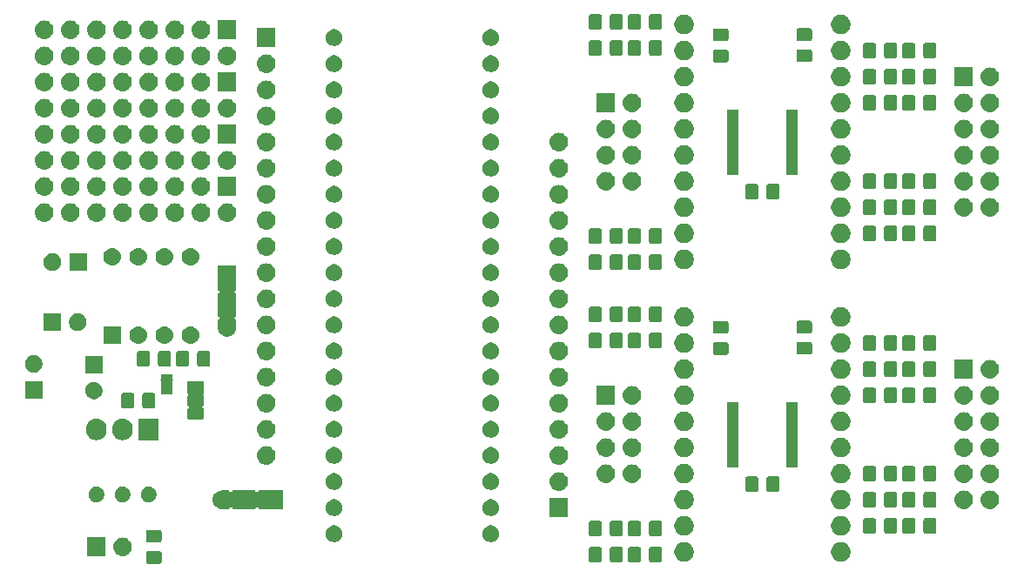
<source format=gbr>
G04 #@! TF.GenerationSoftware,KiCad,Pcbnew,5.1.4*
G04 #@! TF.CreationDate,2019-11-24T22:59:27+01:00*
G04 #@! TF.ProjectId,control_board_prototype,636f6e74-726f-46c5-9f62-6f6172645f70,rev?*
G04 #@! TF.SameCoordinates,Original*
G04 #@! TF.FileFunction,Soldermask,Top*
G04 #@! TF.FilePolarity,Negative*
%FSLAX46Y46*%
G04 Gerber Fmt 4.6, Leading zero omitted, Abs format (unit mm)*
G04 Created by KiCad (PCBNEW 5.1.4) date 2019-11-24 22:59:27*
%MOMM*%
%LPD*%
G04 APERTURE LIST*
%ADD10C,0.100000*%
G04 APERTURE END LIST*
D10*
G36*
X178642674Y-82953465D02*
G01*
X178680367Y-82964899D01*
X178715103Y-82983466D01*
X178745548Y-83008452D01*
X178770534Y-83038897D01*
X178789101Y-83073633D01*
X178800535Y-83111326D01*
X178805000Y-83156661D01*
X178805000Y-83993339D01*
X178800535Y-84038674D01*
X178789101Y-84076367D01*
X178770534Y-84111103D01*
X178745548Y-84141548D01*
X178715103Y-84166534D01*
X178680367Y-84185101D01*
X178642674Y-84196535D01*
X178597339Y-84201000D01*
X177510661Y-84201000D01*
X177465326Y-84196535D01*
X177427633Y-84185101D01*
X177392897Y-84166534D01*
X177362452Y-84141548D01*
X177337466Y-84111103D01*
X177318899Y-84076367D01*
X177307465Y-84038674D01*
X177303000Y-83993339D01*
X177303000Y-83156661D01*
X177307465Y-83111326D01*
X177318899Y-83073633D01*
X177337466Y-83038897D01*
X177362452Y-83008452D01*
X177392897Y-82983466D01*
X177427633Y-82964899D01*
X177465326Y-82953465D01*
X177510661Y-82949000D01*
X178597339Y-82949000D01*
X178642674Y-82953465D01*
X178642674Y-82953465D01*
G37*
G36*
X227294674Y-82565465D02*
G01*
X227332367Y-82576899D01*
X227367103Y-82595466D01*
X227397548Y-82620452D01*
X227422534Y-82650897D01*
X227441101Y-82685633D01*
X227452535Y-82723326D01*
X227457000Y-82768661D01*
X227457000Y-83855339D01*
X227452535Y-83900674D01*
X227441101Y-83938367D01*
X227422534Y-83973103D01*
X227397548Y-84003548D01*
X227367103Y-84028534D01*
X227332367Y-84047101D01*
X227294674Y-84058535D01*
X227249339Y-84063000D01*
X226412661Y-84063000D01*
X226367326Y-84058535D01*
X226329633Y-84047101D01*
X226294897Y-84028534D01*
X226264452Y-84003548D01*
X226239466Y-83973103D01*
X226220899Y-83938367D01*
X226209465Y-83900674D01*
X226205000Y-83855339D01*
X226205000Y-82768661D01*
X226209465Y-82723326D01*
X226220899Y-82685633D01*
X226239466Y-82650897D01*
X226264452Y-82620452D01*
X226294897Y-82595466D01*
X226329633Y-82576899D01*
X226367326Y-82565465D01*
X226412661Y-82561000D01*
X227249339Y-82561000D01*
X227294674Y-82565465D01*
X227294674Y-82565465D01*
G37*
G36*
X225244674Y-82565465D02*
G01*
X225282367Y-82576899D01*
X225317103Y-82595466D01*
X225347548Y-82620452D01*
X225372534Y-82650897D01*
X225391101Y-82685633D01*
X225402535Y-82723326D01*
X225407000Y-82768661D01*
X225407000Y-83855339D01*
X225402535Y-83900674D01*
X225391101Y-83938367D01*
X225372534Y-83973103D01*
X225347548Y-84003548D01*
X225317103Y-84028534D01*
X225282367Y-84047101D01*
X225244674Y-84058535D01*
X225199339Y-84063000D01*
X224362661Y-84063000D01*
X224317326Y-84058535D01*
X224279633Y-84047101D01*
X224244897Y-84028534D01*
X224214452Y-84003548D01*
X224189466Y-83973103D01*
X224170899Y-83938367D01*
X224159465Y-83900674D01*
X224155000Y-83855339D01*
X224155000Y-82768661D01*
X224159465Y-82723326D01*
X224170899Y-82685633D01*
X224189466Y-82650897D01*
X224214452Y-82620452D01*
X224244897Y-82595466D01*
X224279633Y-82576899D01*
X224317326Y-82565465D01*
X224362661Y-82561000D01*
X225199339Y-82561000D01*
X225244674Y-82565465D01*
X225244674Y-82565465D01*
G37*
G36*
X223484674Y-82565465D02*
G01*
X223522367Y-82576899D01*
X223557103Y-82595466D01*
X223587548Y-82620452D01*
X223612534Y-82650897D01*
X223631101Y-82685633D01*
X223642535Y-82723326D01*
X223647000Y-82768661D01*
X223647000Y-83855339D01*
X223642535Y-83900674D01*
X223631101Y-83938367D01*
X223612534Y-83973103D01*
X223587548Y-84003548D01*
X223557103Y-84028534D01*
X223522367Y-84047101D01*
X223484674Y-84058535D01*
X223439339Y-84063000D01*
X222602661Y-84063000D01*
X222557326Y-84058535D01*
X222519633Y-84047101D01*
X222484897Y-84028534D01*
X222454452Y-84003548D01*
X222429466Y-83973103D01*
X222410899Y-83938367D01*
X222399465Y-83900674D01*
X222395000Y-83855339D01*
X222395000Y-82768661D01*
X222399465Y-82723326D01*
X222410899Y-82685633D01*
X222429466Y-82650897D01*
X222454452Y-82620452D01*
X222484897Y-82595466D01*
X222519633Y-82576899D01*
X222557326Y-82565465D01*
X222602661Y-82561000D01*
X223439339Y-82561000D01*
X223484674Y-82565465D01*
X223484674Y-82565465D01*
G37*
G36*
X221434674Y-82565465D02*
G01*
X221472367Y-82576899D01*
X221507103Y-82595466D01*
X221537548Y-82620452D01*
X221562534Y-82650897D01*
X221581101Y-82685633D01*
X221592535Y-82723326D01*
X221597000Y-82768661D01*
X221597000Y-83855339D01*
X221592535Y-83900674D01*
X221581101Y-83938367D01*
X221562534Y-83973103D01*
X221537548Y-84003548D01*
X221507103Y-84028534D01*
X221472367Y-84047101D01*
X221434674Y-84058535D01*
X221389339Y-84063000D01*
X220552661Y-84063000D01*
X220507326Y-84058535D01*
X220469633Y-84047101D01*
X220434897Y-84028534D01*
X220404452Y-84003548D01*
X220379466Y-83973103D01*
X220360899Y-83938367D01*
X220349465Y-83900674D01*
X220345000Y-83855339D01*
X220345000Y-82768661D01*
X220349465Y-82723326D01*
X220360899Y-82685633D01*
X220379466Y-82650897D01*
X220404452Y-82620452D01*
X220434897Y-82595466D01*
X220469633Y-82576899D01*
X220507326Y-82565465D01*
X220552661Y-82561000D01*
X221389339Y-82561000D01*
X221434674Y-82565465D01*
X221434674Y-82565465D01*
G37*
G36*
X245133395Y-82143546D02*
G01*
X245306466Y-82215234D01*
X245306467Y-82215235D01*
X245462227Y-82319310D01*
X245594690Y-82451773D01*
X245594691Y-82451775D01*
X245698766Y-82607534D01*
X245770454Y-82780605D01*
X245807000Y-82964333D01*
X245807000Y-83151667D01*
X245770454Y-83335395D01*
X245698766Y-83508466D01*
X245698765Y-83508467D01*
X245594690Y-83664227D01*
X245462227Y-83796690D01*
X245391534Y-83843925D01*
X245306466Y-83900766D01*
X245133395Y-83972454D01*
X244949667Y-84009000D01*
X244762333Y-84009000D01*
X244578605Y-83972454D01*
X244405534Y-83900766D01*
X244320466Y-83843925D01*
X244249773Y-83796690D01*
X244117310Y-83664227D01*
X244013235Y-83508467D01*
X244013234Y-83508466D01*
X243941546Y-83335395D01*
X243905000Y-83151667D01*
X243905000Y-82964333D01*
X243941546Y-82780605D01*
X244013234Y-82607534D01*
X244117309Y-82451775D01*
X244117310Y-82451773D01*
X244249773Y-82319310D01*
X244405533Y-82215235D01*
X244405534Y-82215234D01*
X244578605Y-82143546D01*
X244762333Y-82107000D01*
X244949667Y-82107000D01*
X245133395Y-82143546D01*
X245133395Y-82143546D01*
G37*
G36*
X229893395Y-82143546D02*
G01*
X230066466Y-82215234D01*
X230066467Y-82215235D01*
X230222227Y-82319310D01*
X230354690Y-82451773D01*
X230354691Y-82451775D01*
X230458766Y-82607534D01*
X230530454Y-82780605D01*
X230567000Y-82964333D01*
X230567000Y-83151667D01*
X230530454Y-83335395D01*
X230458766Y-83508466D01*
X230458765Y-83508467D01*
X230354690Y-83664227D01*
X230222227Y-83796690D01*
X230151534Y-83843925D01*
X230066466Y-83900766D01*
X229893395Y-83972454D01*
X229709667Y-84009000D01*
X229522333Y-84009000D01*
X229338605Y-83972454D01*
X229165534Y-83900766D01*
X229080466Y-83843925D01*
X229009773Y-83796690D01*
X228877310Y-83664227D01*
X228773235Y-83508467D01*
X228773234Y-83508466D01*
X228701546Y-83335395D01*
X228665000Y-83151667D01*
X228665000Y-82964333D01*
X228701546Y-82780605D01*
X228773234Y-82607534D01*
X228877309Y-82451775D01*
X228877310Y-82451773D01*
X229009773Y-82319310D01*
X229165533Y-82215235D01*
X229165534Y-82215234D01*
X229338605Y-82143546D01*
X229522333Y-82107000D01*
X229709667Y-82107000D01*
X229893395Y-82143546D01*
X229893395Y-82143546D01*
G37*
G36*
X173367000Y-83451000D02*
G01*
X171565000Y-83451000D01*
X171565000Y-81649000D01*
X173367000Y-81649000D01*
X173367000Y-83451000D01*
X173367000Y-83451000D01*
G37*
G36*
X175116443Y-81655519D02*
G01*
X175182627Y-81662037D01*
X175352466Y-81713557D01*
X175508991Y-81797222D01*
X175544729Y-81826552D01*
X175646186Y-81909814D01*
X175720585Y-82000471D01*
X175758778Y-82047009D01*
X175758779Y-82047011D01*
X175810379Y-82143546D01*
X175842443Y-82203534D01*
X175893963Y-82373373D01*
X175911359Y-82550000D01*
X175893963Y-82726627D01*
X175842443Y-82896466D01*
X175758778Y-83052991D01*
X175744850Y-83069962D01*
X175646186Y-83190186D01*
X175544729Y-83273448D01*
X175508991Y-83302778D01*
X175352466Y-83386443D01*
X175182627Y-83437963D01*
X175116443Y-83444481D01*
X175050260Y-83451000D01*
X174961740Y-83451000D01*
X174895557Y-83444481D01*
X174829373Y-83437963D01*
X174659534Y-83386443D01*
X174503009Y-83302778D01*
X174467271Y-83273448D01*
X174365814Y-83190186D01*
X174267150Y-83069962D01*
X174253222Y-83052991D01*
X174169557Y-82896466D01*
X174118037Y-82726627D01*
X174100641Y-82550000D01*
X174118037Y-82373373D01*
X174169557Y-82203534D01*
X174201622Y-82143546D01*
X174253221Y-82047011D01*
X174253222Y-82047009D01*
X174291415Y-82000471D01*
X174365814Y-81909814D01*
X174467271Y-81826552D01*
X174503009Y-81797222D01*
X174659534Y-81713557D01*
X174829373Y-81662037D01*
X174895557Y-81655519D01*
X174961740Y-81649000D01*
X175050260Y-81649000D01*
X175116443Y-81655519D01*
X175116443Y-81655519D01*
G37*
G36*
X178642674Y-80903465D02*
G01*
X178680367Y-80914899D01*
X178715103Y-80933466D01*
X178745548Y-80958452D01*
X178770534Y-80988897D01*
X178789101Y-81023633D01*
X178800535Y-81061326D01*
X178805000Y-81106661D01*
X178805000Y-81943339D01*
X178800535Y-81988674D01*
X178789101Y-82026367D01*
X178770534Y-82061103D01*
X178745548Y-82091548D01*
X178715103Y-82116534D01*
X178680367Y-82135101D01*
X178642674Y-82146535D01*
X178597339Y-82151000D01*
X177510661Y-82151000D01*
X177465326Y-82146535D01*
X177427633Y-82135101D01*
X177392897Y-82116534D01*
X177362452Y-82091548D01*
X177337466Y-82061103D01*
X177318899Y-82026367D01*
X177307465Y-81988674D01*
X177303000Y-81943339D01*
X177303000Y-81106661D01*
X177307465Y-81061326D01*
X177318899Y-81023633D01*
X177337466Y-80988897D01*
X177362452Y-80958452D01*
X177392897Y-80933466D01*
X177427633Y-80914899D01*
X177465326Y-80903465D01*
X177510661Y-80899000D01*
X178597339Y-80899000D01*
X178642674Y-80903465D01*
X178642674Y-80903465D01*
G37*
G36*
X211057142Y-80498242D02*
G01*
X211205101Y-80559529D01*
X211338255Y-80648499D01*
X211451501Y-80761745D01*
X211540471Y-80894899D01*
X211601758Y-81042858D01*
X211633000Y-81199925D01*
X211633000Y-81360075D01*
X211601758Y-81517142D01*
X211540471Y-81665101D01*
X211451501Y-81798255D01*
X211338255Y-81911501D01*
X211205101Y-82000471D01*
X211057142Y-82061758D01*
X210900075Y-82093000D01*
X210739925Y-82093000D01*
X210582858Y-82061758D01*
X210434899Y-82000471D01*
X210301745Y-81911501D01*
X210188499Y-81798255D01*
X210099529Y-81665101D01*
X210038242Y-81517142D01*
X210007000Y-81360075D01*
X210007000Y-81199925D01*
X210038242Y-81042858D01*
X210099529Y-80894899D01*
X210188499Y-80761745D01*
X210301745Y-80648499D01*
X210434899Y-80559529D01*
X210582858Y-80498242D01*
X210739925Y-80467000D01*
X210900075Y-80467000D01*
X211057142Y-80498242D01*
X211057142Y-80498242D01*
G37*
G36*
X195817142Y-80498242D02*
G01*
X195965101Y-80559529D01*
X196098255Y-80648499D01*
X196211501Y-80761745D01*
X196300471Y-80894899D01*
X196361758Y-81042858D01*
X196393000Y-81199925D01*
X196393000Y-81360075D01*
X196361758Y-81517142D01*
X196300471Y-81665101D01*
X196211501Y-81798255D01*
X196098255Y-81911501D01*
X195965101Y-82000471D01*
X195817142Y-82061758D01*
X195660075Y-82093000D01*
X195499925Y-82093000D01*
X195342858Y-82061758D01*
X195194899Y-82000471D01*
X195061745Y-81911501D01*
X194948499Y-81798255D01*
X194859529Y-81665101D01*
X194798242Y-81517142D01*
X194767000Y-81360075D01*
X194767000Y-81199925D01*
X194798242Y-81042858D01*
X194859529Y-80894899D01*
X194948499Y-80761745D01*
X195061745Y-80648499D01*
X195194899Y-80559529D01*
X195342858Y-80498242D01*
X195499925Y-80467000D01*
X195660075Y-80467000D01*
X195817142Y-80498242D01*
X195817142Y-80498242D01*
G37*
G36*
X225244674Y-80025465D02*
G01*
X225282367Y-80036899D01*
X225317103Y-80055466D01*
X225347548Y-80080452D01*
X225372534Y-80110897D01*
X225391101Y-80145633D01*
X225402535Y-80183326D01*
X225407000Y-80228661D01*
X225407000Y-81315339D01*
X225402535Y-81360674D01*
X225391101Y-81398367D01*
X225372534Y-81433103D01*
X225347548Y-81463548D01*
X225317103Y-81488534D01*
X225282367Y-81507101D01*
X225244674Y-81518535D01*
X225199339Y-81523000D01*
X224362661Y-81523000D01*
X224317326Y-81518535D01*
X224279633Y-81507101D01*
X224244897Y-81488534D01*
X224214452Y-81463548D01*
X224189466Y-81433103D01*
X224170899Y-81398367D01*
X224159465Y-81360674D01*
X224155000Y-81315339D01*
X224155000Y-80228661D01*
X224159465Y-80183326D01*
X224170899Y-80145633D01*
X224189466Y-80110897D01*
X224214452Y-80080452D01*
X224244897Y-80055466D01*
X224279633Y-80036899D01*
X224317326Y-80025465D01*
X224362661Y-80021000D01*
X225199339Y-80021000D01*
X225244674Y-80025465D01*
X225244674Y-80025465D01*
G37*
G36*
X223484674Y-80025465D02*
G01*
X223522367Y-80036899D01*
X223557103Y-80055466D01*
X223587548Y-80080452D01*
X223612534Y-80110897D01*
X223631101Y-80145633D01*
X223642535Y-80183326D01*
X223647000Y-80228661D01*
X223647000Y-81315339D01*
X223642535Y-81360674D01*
X223631101Y-81398367D01*
X223612534Y-81433103D01*
X223587548Y-81463548D01*
X223557103Y-81488534D01*
X223522367Y-81507101D01*
X223484674Y-81518535D01*
X223439339Y-81523000D01*
X222602661Y-81523000D01*
X222557326Y-81518535D01*
X222519633Y-81507101D01*
X222484897Y-81488534D01*
X222454452Y-81463548D01*
X222429466Y-81433103D01*
X222410899Y-81398367D01*
X222399465Y-81360674D01*
X222395000Y-81315339D01*
X222395000Y-80228661D01*
X222399465Y-80183326D01*
X222410899Y-80145633D01*
X222429466Y-80110897D01*
X222454452Y-80080452D01*
X222484897Y-80055466D01*
X222519633Y-80036899D01*
X222557326Y-80025465D01*
X222602661Y-80021000D01*
X223439339Y-80021000D01*
X223484674Y-80025465D01*
X223484674Y-80025465D01*
G37*
G36*
X221434674Y-80025465D02*
G01*
X221472367Y-80036899D01*
X221507103Y-80055466D01*
X221537548Y-80080452D01*
X221562534Y-80110897D01*
X221581101Y-80145633D01*
X221592535Y-80183326D01*
X221597000Y-80228661D01*
X221597000Y-81315339D01*
X221592535Y-81360674D01*
X221581101Y-81398367D01*
X221562534Y-81433103D01*
X221537548Y-81463548D01*
X221507103Y-81488534D01*
X221472367Y-81507101D01*
X221434674Y-81518535D01*
X221389339Y-81523000D01*
X220552661Y-81523000D01*
X220507326Y-81518535D01*
X220469633Y-81507101D01*
X220434897Y-81488534D01*
X220404452Y-81463548D01*
X220379466Y-81433103D01*
X220360899Y-81398367D01*
X220349465Y-81360674D01*
X220345000Y-81315339D01*
X220345000Y-80228661D01*
X220349465Y-80183326D01*
X220360899Y-80145633D01*
X220379466Y-80110897D01*
X220404452Y-80080452D01*
X220434897Y-80055466D01*
X220469633Y-80036899D01*
X220507326Y-80025465D01*
X220552661Y-80021000D01*
X221389339Y-80021000D01*
X221434674Y-80025465D01*
X221434674Y-80025465D01*
G37*
G36*
X227294674Y-80025465D02*
G01*
X227332367Y-80036899D01*
X227367103Y-80055466D01*
X227397548Y-80080452D01*
X227422534Y-80110897D01*
X227441101Y-80145633D01*
X227452535Y-80183326D01*
X227457000Y-80228661D01*
X227457000Y-81315339D01*
X227452535Y-81360674D01*
X227441101Y-81398367D01*
X227422534Y-81433103D01*
X227397548Y-81463548D01*
X227367103Y-81488534D01*
X227332367Y-81507101D01*
X227294674Y-81518535D01*
X227249339Y-81523000D01*
X226412661Y-81523000D01*
X226367326Y-81518535D01*
X226329633Y-81507101D01*
X226294897Y-81488534D01*
X226264452Y-81463548D01*
X226239466Y-81433103D01*
X226220899Y-81398367D01*
X226209465Y-81360674D01*
X226205000Y-81315339D01*
X226205000Y-80228661D01*
X226209465Y-80183326D01*
X226220899Y-80145633D01*
X226239466Y-80110897D01*
X226264452Y-80080452D01*
X226294897Y-80055466D01*
X226329633Y-80036899D01*
X226367326Y-80025465D01*
X226412661Y-80021000D01*
X227249339Y-80021000D01*
X227294674Y-80025465D01*
X227294674Y-80025465D01*
G37*
G36*
X229893395Y-79603546D02*
G01*
X230066466Y-79675234D01*
X230066467Y-79675235D01*
X230222227Y-79779310D01*
X230354690Y-79911773D01*
X230354691Y-79911775D01*
X230458766Y-80067534D01*
X230530454Y-80240605D01*
X230567000Y-80424333D01*
X230567000Y-80611667D01*
X230530454Y-80795395D01*
X230458766Y-80968466D01*
X230409059Y-81042857D01*
X230354690Y-81124227D01*
X230222227Y-81256690D01*
X230151534Y-81303925D01*
X230066466Y-81360766D01*
X229893395Y-81432454D01*
X229709667Y-81469000D01*
X229522333Y-81469000D01*
X229338605Y-81432454D01*
X229165534Y-81360766D01*
X229080466Y-81303925D01*
X229009773Y-81256690D01*
X228877310Y-81124227D01*
X228822941Y-81042857D01*
X228773234Y-80968466D01*
X228701546Y-80795395D01*
X228665000Y-80611667D01*
X228665000Y-80424333D01*
X228701546Y-80240605D01*
X228773234Y-80067534D01*
X228877309Y-79911775D01*
X228877310Y-79911773D01*
X229009773Y-79779310D01*
X229165533Y-79675235D01*
X229165534Y-79675234D01*
X229338605Y-79603546D01*
X229522333Y-79567000D01*
X229709667Y-79567000D01*
X229893395Y-79603546D01*
X229893395Y-79603546D01*
G37*
G36*
X245133395Y-79603546D02*
G01*
X245306466Y-79675234D01*
X245306467Y-79675235D01*
X245462227Y-79779310D01*
X245594690Y-79911773D01*
X245594691Y-79911775D01*
X245698766Y-80067534D01*
X245770454Y-80240605D01*
X245807000Y-80424333D01*
X245807000Y-80611667D01*
X245770454Y-80795395D01*
X245698766Y-80968466D01*
X245649059Y-81042857D01*
X245594690Y-81124227D01*
X245462227Y-81256690D01*
X245391534Y-81303925D01*
X245306466Y-81360766D01*
X245133395Y-81432454D01*
X244949667Y-81469000D01*
X244762333Y-81469000D01*
X244578605Y-81432454D01*
X244405534Y-81360766D01*
X244320466Y-81303925D01*
X244249773Y-81256690D01*
X244117310Y-81124227D01*
X244062941Y-81042857D01*
X244013234Y-80968466D01*
X243941546Y-80795395D01*
X243905000Y-80611667D01*
X243905000Y-80424333D01*
X243941546Y-80240605D01*
X244013234Y-80067534D01*
X244117309Y-79911775D01*
X244117310Y-79911773D01*
X244249773Y-79779310D01*
X244405533Y-79675235D01*
X244405534Y-79675234D01*
X244578605Y-79603546D01*
X244762333Y-79567000D01*
X244949667Y-79567000D01*
X245133395Y-79603546D01*
X245133395Y-79603546D01*
G37*
G36*
X250154674Y-79771465D02*
G01*
X250192367Y-79782899D01*
X250227103Y-79801466D01*
X250257548Y-79826452D01*
X250282534Y-79856897D01*
X250301101Y-79891633D01*
X250312535Y-79929326D01*
X250317000Y-79974661D01*
X250317000Y-81061339D01*
X250312535Y-81106674D01*
X250301101Y-81144367D01*
X250282534Y-81179103D01*
X250257548Y-81209548D01*
X250227103Y-81234534D01*
X250192367Y-81253101D01*
X250154674Y-81264535D01*
X250109339Y-81269000D01*
X249272661Y-81269000D01*
X249227326Y-81264535D01*
X249189633Y-81253101D01*
X249154897Y-81234534D01*
X249124452Y-81209548D01*
X249099466Y-81179103D01*
X249080899Y-81144367D01*
X249069465Y-81106674D01*
X249065000Y-81061339D01*
X249065000Y-79974661D01*
X249069465Y-79929326D01*
X249080899Y-79891633D01*
X249099466Y-79856897D01*
X249124452Y-79826452D01*
X249154897Y-79801466D01*
X249189633Y-79782899D01*
X249227326Y-79771465D01*
X249272661Y-79767000D01*
X250109339Y-79767000D01*
X250154674Y-79771465D01*
X250154674Y-79771465D01*
G37*
G36*
X248104674Y-79771465D02*
G01*
X248142367Y-79782899D01*
X248177103Y-79801466D01*
X248207548Y-79826452D01*
X248232534Y-79856897D01*
X248251101Y-79891633D01*
X248262535Y-79929326D01*
X248267000Y-79974661D01*
X248267000Y-81061339D01*
X248262535Y-81106674D01*
X248251101Y-81144367D01*
X248232534Y-81179103D01*
X248207548Y-81209548D01*
X248177103Y-81234534D01*
X248142367Y-81253101D01*
X248104674Y-81264535D01*
X248059339Y-81269000D01*
X247222661Y-81269000D01*
X247177326Y-81264535D01*
X247139633Y-81253101D01*
X247104897Y-81234534D01*
X247074452Y-81209548D01*
X247049466Y-81179103D01*
X247030899Y-81144367D01*
X247019465Y-81106674D01*
X247015000Y-81061339D01*
X247015000Y-79974661D01*
X247019465Y-79929326D01*
X247030899Y-79891633D01*
X247049466Y-79856897D01*
X247074452Y-79826452D01*
X247104897Y-79801466D01*
X247139633Y-79782899D01*
X247177326Y-79771465D01*
X247222661Y-79767000D01*
X248059339Y-79767000D01*
X248104674Y-79771465D01*
X248104674Y-79771465D01*
G37*
G36*
X253973674Y-79771465D02*
G01*
X254011367Y-79782899D01*
X254046103Y-79801466D01*
X254076548Y-79826452D01*
X254101534Y-79856897D01*
X254120101Y-79891633D01*
X254131535Y-79929326D01*
X254136000Y-79974661D01*
X254136000Y-81061339D01*
X254131535Y-81106674D01*
X254120101Y-81144367D01*
X254101534Y-81179103D01*
X254076548Y-81209548D01*
X254046103Y-81234534D01*
X254011367Y-81253101D01*
X253973674Y-81264535D01*
X253928339Y-81269000D01*
X253091661Y-81269000D01*
X253046326Y-81264535D01*
X253008633Y-81253101D01*
X252973897Y-81234534D01*
X252943452Y-81209548D01*
X252918466Y-81179103D01*
X252899899Y-81144367D01*
X252888465Y-81106674D01*
X252884000Y-81061339D01*
X252884000Y-79974661D01*
X252888465Y-79929326D01*
X252899899Y-79891633D01*
X252918466Y-79856897D01*
X252943452Y-79826452D01*
X252973897Y-79801466D01*
X253008633Y-79782899D01*
X253046326Y-79771465D01*
X253091661Y-79767000D01*
X253928339Y-79767000D01*
X253973674Y-79771465D01*
X253973674Y-79771465D01*
G37*
G36*
X251923674Y-79771465D02*
G01*
X251961367Y-79782899D01*
X251996103Y-79801466D01*
X252026548Y-79826452D01*
X252051534Y-79856897D01*
X252070101Y-79891633D01*
X252081535Y-79929326D01*
X252086000Y-79974661D01*
X252086000Y-81061339D01*
X252081535Y-81106674D01*
X252070101Y-81144367D01*
X252051534Y-81179103D01*
X252026548Y-81209548D01*
X251996103Y-81234534D01*
X251961367Y-81253101D01*
X251923674Y-81264535D01*
X251878339Y-81269000D01*
X251041661Y-81269000D01*
X250996326Y-81264535D01*
X250958633Y-81253101D01*
X250923897Y-81234534D01*
X250893452Y-81209548D01*
X250868466Y-81179103D01*
X250849899Y-81144367D01*
X250838465Y-81106674D01*
X250834000Y-81061339D01*
X250834000Y-79974661D01*
X250838465Y-79929326D01*
X250849899Y-79891633D01*
X250868466Y-79856897D01*
X250893452Y-79826452D01*
X250923897Y-79801466D01*
X250958633Y-79782899D01*
X250996326Y-79771465D01*
X251041661Y-79767000D01*
X251878339Y-79767000D01*
X251923674Y-79771465D01*
X251923674Y-79771465D01*
G37*
G36*
X218325000Y-79641000D02*
G01*
X216523000Y-79641000D01*
X216523000Y-77839000D01*
X218325000Y-77839000D01*
X218325000Y-79641000D01*
X218325000Y-79641000D01*
G37*
G36*
X211057142Y-77958242D02*
G01*
X211205101Y-78019529D01*
X211338255Y-78108499D01*
X211451501Y-78221745D01*
X211540471Y-78354899D01*
X211601758Y-78502858D01*
X211633000Y-78659925D01*
X211633000Y-78820075D01*
X211601758Y-78977142D01*
X211540471Y-79125101D01*
X211451501Y-79258255D01*
X211338255Y-79371501D01*
X211205101Y-79460471D01*
X211057142Y-79521758D01*
X210900075Y-79553000D01*
X210739925Y-79553000D01*
X210582858Y-79521758D01*
X210434899Y-79460471D01*
X210301745Y-79371501D01*
X210188499Y-79258255D01*
X210099529Y-79125101D01*
X210038242Y-78977142D01*
X210007000Y-78820075D01*
X210007000Y-78659925D01*
X210038242Y-78502858D01*
X210099529Y-78354899D01*
X210188499Y-78221745D01*
X210301745Y-78108499D01*
X210434899Y-78019529D01*
X210582858Y-77958242D01*
X210739925Y-77927000D01*
X210900075Y-77927000D01*
X211057142Y-77958242D01*
X211057142Y-77958242D01*
G37*
G36*
X195817142Y-77958242D02*
G01*
X195965101Y-78019529D01*
X196098255Y-78108499D01*
X196211501Y-78221745D01*
X196300471Y-78354899D01*
X196361758Y-78502858D01*
X196393000Y-78659925D01*
X196393000Y-78820075D01*
X196361758Y-78977142D01*
X196300471Y-79125101D01*
X196211501Y-79258255D01*
X196098255Y-79371501D01*
X195965101Y-79460471D01*
X195817142Y-79521758D01*
X195660075Y-79553000D01*
X195499925Y-79553000D01*
X195342858Y-79521758D01*
X195194899Y-79460471D01*
X195061745Y-79371501D01*
X194948499Y-79258255D01*
X194859529Y-79125101D01*
X194798242Y-78977142D01*
X194767000Y-78820075D01*
X194767000Y-78659925D01*
X194798242Y-78502858D01*
X194859529Y-78354899D01*
X194948499Y-78221745D01*
X195061745Y-78108499D01*
X195194899Y-78019529D01*
X195342858Y-77958242D01*
X195499925Y-77927000D01*
X195660075Y-77927000D01*
X195817142Y-77958242D01*
X195817142Y-77958242D01*
G37*
G36*
X245133395Y-77063546D02*
G01*
X245306466Y-77135234D01*
X245342230Y-77159131D01*
X245462227Y-77239310D01*
X245594690Y-77371773D01*
X245610221Y-77395017D01*
X245698766Y-77527534D01*
X245770454Y-77700605D01*
X245807000Y-77884333D01*
X245807000Y-78071667D01*
X245770454Y-78255395D01*
X245698766Y-78428466D01*
X245698765Y-78428467D01*
X245594690Y-78584227D01*
X245462227Y-78716690D01*
X245434065Y-78735507D01*
X245306466Y-78820766D01*
X245133395Y-78892454D01*
X244949667Y-78929000D01*
X244762333Y-78929000D01*
X244578605Y-78892454D01*
X244405534Y-78820766D01*
X244277935Y-78735507D01*
X244249773Y-78716690D01*
X244117310Y-78584227D01*
X244013235Y-78428467D01*
X244013234Y-78428466D01*
X243941546Y-78255395D01*
X243905000Y-78071667D01*
X243905000Y-77884333D01*
X243941546Y-77700605D01*
X244013234Y-77527534D01*
X244101779Y-77395017D01*
X244117310Y-77371773D01*
X244249773Y-77239310D01*
X244369770Y-77159131D01*
X244405534Y-77135234D01*
X244578605Y-77063546D01*
X244762333Y-77027000D01*
X244949667Y-77027000D01*
X245133395Y-77063546D01*
X245133395Y-77063546D01*
G37*
G36*
X229893395Y-77063546D02*
G01*
X230066466Y-77135234D01*
X230102230Y-77159131D01*
X230222227Y-77239310D01*
X230354690Y-77371773D01*
X230370221Y-77395017D01*
X230458766Y-77527534D01*
X230530454Y-77700605D01*
X230567000Y-77884333D01*
X230567000Y-78071667D01*
X230530454Y-78255395D01*
X230458766Y-78428466D01*
X230458765Y-78428467D01*
X230354690Y-78584227D01*
X230222227Y-78716690D01*
X230194065Y-78735507D01*
X230066466Y-78820766D01*
X229893395Y-78892454D01*
X229709667Y-78929000D01*
X229522333Y-78929000D01*
X229338605Y-78892454D01*
X229165534Y-78820766D01*
X229037935Y-78735507D01*
X229009773Y-78716690D01*
X228877310Y-78584227D01*
X228773235Y-78428467D01*
X228773234Y-78428466D01*
X228701546Y-78255395D01*
X228665000Y-78071667D01*
X228665000Y-77884333D01*
X228701546Y-77700605D01*
X228773234Y-77527534D01*
X228861779Y-77395017D01*
X228877310Y-77371773D01*
X229009773Y-77239310D01*
X229129770Y-77159131D01*
X229165534Y-77135234D01*
X229338605Y-77063546D01*
X229522333Y-77027000D01*
X229709667Y-77027000D01*
X229893395Y-77063546D01*
X229893395Y-77063546D01*
G37*
G36*
X185367999Y-77077737D02*
G01*
X185377608Y-77080652D01*
X185386472Y-77085390D01*
X185394865Y-77092278D01*
X185403439Y-77102457D01*
X185469690Y-77196313D01*
X185485715Y-77214850D01*
X185505049Y-77229905D01*
X185526948Y-77240899D01*
X185550572Y-77247409D01*
X185575011Y-77249186D01*
X185599328Y-77246160D01*
X185622587Y-77238449D01*
X185643895Y-77226348D01*
X185662432Y-77210323D01*
X185677487Y-77190989D01*
X185688481Y-77169090D01*
X185696480Y-77133290D01*
X185697497Y-77119296D01*
X185700168Y-77109605D01*
X185702583Y-77104794D01*
X185704674Y-77100629D01*
X185707761Y-77096666D01*
X185710847Y-77092702D01*
X185718446Y-77086133D01*
X185727181Y-77081172D01*
X185731496Y-77079742D01*
X185736718Y-77078010D01*
X185748000Y-77076753D01*
X185749517Y-77076753D01*
X185754945Y-77076148D01*
X187891860Y-77076148D01*
X187907999Y-77077737D01*
X187917608Y-77080652D01*
X187926472Y-77085390D01*
X187934865Y-77092278D01*
X187943439Y-77102457D01*
X188009690Y-77196313D01*
X188025715Y-77214850D01*
X188045049Y-77229905D01*
X188066948Y-77240899D01*
X188090572Y-77247409D01*
X188115011Y-77249186D01*
X188139328Y-77246160D01*
X188162587Y-77238449D01*
X188183895Y-77226348D01*
X188202432Y-77210323D01*
X188217487Y-77190989D01*
X188228481Y-77169090D01*
X188236480Y-77133290D01*
X188237497Y-77119296D01*
X188240168Y-77109605D01*
X188242583Y-77104794D01*
X188244674Y-77100629D01*
X188247761Y-77096666D01*
X188250847Y-77092702D01*
X188258446Y-77086133D01*
X188267181Y-77081172D01*
X188271496Y-77079742D01*
X188276718Y-77078010D01*
X188288000Y-77076753D01*
X188289517Y-77076753D01*
X188294945Y-77076148D01*
X190581860Y-77076148D01*
X190597999Y-77077737D01*
X190607608Y-77080652D01*
X190616472Y-77085390D01*
X190624237Y-77091763D01*
X190630610Y-77099528D01*
X190635348Y-77108392D01*
X190638263Y-77118001D01*
X190639852Y-77134140D01*
X190639852Y-78821860D01*
X190638263Y-78837999D01*
X190635348Y-78847608D01*
X190630610Y-78856472D01*
X190624237Y-78864237D01*
X190616472Y-78870610D01*
X190607608Y-78875348D01*
X190597999Y-78878263D01*
X190581860Y-78879852D01*
X188294140Y-78879852D01*
X188278001Y-78878263D01*
X188268392Y-78875348D01*
X188259528Y-78870610D01*
X188251763Y-78864237D01*
X188245390Y-78856472D01*
X188240652Y-78847608D01*
X188237737Y-78837999D01*
X188235953Y-78819881D01*
X188231173Y-78795847D01*
X188221796Y-78773209D01*
X188208182Y-78752834D01*
X188190855Y-78735507D01*
X188170481Y-78721893D01*
X188147842Y-78712516D01*
X188123809Y-78707735D01*
X188099305Y-78707735D01*
X188075271Y-78712515D01*
X188052633Y-78721892D01*
X188032258Y-78735506D01*
X188009436Y-78760047D01*
X187943903Y-78852886D01*
X187933298Y-78865153D01*
X187929334Y-78868240D01*
X187925371Y-78871326D01*
X187920910Y-78873565D01*
X187916395Y-78875832D01*
X187916393Y-78875833D01*
X187916392Y-78875833D01*
X187914476Y-78876361D01*
X187905927Y-78878717D01*
X187892662Y-78879852D01*
X185754140Y-78879852D01*
X185738001Y-78878263D01*
X185728392Y-78875348D01*
X185719528Y-78870610D01*
X185711763Y-78864237D01*
X185705390Y-78856472D01*
X185700652Y-78847608D01*
X185697737Y-78837999D01*
X185695953Y-78819881D01*
X185691173Y-78795847D01*
X185681796Y-78773209D01*
X185668182Y-78752834D01*
X185650855Y-78735507D01*
X185630481Y-78721893D01*
X185607842Y-78712516D01*
X185583809Y-78707735D01*
X185559305Y-78707735D01*
X185535271Y-78712515D01*
X185512633Y-78721892D01*
X185492258Y-78735506D01*
X185469436Y-78760047D01*
X185403903Y-78852886D01*
X185393298Y-78865153D01*
X185389334Y-78868240D01*
X185385371Y-78871326D01*
X185380910Y-78873565D01*
X185376395Y-78875832D01*
X185376393Y-78875833D01*
X185376392Y-78875833D01*
X185374476Y-78876361D01*
X185365927Y-78878717D01*
X185352662Y-78879852D01*
X184664140Y-78879852D01*
X184638136Y-78877291D01*
X184633461Y-78876361D01*
X184621207Y-78875759D01*
X184580825Y-78875759D01*
X184558545Y-78873565D01*
X184407164Y-78843453D01*
X184385745Y-78836955D01*
X184243146Y-78777889D01*
X184223401Y-78767335D01*
X184095064Y-78681583D01*
X184077759Y-78667382D01*
X183968618Y-78558241D01*
X183954417Y-78540936D01*
X183868665Y-78412599D01*
X183858111Y-78392854D01*
X183799045Y-78250255D01*
X183792547Y-78228836D01*
X183762435Y-78077455D01*
X183760241Y-78055175D01*
X183760241Y-77900825D01*
X183762435Y-77878545D01*
X183792547Y-77727164D01*
X183799045Y-77705745D01*
X183858111Y-77563146D01*
X183868665Y-77543401D01*
X183954417Y-77415064D01*
X183968618Y-77397759D01*
X184077759Y-77288618D01*
X184095064Y-77274417D01*
X184223401Y-77188665D01*
X184243146Y-77178111D01*
X184385745Y-77119045D01*
X184407164Y-77112547D01*
X184558545Y-77082435D01*
X184580825Y-77080241D01*
X184621207Y-77080241D01*
X184635737Y-77078810D01*
X184635750Y-77078944D01*
X184664140Y-77076148D01*
X185351860Y-77076148D01*
X185367999Y-77077737D01*
X185367999Y-77077737D01*
G37*
G36*
X256904442Y-77083518D02*
G01*
X256970627Y-77090037D01*
X257140466Y-77141557D01*
X257296991Y-77225222D01*
X257305530Y-77232230D01*
X257434186Y-77337814D01*
X257497582Y-77415064D01*
X257546778Y-77475009D01*
X257630443Y-77631534D01*
X257681963Y-77801373D01*
X257699359Y-77978000D01*
X257681963Y-78154627D01*
X257630443Y-78324466D01*
X257546778Y-78480991D01*
X257528833Y-78502857D01*
X257434186Y-78618186D01*
X257356935Y-78681583D01*
X257296991Y-78730778D01*
X257140466Y-78814443D01*
X256970627Y-78865963D01*
X256904443Y-78872481D01*
X256838260Y-78879000D01*
X256749740Y-78879000D01*
X256683557Y-78872481D01*
X256617373Y-78865963D01*
X256447534Y-78814443D01*
X256291009Y-78730778D01*
X256231065Y-78681583D01*
X256153814Y-78618186D01*
X256059167Y-78502857D01*
X256041222Y-78480991D01*
X255957557Y-78324466D01*
X255906037Y-78154627D01*
X255888641Y-77978000D01*
X255906037Y-77801373D01*
X255957557Y-77631534D01*
X256041222Y-77475009D01*
X256090418Y-77415064D01*
X256153814Y-77337814D01*
X256282470Y-77232230D01*
X256291009Y-77225222D01*
X256447534Y-77141557D01*
X256617373Y-77090037D01*
X256683558Y-77083518D01*
X256749740Y-77077000D01*
X256838260Y-77077000D01*
X256904442Y-77083518D01*
X256904442Y-77083518D01*
G37*
G36*
X259444442Y-77083518D02*
G01*
X259510627Y-77090037D01*
X259680466Y-77141557D01*
X259836991Y-77225222D01*
X259845530Y-77232230D01*
X259974186Y-77337814D01*
X260037582Y-77415064D01*
X260086778Y-77475009D01*
X260170443Y-77631534D01*
X260221963Y-77801373D01*
X260239359Y-77978000D01*
X260221963Y-78154627D01*
X260170443Y-78324466D01*
X260086778Y-78480991D01*
X260068833Y-78502857D01*
X259974186Y-78618186D01*
X259896935Y-78681583D01*
X259836991Y-78730778D01*
X259680466Y-78814443D01*
X259510627Y-78865963D01*
X259444443Y-78872481D01*
X259378260Y-78879000D01*
X259289740Y-78879000D01*
X259223557Y-78872481D01*
X259157373Y-78865963D01*
X258987534Y-78814443D01*
X258831009Y-78730778D01*
X258771065Y-78681583D01*
X258693814Y-78618186D01*
X258599167Y-78502857D01*
X258581222Y-78480991D01*
X258497557Y-78324466D01*
X258446037Y-78154627D01*
X258428641Y-77978000D01*
X258446037Y-77801373D01*
X258497557Y-77631534D01*
X258581222Y-77475009D01*
X258630418Y-77415064D01*
X258693814Y-77337814D01*
X258822470Y-77232230D01*
X258831009Y-77225222D01*
X258987534Y-77141557D01*
X259157373Y-77090037D01*
X259223558Y-77083518D01*
X259289740Y-77077000D01*
X259378260Y-77077000D01*
X259444442Y-77083518D01*
X259444442Y-77083518D01*
G37*
G36*
X250154674Y-77231465D02*
G01*
X250192367Y-77242899D01*
X250227103Y-77261466D01*
X250257548Y-77286452D01*
X250282534Y-77316897D01*
X250301101Y-77351633D01*
X250312535Y-77389326D01*
X250317000Y-77434661D01*
X250317000Y-78521339D01*
X250312535Y-78566674D01*
X250301101Y-78604367D01*
X250282534Y-78639103D01*
X250257548Y-78669548D01*
X250227103Y-78694534D01*
X250192367Y-78713101D01*
X250154674Y-78724535D01*
X250109339Y-78729000D01*
X249272661Y-78729000D01*
X249227326Y-78724535D01*
X249189633Y-78713101D01*
X249154897Y-78694534D01*
X249124452Y-78669548D01*
X249099466Y-78639103D01*
X249080899Y-78604367D01*
X249069465Y-78566674D01*
X249065000Y-78521339D01*
X249065000Y-77434661D01*
X249069465Y-77389326D01*
X249080899Y-77351633D01*
X249099466Y-77316897D01*
X249124452Y-77286452D01*
X249154897Y-77261466D01*
X249189633Y-77242899D01*
X249227326Y-77231465D01*
X249272661Y-77227000D01*
X250109339Y-77227000D01*
X250154674Y-77231465D01*
X250154674Y-77231465D01*
G37*
G36*
X251923674Y-77231465D02*
G01*
X251961367Y-77242899D01*
X251996103Y-77261466D01*
X252026548Y-77286452D01*
X252051534Y-77316897D01*
X252070101Y-77351633D01*
X252081535Y-77389326D01*
X252086000Y-77434661D01*
X252086000Y-78521339D01*
X252081535Y-78566674D01*
X252070101Y-78604367D01*
X252051534Y-78639103D01*
X252026548Y-78669548D01*
X251996103Y-78694534D01*
X251961367Y-78713101D01*
X251923674Y-78724535D01*
X251878339Y-78729000D01*
X251041661Y-78729000D01*
X250996326Y-78724535D01*
X250958633Y-78713101D01*
X250923897Y-78694534D01*
X250893452Y-78669548D01*
X250868466Y-78639103D01*
X250849899Y-78604367D01*
X250838465Y-78566674D01*
X250834000Y-78521339D01*
X250834000Y-77434661D01*
X250838465Y-77389326D01*
X250849899Y-77351633D01*
X250868466Y-77316897D01*
X250893452Y-77286452D01*
X250923897Y-77261466D01*
X250958633Y-77242899D01*
X250996326Y-77231465D01*
X251041661Y-77227000D01*
X251878339Y-77227000D01*
X251923674Y-77231465D01*
X251923674Y-77231465D01*
G37*
G36*
X253973674Y-77231465D02*
G01*
X254011367Y-77242899D01*
X254046103Y-77261466D01*
X254076548Y-77286452D01*
X254101534Y-77316897D01*
X254120101Y-77351633D01*
X254131535Y-77389326D01*
X254136000Y-77434661D01*
X254136000Y-78521339D01*
X254131535Y-78566674D01*
X254120101Y-78604367D01*
X254101534Y-78639103D01*
X254076548Y-78669548D01*
X254046103Y-78694534D01*
X254011367Y-78713101D01*
X253973674Y-78724535D01*
X253928339Y-78729000D01*
X253091661Y-78729000D01*
X253046326Y-78724535D01*
X253008633Y-78713101D01*
X252973897Y-78694534D01*
X252943452Y-78669548D01*
X252918466Y-78639103D01*
X252899899Y-78604367D01*
X252888465Y-78566674D01*
X252884000Y-78521339D01*
X252884000Y-77434661D01*
X252888465Y-77389326D01*
X252899899Y-77351633D01*
X252918466Y-77316897D01*
X252943452Y-77286452D01*
X252973897Y-77261466D01*
X253008633Y-77242899D01*
X253046326Y-77231465D01*
X253091661Y-77227000D01*
X253928339Y-77227000D01*
X253973674Y-77231465D01*
X253973674Y-77231465D01*
G37*
G36*
X248104674Y-77231465D02*
G01*
X248142367Y-77242899D01*
X248177103Y-77261466D01*
X248207548Y-77286452D01*
X248232534Y-77316897D01*
X248251101Y-77351633D01*
X248262535Y-77389326D01*
X248267000Y-77434661D01*
X248267000Y-78521339D01*
X248262535Y-78566674D01*
X248251101Y-78604367D01*
X248232534Y-78639103D01*
X248207548Y-78669548D01*
X248177103Y-78694534D01*
X248142367Y-78713101D01*
X248104674Y-78724535D01*
X248059339Y-78729000D01*
X247222661Y-78729000D01*
X247177326Y-78724535D01*
X247139633Y-78713101D01*
X247104897Y-78694534D01*
X247074452Y-78669548D01*
X247049466Y-78639103D01*
X247030899Y-78604367D01*
X247019465Y-78566674D01*
X247015000Y-78521339D01*
X247015000Y-77434661D01*
X247019465Y-77389326D01*
X247030899Y-77351633D01*
X247049466Y-77316897D01*
X247074452Y-77286452D01*
X247104897Y-77261466D01*
X247139633Y-77242899D01*
X247177326Y-77231465D01*
X247222661Y-77227000D01*
X248059339Y-77227000D01*
X248104674Y-77231465D01*
X248104674Y-77231465D01*
G37*
G36*
X172591589Y-76708876D02*
G01*
X172690893Y-76728629D01*
X172831206Y-76786748D01*
X172957484Y-76871125D01*
X173064875Y-76978516D01*
X173149252Y-77104794D01*
X173207371Y-77245107D01*
X173237000Y-77394063D01*
X173237000Y-77545937D01*
X173207371Y-77694893D01*
X173149252Y-77835206D01*
X173064875Y-77961484D01*
X172957484Y-78068875D01*
X172831206Y-78153252D01*
X172690893Y-78211371D01*
X172603090Y-78228836D01*
X172541938Y-78241000D01*
X172390062Y-78241000D01*
X172328910Y-78228836D01*
X172241107Y-78211371D01*
X172100794Y-78153252D01*
X171974516Y-78068875D01*
X171867125Y-77961484D01*
X171782748Y-77835206D01*
X171724629Y-77694893D01*
X171695000Y-77545937D01*
X171695000Y-77394063D01*
X171724629Y-77245107D01*
X171782748Y-77104794D01*
X171867125Y-76978516D01*
X171974516Y-76871125D01*
X172100794Y-76786748D01*
X172241107Y-76728629D01*
X172340411Y-76708876D01*
X172390062Y-76699000D01*
X172541938Y-76699000D01*
X172591589Y-76708876D01*
X172591589Y-76708876D01*
G37*
G36*
X177671589Y-76708876D02*
G01*
X177770893Y-76728629D01*
X177911206Y-76786748D01*
X178037484Y-76871125D01*
X178144875Y-76978516D01*
X178229252Y-77104794D01*
X178287371Y-77245107D01*
X178317000Y-77394063D01*
X178317000Y-77545937D01*
X178287371Y-77694893D01*
X178229252Y-77835206D01*
X178144875Y-77961484D01*
X178037484Y-78068875D01*
X177911206Y-78153252D01*
X177770893Y-78211371D01*
X177683090Y-78228836D01*
X177621938Y-78241000D01*
X177470062Y-78241000D01*
X177408910Y-78228836D01*
X177321107Y-78211371D01*
X177180794Y-78153252D01*
X177054516Y-78068875D01*
X176947125Y-77961484D01*
X176862748Y-77835206D01*
X176804629Y-77694893D01*
X176775000Y-77545937D01*
X176775000Y-77394063D01*
X176804629Y-77245107D01*
X176862748Y-77104794D01*
X176947125Y-76978516D01*
X177054516Y-76871125D01*
X177180794Y-76786748D01*
X177321107Y-76728629D01*
X177420411Y-76708876D01*
X177470062Y-76699000D01*
X177621938Y-76699000D01*
X177671589Y-76708876D01*
X177671589Y-76708876D01*
G37*
G36*
X175131589Y-76708876D02*
G01*
X175230893Y-76728629D01*
X175371206Y-76786748D01*
X175497484Y-76871125D01*
X175604875Y-76978516D01*
X175689252Y-77104794D01*
X175747371Y-77245107D01*
X175777000Y-77394063D01*
X175777000Y-77545937D01*
X175747371Y-77694893D01*
X175689252Y-77835206D01*
X175604875Y-77961484D01*
X175497484Y-78068875D01*
X175371206Y-78153252D01*
X175230893Y-78211371D01*
X175143090Y-78228836D01*
X175081938Y-78241000D01*
X174930062Y-78241000D01*
X174868910Y-78228836D01*
X174781107Y-78211371D01*
X174640794Y-78153252D01*
X174514516Y-78068875D01*
X174407125Y-77961484D01*
X174322748Y-77835206D01*
X174264629Y-77694893D01*
X174235000Y-77545937D01*
X174235000Y-77394063D01*
X174264629Y-77245107D01*
X174322748Y-77104794D01*
X174407125Y-76978516D01*
X174514516Y-76871125D01*
X174640794Y-76786748D01*
X174781107Y-76728629D01*
X174880411Y-76708876D01*
X174930062Y-76699000D01*
X175081938Y-76699000D01*
X175131589Y-76708876D01*
X175131589Y-76708876D01*
G37*
G36*
X238715674Y-75707465D02*
G01*
X238753367Y-75718899D01*
X238788103Y-75737466D01*
X238818548Y-75762452D01*
X238843534Y-75792897D01*
X238862101Y-75827633D01*
X238873535Y-75865326D01*
X238878000Y-75910661D01*
X238878000Y-76997339D01*
X238873535Y-77042674D01*
X238862101Y-77080367D01*
X238843534Y-77115103D01*
X238818548Y-77145548D01*
X238788103Y-77170534D01*
X238753367Y-77189101D01*
X238715674Y-77200535D01*
X238670339Y-77205000D01*
X237833661Y-77205000D01*
X237788326Y-77200535D01*
X237750633Y-77189101D01*
X237715897Y-77170534D01*
X237685452Y-77145548D01*
X237660466Y-77115103D01*
X237641899Y-77080367D01*
X237630465Y-77042674D01*
X237626000Y-76997339D01*
X237626000Y-75910661D01*
X237630465Y-75865326D01*
X237641899Y-75827633D01*
X237660466Y-75792897D01*
X237685452Y-75762452D01*
X237715897Y-75737466D01*
X237750633Y-75718899D01*
X237788326Y-75707465D01*
X237833661Y-75703000D01*
X238670339Y-75703000D01*
X238715674Y-75707465D01*
X238715674Y-75707465D01*
G37*
G36*
X236665674Y-75707465D02*
G01*
X236703367Y-75718899D01*
X236738103Y-75737466D01*
X236768548Y-75762452D01*
X236793534Y-75792897D01*
X236812101Y-75827633D01*
X236823535Y-75865326D01*
X236828000Y-75910661D01*
X236828000Y-76997339D01*
X236823535Y-77042674D01*
X236812101Y-77080367D01*
X236793534Y-77115103D01*
X236768548Y-77145548D01*
X236738103Y-77170534D01*
X236703367Y-77189101D01*
X236665674Y-77200535D01*
X236620339Y-77205000D01*
X235783661Y-77205000D01*
X235738326Y-77200535D01*
X235700633Y-77189101D01*
X235665897Y-77170534D01*
X235635452Y-77145548D01*
X235610466Y-77115103D01*
X235591899Y-77080367D01*
X235580465Y-77042674D01*
X235576000Y-76997339D01*
X235576000Y-75910661D01*
X235580465Y-75865326D01*
X235591899Y-75827633D01*
X235610466Y-75792897D01*
X235635452Y-75762452D01*
X235665897Y-75737466D01*
X235700633Y-75718899D01*
X235738326Y-75707465D01*
X235783661Y-75703000D01*
X236620339Y-75703000D01*
X236665674Y-75707465D01*
X236665674Y-75707465D01*
G37*
G36*
X217534442Y-75305518D02*
G01*
X217600627Y-75312037D01*
X217770466Y-75363557D01*
X217926991Y-75447222D01*
X217962729Y-75476552D01*
X218064186Y-75559814D01*
X218147448Y-75661271D01*
X218176778Y-75697009D01*
X218260443Y-75853534D01*
X218311963Y-76023373D01*
X218329359Y-76200000D01*
X218311963Y-76376627D01*
X218260443Y-76546466D01*
X218176778Y-76702991D01*
X218164251Y-76718255D01*
X218064186Y-76840186D01*
X217966357Y-76920471D01*
X217926991Y-76952778D01*
X217872774Y-76981758D01*
X217788133Y-77027000D01*
X217770466Y-77036443D01*
X217600627Y-77087963D01*
X217562044Y-77091763D01*
X217468260Y-77101000D01*
X217379740Y-77101000D01*
X217285956Y-77091763D01*
X217247373Y-77087963D01*
X217077534Y-77036443D01*
X217059868Y-77027000D01*
X216975226Y-76981758D01*
X216921009Y-76952778D01*
X216881643Y-76920471D01*
X216783814Y-76840186D01*
X216683749Y-76718255D01*
X216671222Y-76702991D01*
X216587557Y-76546466D01*
X216536037Y-76376627D01*
X216518641Y-76200000D01*
X216536037Y-76023373D01*
X216587557Y-75853534D01*
X216671222Y-75697009D01*
X216700552Y-75661271D01*
X216783814Y-75559814D01*
X216885271Y-75476552D01*
X216921009Y-75447222D01*
X217077534Y-75363557D01*
X217247373Y-75312037D01*
X217313558Y-75305518D01*
X217379740Y-75299000D01*
X217468260Y-75299000D01*
X217534442Y-75305518D01*
X217534442Y-75305518D01*
G37*
G36*
X195817142Y-75418242D02*
G01*
X195965101Y-75479529D01*
X196098255Y-75568499D01*
X196211501Y-75681745D01*
X196300471Y-75814899D01*
X196361758Y-75962858D01*
X196393000Y-76119925D01*
X196393000Y-76280075D01*
X196361758Y-76437142D01*
X196300471Y-76585101D01*
X196211501Y-76718255D01*
X196098255Y-76831501D01*
X195965101Y-76920471D01*
X195817142Y-76981758D01*
X195660075Y-77013000D01*
X195499925Y-77013000D01*
X195342858Y-76981758D01*
X195194899Y-76920471D01*
X195061745Y-76831501D01*
X194948499Y-76718255D01*
X194859529Y-76585101D01*
X194798242Y-76437142D01*
X194767000Y-76280075D01*
X194767000Y-76119925D01*
X194798242Y-75962858D01*
X194859529Y-75814899D01*
X194948499Y-75681745D01*
X195061745Y-75568499D01*
X195194899Y-75479529D01*
X195342858Y-75418242D01*
X195499925Y-75387000D01*
X195660075Y-75387000D01*
X195817142Y-75418242D01*
X195817142Y-75418242D01*
G37*
G36*
X211057142Y-75418242D02*
G01*
X211205101Y-75479529D01*
X211338255Y-75568499D01*
X211451501Y-75681745D01*
X211540471Y-75814899D01*
X211601758Y-75962858D01*
X211633000Y-76119925D01*
X211633000Y-76280075D01*
X211601758Y-76437142D01*
X211540471Y-76585101D01*
X211451501Y-76718255D01*
X211338255Y-76831501D01*
X211205101Y-76920471D01*
X211057142Y-76981758D01*
X210900075Y-77013000D01*
X210739925Y-77013000D01*
X210582858Y-76981758D01*
X210434899Y-76920471D01*
X210301745Y-76831501D01*
X210188499Y-76718255D01*
X210099529Y-76585101D01*
X210038242Y-76437142D01*
X210007000Y-76280075D01*
X210007000Y-76119925D01*
X210038242Y-75962858D01*
X210099529Y-75814899D01*
X210188499Y-75681745D01*
X210301745Y-75568499D01*
X210434899Y-75479529D01*
X210582858Y-75418242D01*
X210739925Y-75387000D01*
X210900075Y-75387000D01*
X211057142Y-75418242D01*
X211057142Y-75418242D01*
G37*
G36*
X229893395Y-74523546D02*
G01*
X230066466Y-74595234D01*
X230143818Y-74646919D01*
X230222227Y-74699310D01*
X230354690Y-74831773D01*
X230354691Y-74831775D01*
X230458766Y-74987534D01*
X230530454Y-75160605D01*
X230567000Y-75344333D01*
X230567000Y-75531667D01*
X230530454Y-75715395D01*
X230458766Y-75888466D01*
X230458765Y-75888467D01*
X230354690Y-76044227D01*
X230222227Y-76176690D01*
X230201141Y-76190779D01*
X230066466Y-76280766D01*
X229893395Y-76352454D01*
X229709667Y-76389000D01*
X229522333Y-76389000D01*
X229338605Y-76352454D01*
X229165534Y-76280766D01*
X229030859Y-76190779D01*
X229009773Y-76176690D01*
X228877310Y-76044227D01*
X228773235Y-75888467D01*
X228773234Y-75888466D01*
X228701546Y-75715395D01*
X228665000Y-75531667D01*
X228665000Y-75344333D01*
X228701546Y-75160605D01*
X228773234Y-74987534D01*
X228877309Y-74831775D01*
X228877310Y-74831773D01*
X229009773Y-74699310D01*
X229088182Y-74646919D01*
X229165534Y-74595234D01*
X229338605Y-74523546D01*
X229522333Y-74487000D01*
X229709667Y-74487000D01*
X229893395Y-74523546D01*
X229893395Y-74523546D01*
G37*
G36*
X245133395Y-74523546D02*
G01*
X245306466Y-74595234D01*
X245383818Y-74646919D01*
X245462227Y-74699310D01*
X245594690Y-74831773D01*
X245594691Y-74831775D01*
X245698766Y-74987534D01*
X245770454Y-75160605D01*
X245807000Y-75344333D01*
X245807000Y-75531667D01*
X245770454Y-75715395D01*
X245698766Y-75888466D01*
X245698765Y-75888467D01*
X245594690Y-76044227D01*
X245462227Y-76176690D01*
X245441141Y-76190779D01*
X245306466Y-76280766D01*
X245133395Y-76352454D01*
X244949667Y-76389000D01*
X244762333Y-76389000D01*
X244578605Y-76352454D01*
X244405534Y-76280766D01*
X244270859Y-76190779D01*
X244249773Y-76176690D01*
X244117310Y-76044227D01*
X244013235Y-75888467D01*
X244013234Y-75888466D01*
X243941546Y-75715395D01*
X243905000Y-75531667D01*
X243905000Y-75344333D01*
X243941546Y-75160605D01*
X244013234Y-74987534D01*
X244117309Y-74831775D01*
X244117310Y-74831773D01*
X244249773Y-74699310D01*
X244328182Y-74646919D01*
X244405534Y-74595234D01*
X244578605Y-74523546D01*
X244762333Y-74487000D01*
X244949667Y-74487000D01*
X245133395Y-74523546D01*
X245133395Y-74523546D01*
G37*
G36*
X224646443Y-74543519D02*
G01*
X224712627Y-74550037D01*
X224882466Y-74601557D01*
X225038991Y-74685222D01*
X225047530Y-74692230D01*
X225176186Y-74797814D01*
X225255665Y-74894661D01*
X225288778Y-74935009D01*
X225372443Y-75091534D01*
X225423963Y-75261373D01*
X225441359Y-75438000D01*
X225423963Y-75614627D01*
X225372443Y-75784466D01*
X225288778Y-75940991D01*
X225270833Y-75962857D01*
X225176186Y-76078186D01*
X225097049Y-76143131D01*
X225038991Y-76190778D01*
X224882466Y-76274443D01*
X224712627Y-76325963D01*
X224646442Y-76332482D01*
X224580260Y-76339000D01*
X224491740Y-76339000D01*
X224425558Y-76332482D01*
X224359373Y-76325963D01*
X224189534Y-76274443D01*
X224033009Y-76190778D01*
X223974951Y-76143131D01*
X223895814Y-76078186D01*
X223801167Y-75962857D01*
X223783222Y-75940991D01*
X223699557Y-75784466D01*
X223648037Y-75614627D01*
X223630641Y-75438000D01*
X223648037Y-75261373D01*
X223699557Y-75091534D01*
X223783222Y-74935009D01*
X223816335Y-74894661D01*
X223895814Y-74797814D01*
X224024470Y-74692230D01*
X224033009Y-74685222D01*
X224189534Y-74601557D01*
X224359373Y-74550037D01*
X224425557Y-74543519D01*
X224491740Y-74537000D01*
X224580260Y-74537000D01*
X224646443Y-74543519D01*
X224646443Y-74543519D01*
G37*
G36*
X222106443Y-74543519D02*
G01*
X222172627Y-74550037D01*
X222342466Y-74601557D01*
X222498991Y-74685222D01*
X222507530Y-74692230D01*
X222636186Y-74797814D01*
X222715665Y-74894661D01*
X222748778Y-74935009D01*
X222832443Y-75091534D01*
X222883963Y-75261373D01*
X222901359Y-75438000D01*
X222883963Y-75614627D01*
X222832443Y-75784466D01*
X222748778Y-75940991D01*
X222730833Y-75962857D01*
X222636186Y-76078186D01*
X222557049Y-76143131D01*
X222498991Y-76190778D01*
X222342466Y-76274443D01*
X222172627Y-76325963D01*
X222106442Y-76332482D01*
X222040260Y-76339000D01*
X221951740Y-76339000D01*
X221885558Y-76332482D01*
X221819373Y-76325963D01*
X221649534Y-76274443D01*
X221493009Y-76190778D01*
X221434951Y-76143131D01*
X221355814Y-76078186D01*
X221261167Y-75962857D01*
X221243222Y-75940991D01*
X221159557Y-75784466D01*
X221108037Y-75614627D01*
X221090641Y-75438000D01*
X221108037Y-75261373D01*
X221159557Y-75091534D01*
X221243222Y-74935009D01*
X221276335Y-74894661D01*
X221355814Y-74797814D01*
X221484470Y-74692230D01*
X221493009Y-74685222D01*
X221649534Y-74601557D01*
X221819373Y-74550037D01*
X221885557Y-74543519D01*
X221951740Y-74537000D01*
X222040260Y-74537000D01*
X222106443Y-74543519D01*
X222106443Y-74543519D01*
G37*
G36*
X259444443Y-74543519D02*
G01*
X259510627Y-74550037D01*
X259680466Y-74601557D01*
X259836991Y-74685222D01*
X259845530Y-74692230D01*
X259974186Y-74797814D01*
X260053665Y-74894661D01*
X260086778Y-74935009D01*
X260170443Y-75091534D01*
X260221963Y-75261373D01*
X260239359Y-75438000D01*
X260221963Y-75614627D01*
X260170443Y-75784466D01*
X260086778Y-75940991D01*
X260068833Y-75962857D01*
X259974186Y-76078186D01*
X259895049Y-76143131D01*
X259836991Y-76190778D01*
X259680466Y-76274443D01*
X259510627Y-76325963D01*
X259444442Y-76332482D01*
X259378260Y-76339000D01*
X259289740Y-76339000D01*
X259223558Y-76332482D01*
X259157373Y-76325963D01*
X258987534Y-76274443D01*
X258831009Y-76190778D01*
X258772951Y-76143131D01*
X258693814Y-76078186D01*
X258599167Y-75962857D01*
X258581222Y-75940991D01*
X258497557Y-75784466D01*
X258446037Y-75614627D01*
X258428641Y-75438000D01*
X258446037Y-75261373D01*
X258497557Y-75091534D01*
X258581222Y-74935009D01*
X258614335Y-74894661D01*
X258693814Y-74797814D01*
X258822470Y-74692230D01*
X258831009Y-74685222D01*
X258987534Y-74601557D01*
X259157373Y-74550037D01*
X259223557Y-74543519D01*
X259289740Y-74537000D01*
X259378260Y-74537000D01*
X259444443Y-74543519D01*
X259444443Y-74543519D01*
G37*
G36*
X256904443Y-74543519D02*
G01*
X256970627Y-74550037D01*
X257140466Y-74601557D01*
X257296991Y-74685222D01*
X257305530Y-74692230D01*
X257434186Y-74797814D01*
X257513665Y-74894661D01*
X257546778Y-74935009D01*
X257630443Y-75091534D01*
X257681963Y-75261373D01*
X257699359Y-75438000D01*
X257681963Y-75614627D01*
X257630443Y-75784466D01*
X257546778Y-75940991D01*
X257528833Y-75962857D01*
X257434186Y-76078186D01*
X257355049Y-76143131D01*
X257296991Y-76190778D01*
X257140466Y-76274443D01*
X256970627Y-76325963D01*
X256904442Y-76332482D01*
X256838260Y-76339000D01*
X256749740Y-76339000D01*
X256683558Y-76332482D01*
X256617373Y-76325963D01*
X256447534Y-76274443D01*
X256291009Y-76190778D01*
X256232951Y-76143131D01*
X256153814Y-76078186D01*
X256059167Y-75962857D01*
X256041222Y-75940991D01*
X255957557Y-75784466D01*
X255906037Y-75614627D01*
X255888641Y-75438000D01*
X255906037Y-75261373D01*
X255957557Y-75091534D01*
X256041222Y-74935009D01*
X256074335Y-74894661D01*
X256153814Y-74797814D01*
X256282470Y-74692230D01*
X256291009Y-74685222D01*
X256447534Y-74601557D01*
X256617373Y-74550037D01*
X256683557Y-74543519D01*
X256749740Y-74537000D01*
X256838260Y-74537000D01*
X256904443Y-74543519D01*
X256904443Y-74543519D01*
G37*
G36*
X248104674Y-74691465D02*
G01*
X248142367Y-74702899D01*
X248177103Y-74721466D01*
X248207548Y-74746452D01*
X248232534Y-74776897D01*
X248251101Y-74811633D01*
X248262535Y-74849326D01*
X248267000Y-74894661D01*
X248267000Y-75981339D01*
X248262535Y-76026674D01*
X248251101Y-76064367D01*
X248232534Y-76099103D01*
X248207548Y-76129548D01*
X248177103Y-76154534D01*
X248142367Y-76173101D01*
X248104674Y-76184535D01*
X248059339Y-76189000D01*
X247222661Y-76189000D01*
X247177326Y-76184535D01*
X247139633Y-76173101D01*
X247104897Y-76154534D01*
X247074452Y-76129548D01*
X247049466Y-76099103D01*
X247030899Y-76064367D01*
X247019465Y-76026674D01*
X247015000Y-75981339D01*
X247015000Y-74894661D01*
X247019465Y-74849326D01*
X247030899Y-74811633D01*
X247049466Y-74776897D01*
X247074452Y-74746452D01*
X247104897Y-74721466D01*
X247139633Y-74702899D01*
X247177326Y-74691465D01*
X247222661Y-74687000D01*
X248059339Y-74687000D01*
X248104674Y-74691465D01*
X248104674Y-74691465D01*
G37*
G36*
X253964674Y-74691465D02*
G01*
X254002367Y-74702899D01*
X254037103Y-74721466D01*
X254067548Y-74746452D01*
X254092534Y-74776897D01*
X254111101Y-74811633D01*
X254122535Y-74849326D01*
X254127000Y-74894661D01*
X254127000Y-75981339D01*
X254122535Y-76026674D01*
X254111101Y-76064367D01*
X254092534Y-76099103D01*
X254067548Y-76129548D01*
X254037103Y-76154534D01*
X254002367Y-76173101D01*
X253964674Y-76184535D01*
X253919339Y-76189000D01*
X253082661Y-76189000D01*
X253037326Y-76184535D01*
X252999633Y-76173101D01*
X252964897Y-76154534D01*
X252934452Y-76129548D01*
X252909466Y-76099103D01*
X252890899Y-76064367D01*
X252879465Y-76026674D01*
X252875000Y-75981339D01*
X252875000Y-74894661D01*
X252879465Y-74849326D01*
X252890899Y-74811633D01*
X252909466Y-74776897D01*
X252934452Y-74746452D01*
X252964897Y-74721466D01*
X252999633Y-74702899D01*
X253037326Y-74691465D01*
X253082661Y-74687000D01*
X253919339Y-74687000D01*
X253964674Y-74691465D01*
X253964674Y-74691465D01*
G37*
G36*
X251914674Y-74691465D02*
G01*
X251952367Y-74702899D01*
X251987103Y-74721466D01*
X252017548Y-74746452D01*
X252042534Y-74776897D01*
X252061101Y-74811633D01*
X252072535Y-74849326D01*
X252077000Y-74894661D01*
X252077000Y-75981339D01*
X252072535Y-76026674D01*
X252061101Y-76064367D01*
X252042534Y-76099103D01*
X252017548Y-76129548D01*
X251987103Y-76154534D01*
X251952367Y-76173101D01*
X251914674Y-76184535D01*
X251869339Y-76189000D01*
X251032661Y-76189000D01*
X250987326Y-76184535D01*
X250949633Y-76173101D01*
X250914897Y-76154534D01*
X250884452Y-76129548D01*
X250859466Y-76099103D01*
X250840899Y-76064367D01*
X250829465Y-76026674D01*
X250825000Y-75981339D01*
X250825000Y-74894661D01*
X250829465Y-74849326D01*
X250840899Y-74811633D01*
X250859466Y-74776897D01*
X250884452Y-74746452D01*
X250914897Y-74721466D01*
X250949633Y-74702899D01*
X250987326Y-74691465D01*
X251032661Y-74687000D01*
X251869339Y-74687000D01*
X251914674Y-74691465D01*
X251914674Y-74691465D01*
G37*
G36*
X250154674Y-74691465D02*
G01*
X250192367Y-74702899D01*
X250227103Y-74721466D01*
X250257548Y-74746452D01*
X250282534Y-74776897D01*
X250301101Y-74811633D01*
X250312535Y-74849326D01*
X250317000Y-74894661D01*
X250317000Y-75981339D01*
X250312535Y-76026674D01*
X250301101Y-76064367D01*
X250282534Y-76099103D01*
X250257548Y-76129548D01*
X250227103Y-76154534D01*
X250192367Y-76173101D01*
X250154674Y-76184535D01*
X250109339Y-76189000D01*
X249272661Y-76189000D01*
X249227326Y-76184535D01*
X249189633Y-76173101D01*
X249154897Y-76154534D01*
X249124452Y-76129548D01*
X249099466Y-76099103D01*
X249080899Y-76064367D01*
X249069465Y-76026674D01*
X249065000Y-75981339D01*
X249065000Y-74894661D01*
X249069465Y-74849326D01*
X249080899Y-74811633D01*
X249099466Y-74776897D01*
X249124452Y-74746452D01*
X249154897Y-74721466D01*
X249189633Y-74702899D01*
X249227326Y-74691465D01*
X249272661Y-74687000D01*
X250109339Y-74687000D01*
X250154674Y-74691465D01*
X250154674Y-74691465D01*
G37*
G36*
X240687000Y-74804000D02*
G01*
X239585000Y-74804000D01*
X239585000Y-68452000D01*
X240687000Y-68452000D01*
X240687000Y-74804000D01*
X240687000Y-74804000D01*
G37*
G36*
X234887000Y-74804000D02*
G01*
X233785000Y-74804000D01*
X233785000Y-68452000D01*
X234887000Y-68452000D01*
X234887000Y-74804000D01*
X234887000Y-74804000D01*
G37*
G36*
X217534442Y-72765518D02*
G01*
X217600627Y-72772037D01*
X217770466Y-72823557D01*
X217926991Y-72907222D01*
X217962729Y-72936552D01*
X218064186Y-73019814D01*
X218147448Y-73121271D01*
X218176778Y-73157009D01*
X218260443Y-73313534D01*
X218311963Y-73483373D01*
X218329359Y-73660000D01*
X218311963Y-73836627D01*
X218260443Y-74006466D01*
X218176778Y-74162991D01*
X218164251Y-74178255D01*
X218064186Y-74300186D01*
X217966357Y-74380471D01*
X217926991Y-74412778D01*
X217872774Y-74441758D01*
X217788133Y-74487000D01*
X217770466Y-74496443D01*
X217600627Y-74547963D01*
X217534442Y-74554482D01*
X217468260Y-74561000D01*
X217379740Y-74561000D01*
X217313558Y-74554482D01*
X217247373Y-74547963D01*
X217077534Y-74496443D01*
X217059868Y-74487000D01*
X216975226Y-74441758D01*
X216921009Y-74412778D01*
X216881643Y-74380471D01*
X216783814Y-74300186D01*
X216683749Y-74178255D01*
X216671222Y-74162991D01*
X216587557Y-74006466D01*
X216536037Y-73836627D01*
X216518641Y-73660000D01*
X216536037Y-73483373D01*
X216587557Y-73313534D01*
X216671222Y-73157009D01*
X216700552Y-73121271D01*
X216783814Y-73019814D01*
X216885271Y-72936552D01*
X216921009Y-72907222D01*
X217077534Y-72823557D01*
X217247373Y-72772037D01*
X217313558Y-72765518D01*
X217379740Y-72759000D01*
X217468260Y-72759000D01*
X217534442Y-72765518D01*
X217534442Y-72765518D01*
G37*
G36*
X189086442Y-72765518D02*
G01*
X189152627Y-72772037D01*
X189322466Y-72823557D01*
X189478991Y-72907222D01*
X189514729Y-72936552D01*
X189616186Y-73019814D01*
X189699448Y-73121271D01*
X189728778Y-73157009D01*
X189812443Y-73313534D01*
X189863963Y-73483373D01*
X189881359Y-73660000D01*
X189863963Y-73836627D01*
X189812443Y-74006466D01*
X189728778Y-74162991D01*
X189716251Y-74178255D01*
X189616186Y-74300186D01*
X189518357Y-74380471D01*
X189478991Y-74412778D01*
X189424774Y-74441758D01*
X189340133Y-74487000D01*
X189322466Y-74496443D01*
X189152627Y-74547963D01*
X189086442Y-74554482D01*
X189020260Y-74561000D01*
X188931740Y-74561000D01*
X188865558Y-74554482D01*
X188799373Y-74547963D01*
X188629534Y-74496443D01*
X188611868Y-74487000D01*
X188527226Y-74441758D01*
X188473009Y-74412778D01*
X188433643Y-74380471D01*
X188335814Y-74300186D01*
X188235749Y-74178255D01*
X188223222Y-74162991D01*
X188139557Y-74006466D01*
X188088037Y-73836627D01*
X188070641Y-73660000D01*
X188088037Y-73483373D01*
X188139557Y-73313534D01*
X188223222Y-73157009D01*
X188252552Y-73121271D01*
X188335814Y-73019814D01*
X188437271Y-72936552D01*
X188473009Y-72907222D01*
X188629534Y-72823557D01*
X188799373Y-72772037D01*
X188865558Y-72765518D01*
X188931740Y-72759000D01*
X189020260Y-72759000D01*
X189086442Y-72765518D01*
X189086442Y-72765518D01*
G37*
G36*
X211057142Y-72878242D02*
G01*
X211205101Y-72939529D01*
X211338255Y-73028499D01*
X211451501Y-73141745D01*
X211540471Y-73274899D01*
X211601758Y-73422858D01*
X211633000Y-73579925D01*
X211633000Y-73740075D01*
X211601758Y-73897142D01*
X211540471Y-74045101D01*
X211451501Y-74178255D01*
X211338255Y-74291501D01*
X211205101Y-74380471D01*
X211057142Y-74441758D01*
X210900075Y-74473000D01*
X210739925Y-74473000D01*
X210582858Y-74441758D01*
X210434899Y-74380471D01*
X210301745Y-74291501D01*
X210188499Y-74178255D01*
X210099529Y-74045101D01*
X210038242Y-73897142D01*
X210007000Y-73740075D01*
X210007000Y-73579925D01*
X210038242Y-73422858D01*
X210099529Y-73274899D01*
X210188499Y-73141745D01*
X210301745Y-73028499D01*
X210434899Y-72939529D01*
X210582858Y-72878242D01*
X210739925Y-72847000D01*
X210900075Y-72847000D01*
X211057142Y-72878242D01*
X211057142Y-72878242D01*
G37*
G36*
X195817142Y-72878242D02*
G01*
X195965101Y-72939529D01*
X196098255Y-73028499D01*
X196211501Y-73141745D01*
X196300471Y-73274899D01*
X196361758Y-73422858D01*
X196393000Y-73579925D01*
X196393000Y-73740075D01*
X196361758Y-73897142D01*
X196300471Y-74045101D01*
X196211501Y-74178255D01*
X196098255Y-74291501D01*
X195965101Y-74380471D01*
X195817142Y-74441758D01*
X195660075Y-74473000D01*
X195499925Y-74473000D01*
X195342858Y-74441758D01*
X195194899Y-74380471D01*
X195061745Y-74291501D01*
X194948499Y-74178255D01*
X194859529Y-74045101D01*
X194798242Y-73897142D01*
X194767000Y-73740075D01*
X194767000Y-73579925D01*
X194798242Y-73422858D01*
X194859529Y-73274899D01*
X194948499Y-73141745D01*
X195061745Y-73028499D01*
X195194899Y-72939529D01*
X195342858Y-72878242D01*
X195499925Y-72847000D01*
X195660075Y-72847000D01*
X195817142Y-72878242D01*
X195817142Y-72878242D01*
G37*
G36*
X245133395Y-71983546D02*
G01*
X245306466Y-72055234D01*
X245383818Y-72106919D01*
X245462227Y-72159310D01*
X245594690Y-72291773D01*
X245594691Y-72291775D01*
X245698766Y-72447534D01*
X245770454Y-72620605D01*
X245807000Y-72804333D01*
X245807000Y-72991667D01*
X245770454Y-73175395D01*
X245698766Y-73348466D01*
X245698765Y-73348467D01*
X245594690Y-73504227D01*
X245462227Y-73636690D01*
X245427341Y-73660000D01*
X245306466Y-73740766D01*
X245133395Y-73812454D01*
X244949667Y-73849000D01*
X244762333Y-73849000D01*
X244578605Y-73812454D01*
X244405534Y-73740766D01*
X244284659Y-73660000D01*
X244249773Y-73636690D01*
X244117310Y-73504227D01*
X244013235Y-73348467D01*
X244013234Y-73348466D01*
X243941546Y-73175395D01*
X243905000Y-72991667D01*
X243905000Y-72804333D01*
X243941546Y-72620605D01*
X244013234Y-72447534D01*
X244117309Y-72291775D01*
X244117310Y-72291773D01*
X244249773Y-72159310D01*
X244328182Y-72106919D01*
X244405534Y-72055234D01*
X244578605Y-71983546D01*
X244762333Y-71947000D01*
X244949667Y-71947000D01*
X245133395Y-71983546D01*
X245133395Y-71983546D01*
G37*
G36*
X229893395Y-71983546D02*
G01*
X230066466Y-72055234D01*
X230143818Y-72106919D01*
X230222227Y-72159310D01*
X230354690Y-72291773D01*
X230354691Y-72291775D01*
X230458766Y-72447534D01*
X230530454Y-72620605D01*
X230567000Y-72804333D01*
X230567000Y-72991667D01*
X230530454Y-73175395D01*
X230458766Y-73348466D01*
X230458765Y-73348467D01*
X230354690Y-73504227D01*
X230222227Y-73636690D01*
X230187341Y-73660000D01*
X230066466Y-73740766D01*
X229893395Y-73812454D01*
X229709667Y-73849000D01*
X229522333Y-73849000D01*
X229338605Y-73812454D01*
X229165534Y-73740766D01*
X229044659Y-73660000D01*
X229009773Y-73636690D01*
X228877310Y-73504227D01*
X228773235Y-73348467D01*
X228773234Y-73348466D01*
X228701546Y-73175395D01*
X228665000Y-72991667D01*
X228665000Y-72804333D01*
X228701546Y-72620605D01*
X228773234Y-72447534D01*
X228877309Y-72291775D01*
X228877310Y-72291773D01*
X229009773Y-72159310D01*
X229088182Y-72106919D01*
X229165534Y-72055234D01*
X229338605Y-71983546D01*
X229522333Y-71947000D01*
X229709667Y-71947000D01*
X229893395Y-71983546D01*
X229893395Y-71983546D01*
G37*
G36*
X259444443Y-72003519D02*
G01*
X259510627Y-72010037D01*
X259680466Y-72061557D01*
X259836991Y-72145222D01*
X259854156Y-72159309D01*
X259974186Y-72257814D01*
X260051481Y-72352000D01*
X260086778Y-72395009D01*
X260170443Y-72551534D01*
X260221963Y-72721373D01*
X260239359Y-72898000D01*
X260221963Y-73074627D01*
X260170443Y-73244466D01*
X260086778Y-73400991D01*
X260068833Y-73422857D01*
X259974186Y-73538186D01*
X259872729Y-73621448D01*
X259836991Y-73650778D01*
X259680466Y-73734443D01*
X259510627Y-73785963D01*
X259444443Y-73792481D01*
X259378260Y-73799000D01*
X259289740Y-73799000D01*
X259223557Y-73792481D01*
X259157373Y-73785963D01*
X258987534Y-73734443D01*
X258831009Y-73650778D01*
X258795271Y-73621448D01*
X258693814Y-73538186D01*
X258599167Y-73422857D01*
X258581222Y-73400991D01*
X258497557Y-73244466D01*
X258446037Y-73074627D01*
X258428641Y-72898000D01*
X258446037Y-72721373D01*
X258497557Y-72551534D01*
X258581222Y-72395009D01*
X258616519Y-72352000D01*
X258693814Y-72257814D01*
X258813844Y-72159309D01*
X258831009Y-72145222D01*
X258987534Y-72061557D01*
X259157373Y-72010037D01*
X259223557Y-72003519D01*
X259289740Y-71997000D01*
X259378260Y-71997000D01*
X259444443Y-72003519D01*
X259444443Y-72003519D01*
G37*
G36*
X256904443Y-72003519D02*
G01*
X256970627Y-72010037D01*
X257140466Y-72061557D01*
X257296991Y-72145222D01*
X257314156Y-72159309D01*
X257434186Y-72257814D01*
X257511481Y-72352000D01*
X257546778Y-72395009D01*
X257630443Y-72551534D01*
X257681963Y-72721373D01*
X257699359Y-72898000D01*
X257681963Y-73074627D01*
X257630443Y-73244466D01*
X257546778Y-73400991D01*
X257528833Y-73422857D01*
X257434186Y-73538186D01*
X257332729Y-73621448D01*
X257296991Y-73650778D01*
X257140466Y-73734443D01*
X256970627Y-73785963D01*
X256904443Y-73792481D01*
X256838260Y-73799000D01*
X256749740Y-73799000D01*
X256683557Y-73792481D01*
X256617373Y-73785963D01*
X256447534Y-73734443D01*
X256291009Y-73650778D01*
X256255271Y-73621448D01*
X256153814Y-73538186D01*
X256059167Y-73422857D01*
X256041222Y-73400991D01*
X255957557Y-73244466D01*
X255906037Y-73074627D01*
X255888641Y-72898000D01*
X255906037Y-72721373D01*
X255957557Y-72551534D01*
X256041222Y-72395009D01*
X256076519Y-72352000D01*
X256153814Y-72257814D01*
X256273844Y-72159309D01*
X256291009Y-72145222D01*
X256447534Y-72061557D01*
X256617373Y-72010037D01*
X256683557Y-72003519D01*
X256749740Y-71997000D01*
X256838260Y-71997000D01*
X256904443Y-72003519D01*
X256904443Y-72003519D01*
G37*
G36*
X224646443Y-72003519D02*
G01*
X224712627Y-72010037D01*
X224882466Y-72061557D01*
X225038991Y-72145222D01*
X225056156Y-72159309D01*
X225176186Y-72257814D01*
X225253481Y-72352000D01*
X225288778Y-72395009D01*
X225372443Y-72551534D01*
X225423963Y-72721373D01*
X225441359Y-72898000D01*
X225423963Y-73074627D01*
X225372443Y-73244466D01*
X225288778Y-73400991D01*
X225270833Y-73422857D01*
X225176186Y-73538186D01*
X225074729Y-73621448D01*
X225038991Y-73650778D01*
X224882466Y-73734443D01*
X224712627Y-73785963D01*
X224646443Y-73792481D01*
X224580260Y-73799000D01*
X224491740Y-73799000D01*
X224425557Y-73792481D01*
X224359373Y-73785963D01*
X224189534Y-73734443D01*
X224033009Y-73650778D01*
X223997271Y-73621448D01*
X223895814Y-73538186D01*
X223801167Y-73422857D01*
X223783222Y-73400991D01*
X223699557Y-73244466D01*
X223648037Y-73074627D01*
X223630641Y-72898000D01*
X223648037Y-72721373D01*
X223699557Y-72551534D01*
X223783222Y-72395009D01*
X223818519Y-72352000D01*
X223895814Y-72257814D01*
X224015844Y-72159309D01*
X224033009Y-72145222D01*
X224189534Y-72061557D01*
X224359373Y-72010037D01*
X224425557Y-72003519D01*
X224491740Y-71997000D01*
X224580260Y-71997000D01*
X224646443Y-72003519D01*
X224646443Y-72003519D01*
G37*
G36*
X222106443Y-72003519D02*
G01*
X222172627Y-72010037D01*
X222342466Y-72061557D01*
X222498991Y-72145222D01*
X222516156Y-72159309D01*
X222636186Y-72257814D01*
X222713481Y-72352000D01*
X222748778Y-72395009D01*
X222832443Y-72551534D01*
X222883963Y-72721373D01*
X222901359Y-72898000D01*
X222883963Y-73074627D01*
X222832443Y-73244466D01*
X222748778Y-73400991D01*
X222730833Y-73422857D01*
X222636186Y-73538186D01*
X222534729Y-73621448D01*
X222498991Y-73650778D01*
X222342466Y-73734443D01*
X222172627Y-73785963D01*
X222106443Y-73792481D01*
X222040260Y-73799000D01*
X221951740Y-73799000D01*
X221885557Y-73792481D01*
X221819373Y-73785963D01*
X221649534Y-73734443D01*
X221493009Y-73650778D01*
X221457271Y-73621448D01*
X221355814Y-73538186D01*
X221261167Y-73422857D01*
X221243222Y-73400991D01*
X221159557Y-73244466D01*
X221108037Y-73074627D01*
X221090641Y-72898000D01*
X221108037Y-72721373D01*
X221159557Y-72551534D01*
X221243222Y-72395009D01*
X221278519Y-72352000D01*
X221355814Y-72257814D01*
X221475844Y-72159309D01*
X221493009Y-72145222D01*
X221649534Y-72061557D01*
X221819373Y-72010037D01*
X221885557Y-72003519D01*
X221951740Y-71997000D01*
X222040260Y-71997000D01*
X222106443Y-72003519D01*
X222106443Y-72003519D01*
G37*
G36*
X175202720Y-70083520D02*
G01*
X175391881Y-70140901D01*
X175566212Y-70234083D01*
X175719015Y-70359485D01*
X175844417Y-70512288D01*
X175856356Y-70534625D01*
X175937598Y-70686617D01*
X175937599Y-70686620D01*
X175994980Y-70875781D01*
X176009500Y-71023207D01*
X176009500Y-71216794D01*
X175994980Y-71364220D01*
X175937599Y-71553381D01*
X175844417Y-71727712D01*
X175719015Y-71880515D01*
X175566212Y-72005917D01*
X175484333Y-72049682D01*
X175391883Y-72099098D01*
X175391880Y-72099099D01*
X175202719Y-72156480D01*
X175006000Y-72175855D01*
X174809280Y-72156480D01*
X174620119Y-72099099D01*
X174445788Y-72005917D01*
X174292985Y-71880515D01*
X174167583Y-71727712D01*
X174123818Y-71645833D01*
X174074402Y-71553383D01*
X174048036Y-71466466D01*
X174017020Y-71364219D01*
X174002500Y-71216793D01*
X174002500Y-71023206D01*
X174017020Y-70875780D01*
X174074401Y-70686619D01*
X174167583Y-70512288D01*
X174292985Y-70359485D01*
X174445788Y-70234083D01*
X174620120Y-70140901D01*
X174809281Y-70083520D01*
X175006000Y-70064145D01*
X175202720Y-70083520D01*
X175202720Y-70083520D01*
G37*
G36*
X172662720Y-70083520D02*
G01*
X172851881Y-70140901D01*
X173026212Y-70234083D01*
X173179015Y-70359485D01*
X173304417Y-70512288D01*
X173316356Y-70534625D01*
X173397598Y-70686617D01*
X173397599Y-70686620D01*
X173454980Y-70875781D01*
X173469500Y-71023207D01*
X173469500Y-71216794D01*
X173454980Y-71364220D01*
X173397599Y-71553381D01*
X173304417Y-71727712D01*
X173179015Y-71880515D01*
X173026212Y-72005917D01*
X172944333Y-72049682D01*
X172851883Y-72099098D01*
X172851880Y-72099099D01*
X172662719Y-72156480D01*
X172466000Y-72175855D01*
X172269280Y-72156480D01*
X172080119Y-72099099D01*
X171905788Y-72005917D01*
X171752985Y-71880515D01*
X171627583Y-71727712D01*
X171583818Y-71645833D01*
X171534402Y-71553383D01*
X171508036Y-71466466D01*
X171477020Y-71364219D01*
X171462500Y-71216793D01*
X171462500Y-71023206D01*
X171477020Y-70875780D01*
X171534401Y-70686619D01*
X171627583Y-70512288D01*
X171752985Y-70359485D01*
X171905788Y-70234083D01*
X172080120Y-70140901D01*
X172269281Y-70083520D01*
X172466000Y-70064145D01*
X172662720Y-70083520D01*
X172662720Y-70083520D01*
G37*
G36*
X178549500Y-72171000D02*
G01*
X176542500Y-72171000D01*
X176542500Y-70069000D01*
X178549500Y-70069000D01*
X178549500Y-72171000D01*
X178549500Y-72171000D01*
G37*
G36*
X189086442Y-70225518D02*
G01*
X189152627Y-70232037D01*
X189322466Y-70283557D01*
X189478991Y-70367222D01*
X189514729Y-70396552D01*
X189616186Y-70479814D01*
X189699448Y-70581271D01*
X189728778Y-70617009D01*
X189812443Y-70773534D01*
X189863963Y-70943373D01*
X189881359Y-71120000D01*
X189863963Y-71296627D01*
X189812443Y-71466466D01*
X189728778Y-71622991D01*
X189716251Y-71638255D01*
X189616186Y-71760186D01*
X189518357Y-71840471D01*
X189478991Y-71872778D01*
X189424774Y-71901758D01*
X189340133Y-71947000D01*
X189322466Y-71956443D01*
X189152627Y-72007963D01*
X189086443Y-72014481D01*
X189020260Y-72021000D01*
X188931740Y-72021000D01*
X188865557Y-72014481D01*
X188799373Y-72007963D01*
X188629534Y-71956443D01*
X188611868Y-71947000D01*
X188527226Y-71901758D01*
X188473009Y-71872778D01*
X188433643Y-71840471D01*
X188335814Y-71760186D01*
X188235749Y-71638255D01*
X188223222Y-71622991D01*
X188139557Y-71466466D01*
X188088037Y-71296627D01*
X188070641Y-71120000D01*
X188088037Y-70943373D01*
X188139557Y-70773534D01*
X188223222Y-70617009D01*
X188252552Y-70581271D01*
X188335814Y-70479814D01*
X188437271Y-70396552D01*
X188473009Y-70367222D01*
X188629534Y-70283557D01*
X188799373Y-70232037D01*
X188865558Y-70225518D01*
X188931740Y-70219000D01*
X189020260Y-70219000D01*
X189086442Y-70225518D01*
X189086442Y-70225518D01*
G37*
G36*
X217534442Y-70225518D02*
G01*
X217600627Y-70232037D01*
X217770466Y-70283557D01*
X217926991Y-70367222D01*
X217962729Y-70396552D01*
X218064186Y-70479814D01*
X218147448Y-70581271D01*
X218176778Y-70617009D01*
X218260443Y-70773534D01*
X218311963Y-70943373D01*
X218329359Y-71120000D01*
X218311963Y-71296627D01*
X218260443Y-71466466D01*
X218176778Y-71622991D01*
X218164251Y-71638255D01*
X218064186Y-71760186D01*
X217966357Y-71840471D01*
X217926991Y-71872778D01*
X217872774Y-71901758D01*
X217788133Y-71947000D01*
X217770466Y-71956443D01*
X217600627Y-72007963D01*
X217534443Y-72014481D01*
X217468260Y-72021000D01*
X217379740Y-72021000D01*
X217313557Y-72014481D01*
X217247373Y-72007963D01*
X217077534Y-71956443D01*
X217059868Y-71947000D01*
X216975226Y-71901758D01*
X216921009Y-71872778D01*
X216881643Y-71840471D01*
X216783814Y-71760186D01*
X216683749Y-71638255D01*
X216671222Y-71622991D01*
X216587557Y-71466466D01*
X216536037Y-71296627D01*
X216518641Y-71120000D01*
X216536037Y-70943373D01*
X216587557Y-70773534D01*
X216671222Y-70617009D01*
X216700552Y-70581271D01*
X216783814Y-70479814D01*
X216885271Y-70396552D01*
X216921009Y-70367222D01*
X217077534Y-70283557D01*
X217247373Y-70232037D01*
X217313558Y-70225518D01*
X217379740Y-70219000D01*
X217468260Y-70219000D01*
X217534442Y-70225518D01*
X217534442Y-70225518D01*
G37*
G36*
X211057142Y-70338242D02*
G01*
X211205101Y-70399529D01*
X211338255Y-70488499D01*
X211451501Y-70601745D01*
X211540471Y-70734899D01*
X211601758Y-70882858D01*
X211633000Y-71039925D01*
X211633000Y-71200075D01*
X211601758Y-71357142D01*
X211540471Y-71505101D01*
X211451501Y-71638255D01*
X211338255Y-71751501D01*
X211205101Y-71840471D01*
X211057142Y-71901758D01*
X210900075Y-71933000D01*
X210739925Y-71933000D01*
X210582858Y-71901758D01*
X210434899Y-71840471D01*
X210301745Y-71751501D01*
X210188499Y-71638255D01*
X210099529Y-71505101D01*
X210038242Y-71357142D01*
X210007000Y-71200075D01*
X210007000Y-71039925D01*
X210038242Y-70882858D01*
X210099529Y-70734899D01*
X210188499Y-70601745D01*
X210301745Y-70488499D01*
X210434899Y-70399529D01*
X210582858Y-70338242D01*
X210739925Y-70307000D01*
X210900075Y-70307000D01*
X211057142Y-70338242D01*
X211057142Y-70338242D01*
G37*
G36*
X195817142Y-70338242D02*
G01*
X195965101Y-70399529D01*
X196098255Y-70488499D01*
X196211501Y-70601745D01*
X196300471Y-70734899D01*
X196361758Y-70882858D01*
X196393000Y-71039925D01*
X196393000Y-71200075D01*
X196361758Y-71357142D01*
X196300471Y-71505101D01*
X196211501Y-71638255D01*
X196098255Y-71751501D01*
X195965101Y-71840471D01*
X195817142Y-71901758D01*
X195660075Y-71933000D01*
X195499925Y-71933000D01*
X195342858Y-71901758D01*
X195194899Y-71840471D01*
X195061745Y-71751501D01*
X194948499Y-71638255D01*
X194859529Y-71505101D01*
X194798242Y-71357142D01*
X194767000Y-71200075D01*
X194767000Y-71039925D01*
X194798242Y-70882858D01*
X194859529Y-70734899D01*
X194948499Y-70601745D01*
X195061745Y-70488499D01*
X195194899Y-70399529D01*
X195342858Y-70338242D01*
X195499925Y-70307000D01*
X195660075Y-70307000D01*
X195817142Y-70338242D01*
X195817142Y-70338242D01*
G37*
G36*
X229893395Y-69443546D02*
G01*
X230066466Y-69515234D01*
X230143818Y-69566919D01*
X230222227Y-69619310D01*
X230354690Y-69751773D01*
X230407081Y-69830182D01*
X230458766Y-69907534D01*
X230530454Y-70080605D01*
X230567000Y-70264333D01*
X230567000Y-70451667D01*
X230530454Y-70635395D01*
X230458766Y-70808466D01*
X230458765Y-70808467D01*
X230354690Y-70964227D01*
X230222227Y-71096690D01*
X230201141Y-71110779D01*
X230066466Y-71200766D01*
X229893395Y-71272454D01*
X229709667Y-71309000D01*
X229522333Y-71309000D01*
X229338605Y-71272454D01*
X229165534Y-71200766D01*
X229030859Y-71110779D01*
X229009773Y-71096690D01*
X228877310Y-70964227D01*
X228773235Y-70808467D01*
X228773234Y-70808466D01*
X228701546Y-70635395D01*
X228665000Y-70451667D01*
X228665000Y-70264333D01*
X228701546Y-70080605D01*
X228773234Y-69907534D01*
X228824919Y-69830182D01*
X228877310Y-69751773D01*
X229009773Y-69619310D01*
X229088182Y-69566919D01*
X229165534Y-69515234D01*
X229338605Y-69443546D01*
X229522333Y-69407000D01*
X229709667Y-69407000D01*
X229893395Y-69443546D01*
X229893395Y-69443546D01*
G37*
G36*
X245133395Y-69443546D02*
G01*
X245306466Y-69515234D01*
X245383818Y-69566919D01*
X245462227Y-69619310D01*
X245594690Y-69751773D01*
X245647081Y-69830182D01*
X245698766Y-69907534D01*
X245770454Y-70080605D01*
X245807000Y-70264333D01*
X245807000Y-70451667D01*
X245770454Y-70635395D01*
X245698766Y-70808466D01*
X245698765Y-70808467D01*
X245594690Y-70964227D01*
X245462227Y-71096690D01*
X245441141Y-71110779D01*
X245306466Y-71200766D01*
X245133395Y-71272454D01*
X244949667Y-71309000D01*
X244762333Y-71309000D01*
X244578605Y-71272454D01*
X244405534Y-71200766D01*
X244270859Y-71110779D01*
X244249773Y-71096690D01*
X244117310Y-70964227D01*
X244013235Y-70808467D01*
X244013234Y-70808466D01*
X243941546Y-70635395D01*
X243905000Y-70451667D01*
X243905000Y-70264333D01*
X243941546Y-70080605D01*
X244013234Y-69907534D01*
X244064919Y-69830182D01*
X244117310Y-69751773D01*
X244249773Y-69619310D01*
X244328182Y-69566919D01*
X244405534Y-69515234D01*
X244578605Y-69443546D01*
X244762333Y-69407000D01*
X244949667Y-69407000D01*
X245133395Y-69443546D01*
X245133395Y-69443546D01*
G37*
G36*
X256904442Y-69463518D02*
G01*
X256970627Y-69470037D01*
X257140466Y-69521557D01*
X257296991Y-69605222D01*
X257314156Y-69619309D01*
X257434186Y-69717814D01*
X257517448Y-69819271D01*
X257546778Y-69855009D01*
X257630443Y-70011534D01*
X257681963Y-70181373D01*
X257699359Y-70358000D01*
X257681963Y-70534627D01*
X257630443Y-70704466D01*
X257546778Y-70860991D01*
X257534641Y-70875780D01*
X257434186Y-70998186D01*
X257368612Y-71052000D01*
X257296991Y-71110778D01*
X257140466Y-71194443D01*
X256970627Y-71245963D01*
X256904442Y-71252482D01*
X256838260Y-71259000D01*
X256749740Y-71259000D01*
X256683558Y-71252482D01*
X256617373Y-71245963D01*
X256447534Y-71194443D01*
X256291009Y-71110778D01*
X256219388Y-71052000D01*
X256153814Y-70998186D01*
X256053359Y-70875780D01*
X256041222Y-70860991D01*
X255957557Y-70704466D01*
X255906037Y-70534627D01*
X255888641Y-70358000D01*
X255906037Y-70181373D01*
X255957557Y-70011534D01*
X256041222Y-69855009D01*
X256070552Y-69819271D01*
X256153814Y-69717814D01*
X256273844Y-69619309D01*
X256291009Y-69605222D01*
X256447534Y-69521557D01*
X256617373Y-69470037D01*
X256683558Y-69463518D01*
X256749740Y-69457000D01*
X256838260Y-69457000D01*
X256904442Y-69463518D01*
X256904442Y-69463518D01*
G37*
G36*
X222106442Y-69463518D02*
G01*
X222172627Y-69470037D01*
X222342466Y-69521557D01*
X222498991Y-69605222D01*
X222516156Y-69619309D01*
X222636186Y-69717814D01*
X222719448Y-69819271D01*
X222748778Y-69855009D01*
X222832443Y-70011534D01*
X222883963Y-70181373D01*
X222901359Y-70358000D01*
X222883963Y-70534627D01*
X222832443Y-70704466D01*
X222748778Y-70860991D01*
X222736641Y-70875780D01*
X222636186Y-70998186D01*
X222570612Y-71052000D01*
X222498991Y-71110778D01*
X222342466Y-71194443D01*
X222172627Y-71245963D01*
X222106442Y-71252482D01*
X222040260Y-71259000D01*
X221951740Y-71259000D01*
X221885558Y-71252482D01*
X221819373Y-71245963D01*
X221649534Y-71194443D01*
X221493009Y-71110778D01*
X221421388Y-71052000D01*
X221355814Y-70998186D01*
X221255359Y-70875780D01*
X221243222Y-70860991D01*
X221159557Y-70704466D01*
X221108037Y-70534627D01*
X221090641Y-70358000D01*
X221108037Y-70181373D01*
X221159557Y-70011534D01*
X221243222Y-69855009D01*
X221272552Y-69819271D01*
X221355814Y-69717814D01*
X221475844Y-69619309D01*
X221493009Y-69605222D01*
X221649534Y-69521557D01*
X221819373Y-69470037D01*
X221885558Y-69463518D01*
X221951740Y-69457000D01*
X222040260Y-69457000D01*
X222106442Y-69463518D01*
X222106442Y-69463518D01*
G37*
G36*
X259444442Y-69463518D02*
G01*
X259510627Y-69470037D01*
X259680466Y-69521557D01*
X259836991Y-69605222D01*
X259854156Y-69619309D01*
X259974186Y-69717814D01*
X260057448Y-69819271D01*
X260086778Y-69855009D01*
X260170443Y-70011534D01*
X260221963Y-70181373D01*
X260239359Y-70358000D01*
X260221963Y-70534627D01*
X260170443Y-70704466D01*
X260086778Y-70860991D01*
X260074641Y-70875780D01*
X259974186Y-70998186D01*
X259908612Y-71052000D01*
X259836991Y-71110778D01*
X259680466Y-71194443D01*
X259510627Y-71245963D01*
X259444442Y-71252482D01*
X259378260Y-71259000D01*
X259289740Y-71259000D01*
X259223558Y-71252482D01*
X259157373Y-71245963D01*
X258987534Y-71194443D01*
X258831009Y-71110778D01*
X258759388Y-71052000D01*
X258693814Y-70998186D01*
X258593359Y-70875780D01*
X258581222Y-70860991D01*
X258497557Y-70704466D01*
X258446037Y-70534627D01*
X258428641Y-70358000D01*
X258446037Y-70181373D01*
X258497557Y-70011534D01*
X258581222Y-69855009D01*
X258610552Y-69819271D01*
X258693814Y-69717814D01*
X258813844Y-69619309D01*
X258831009Y-69605222D01*
X258987534Y-69521557D01*
X259157373Y-69470037D01*
X259223558Y-69463518D01*
X259289740Y-69457000D01*
X259378260Y-69457000D01*
X259444442Y-69463518D01*
X259444442Y-69463518D01*
G37*
G36*
X224646442Y-69463518D02*
G01*
X224712627Y-69470037D01*
X224882466Y-69521557D01*
X225038991Y-69605222D01*
X225056156Y-69619309D01*
X225176186Y-69717814D01*
X225259448Y-69819271D01*
X225288778Y-69855009D01*
X225372443Y-70011534D01*
X225423963Y-70181373D01*
X225441359Y-70358000D01*
X225423963Y-70534627D01*
X225372443Y-70704466D01*
X225288778Y-70860991D01*
X225276641Y-70875780D01*
X225176186Y-70998186D01*
X225110612Y-71052000D01*
X225038991Y-71110778D01*
X224882466Y-71194443D01*
X224712627Y-71245963D01*
X224646442Y-71252482D01*
X224580260Y-71259000D01*
X224491740Y-71259000D01*
X224425558Y-71252482D01*
X224359373Y-71245963D01*
X224189534Y-71194443D01*
X224033009Y-71110778D01*
X223961388Y-71052000D01*
X223895814Y-70998186D01*
X223795359Y-70875780D01*
X223783222Y-70860991D01*
X223699557Y-70704466D01*
X223648037Y-70534627D01*
X223630641Y-70358000D01*
X223648037Y-70181373D01*
X223699557Y-70011534D01*
X223783222Y-69855009D01*
X223812552Y-69819271D01*
X223895814Y-69717814D01*
X224015844Y-69619309D01*
X224033009Y-69605222D01*
X224189534Y-69521557D01*
X224359373Y-69470037D01*
X224425558Y-69463518D01*
X224491740Y-69457000D01*
X224580260Y-69457000D01*
X224646442Y-69463518D01*
X224646442Y-69463518D01*
G37*
G36*
X182919000Y-67641085D02*
G01*
X182917583Y-67641515D01*
X182895972Y-67653066D01*
X182877030Y-67668611D01*
X182861485Y-67687553D01*
X182849934Y-67709164D01*
X182842821Y-67732613D01*
X182840419Y-67756999D01*
X182842821Y-67781385D01*
X182849934Y-67804834D01*
X182861485Y-67826445D01*
X182868793Y-67836298D01*
X182880494Y-67850556D01*
X182901275Y-67889434D01*
X182914074Y-67931627D01*
X182919000Y-67981641D01*
X182919000Y-68670359D01*
X182914074Y-68720373D01*
X182901275Y-68762566D01*
X182880494Y-68801444D01*
X182852525Y-68835525D01*
X182817371Y-68864375D01*
X182800044Y-68881702D01*
X182786431Y-68902076D01*
X182777053Y-68924715D01*
X182772273Y-68948748D01*
X182772273Y-68973253D01*
X182777054Y-68997286D01*
X182786431Y-69019925D01*
X182800045Y-69040299D01*
X182817371Y-69057625D01*
X182852525Y-69086475D01*
X182880494Y-69120556D01*
X182901275Y-69159434D01*
X182914074Y-69201627D01*
X182919000Y-69251641D01*
X182919000Y-69940359D01*
X182914074Y-69990373D01*
X182901275Y-70032566D01*
X182880494Y-70071444D01*
X182852525Y-70105525D01*
X182818444Y-70133494D01*
X182779566Y-70154275D01*
X182737373Y-70167074D01*
X182687359Y-70172000D01*
X181548641Y-70172000D01*
X181498627Y-70167074D01*
X181456434Y-70154275D01*
X181417556Y-70133494D01*
X181383475Y-70105525D01*
X181355506Y-70071444D01*
X181334725Y-70032566D01*
X181321926Y-69990373D01*
X181317000Y-69940359D01*
X181317000Y-69251641D01*
X181321926Y-69201627D01*
X181334725Y-69159434D01*
X181355506Y-69120556D01*
X181383475Y-69086475D01*
X181418629Y-69057625D01*
X181435956Y-69040298D01*
X181449569Y-69019924D01*
X181458947Y-68997285D01*
X181463727Y-68973252D01*
X181463727Y-68948747D01*
X181458946Y-68924714D01*
X181449569Y-68902075D01*
X181435955Y-68881701D01*
X181418629Y-68864375D01*
X181383475Y-68835525D01*
X181355506Y-68801444D01*
X181334725Y-68762566D01*
X181321926Y-68720373D01*
X181317000Y-68670359D01*
X181317000Y-67981641D01*
X181321926Y-67931627D01*
X181334725Y-67889434D01*
X181355506Y-67850556D01*
X181367207Y-67836298D01*
X181380821Y-67815924D01*
X181390198Y-67793285D01*
X181394979Y-67769252D01*
X181394979Y-67744748D01*
X181390199Y-67720714D01*
X181380822Y-67698075D01*
X181367208Y-67677701D01*
X181349881Y-67660374D01*
X181329507Y-67646760D01*
X181317000Y-67641580D01*
X181317000Y-66480000D01*
X182919000Y-66480000D01*
X182919000Y-67641085D01*
X182919000Y-67641085D01*
G37*
G36*
X217534443Y-67685519D02*
G01*
X217600627Y-67692037D01*
X217770466Y-67743557D01*
X217770468Y-67743558D01*
X217788314Y-67753097D01*
X217926991Y-67827222D01*
X217938050Y-67836298D01*
X218064186Y-67939814D01*
X218122618Y-68011015D01*
X218176778Y-68077009D01*
X218260443Y-68233534D01*
X218311963Y-68403373D01*
X218329359Y-68580000D01*
X218311963Y-68756627D01*
X218263016Y-68917983D01*
X218260442Y-68926468D01*
X218248533Y-68948748D01*
X218176778Y-69082991D01*
X218147448Y-69118729D01*
X218064186Y-69220186D01*
X217966357Y-69300471D01*
X217926991Y-69332778D01*
X217872774Y-69361758D01*
X217788133Y-69407000D01*
X217770466Y-69416443D01*
X217600627Y-69467963D01*
X217534442Y-69474482D01*
X217468260Y-69481000D01*
X217379740Y-69481000D01*
X217313558Y-69474482D01*
X217247373Y-69467963D01*
X217077534Y-69416443D01*
X217059868Y-69407000D01*
X216975226Y-69361758D01*
X216921009Y-69332778D01*
X216881643Y-69300471D01*
X216783814Y-69220186D01*
X216700552Y-69118729D01*
X216671222Y-69082991D01*
X216599467Y-68948748D01*
X216587558Y-68926468D01*
X216584984Y-68917983D01*
X216536037Y-68756627D01*
X216518641Y-68580000D01*
X216536037Y-68403373D01*
X216587557Y-68233534D01*
X216671222Y-68077009D01*
X216725382Y-68011015D01*
X216783814Y-67939814D01*
X216909950Y-67836298D01*
X216921009Y-67827222D01*
X217059686Y-67753097D01*
X217077532Y-67743558D01*
X217077534Y-67743557D01*
X217247373Y-67692037D01*
X217313557Y-67685519D01*
X217379740Y-67679000D01*
X217468260Y-67679000D01*
X217534443Y-67685519D01*
X217534443Y-67685519D01*
G37*
G36*
X189086443Y-67685519D02*
G01*
X189152627Y-67692037D01*
X189322466Y-67743557D01*
X189322468Y-67743558D01*
X189340314Y-67753097D01*
X189478991Y-67827222D01*
X189490050Y-67836298D01*
X189616186Y-67939814D01*
X189674618Y-68011015D01*
X189728778Y-68077009D01*
X189812443Y-68233534D01*
X189863963Y-68403373D01*
X189881359Y-68580000D01*
X189863963Y-68756627D01*
X189815016Y-68917983D01*
X189812442Y-68926468D01*
X189800533Y-68948748D01*
X189728778Y-69082991D01*
X189699448Y-69118729D01*
X189616186Y-69220186D01*
X189518357Y-69300471D01*
X189478991Y-69332778D01*
X189424774Y-69361758D01*
X189340133Y-69407000D01*
X189322466Y-69416443D01*
X189152627Y-69467963D01*
X189086442Y-69474482D01*
X189020260Y-69481000D01*
X188931740Y-69481000D01*
X188865558Y-69474482D01*
X188799373Y-69467963D01*
X188629534Y-69416443D01*
X188611868Y-69407000D01*
X188527226Y-69361758D01*
X188473009Y-69332778D01*
X188433643Y-69300471D01*
X188335814Y-69220186D01*
X188252552Y-69118729D01*
X188223222Y-69082991D01*
X188151467Y-68948748D01*
X188139558Y-68926468D01*
X188136984Y-68917983D01*
X188088037Y-68756627D01*
X188070641Y-68580000D01*
X188088037Y-68403373D01*
X188139557Y-68233534D01*
X188223222Y-68077009D01*
X188277382Y-68011015D01*
X188335814Y-67939814D01*
X188461950Y-67836298D01*
X188473009Y-67827222D01*
X188611686Y-67753097D01*
X188629532Y-67743558D01*
X188629534Y-67743557D01*
X188799373Y-67692037D01*
X188865557Y-67685519D01*
X188931740Y-67679000D01*
X189020260Y-67679000D01*
X189086443Y-67685519D01*
X189086443Y-67685519D01*
G37*
G36*
X195817142Y-67798242D02*
G01*
X195965101Y-67859529D01*
X196098255Y-67948499D01*
X196211501Y-68061745D01*
X196300471Y-68194899D01*
X196361758Y-68342858D01*
X196393000Y-68499925D01*
X196393000Y-68660075D01*
X196361758Y-68817142D01*
X196300471Y-68965101D01*
X196211501Y-69098255D01*
X196098255Y-69211501D01*
X195965101Y-69300471D01*
X195817142Y-69361758D01*
X195660075Y-69393000D01*
X195499925Y-69393000D01*
X195342858Y-69361758D01*
X195194899Y-69300471D01*
X195061745Y-69211501D01*
X194948499Y-69098255D01*
X194859529Y-68965101D01*
X194798242Y-68817142D01*
X194767000Y-68660075D01*
X194767000Y-68499925D01*
X194798242Y-68342858D01*
X194859529Y-68194899D01*
X194948499Y-68061745D01*
X195061745Y-67948499D01*
X195194899Y-67859529D01*
X195342858Y-67798242D01*
X195499925Y-67767000D01*
X195660075Y-67767000D01*
X195817142Y-67798242D01*
X195817142Y-67798242D01*
G37*
G36*
X211057142Y-67798242D02*
G01*
X211205101Y-67859529D01*
X211338255Y-67948499D01*
X211451501Y-68061745D01*
X211540471Y-68194899D01*
X211601758Y-68342858D01*
X211633000Y-68499925D01*
X211633000Y-68660075D01*
X211601758Y-68817142D01*
X211540471Y-68965101D01*
X211451501Y-69098255D01*
X211338255Y-69211501D01*
X211205101Y-69300471D01*
X211057142Y-69361758D01*
X210900075Y-69393000D01*
X210739925Y-69393000D01*
X210582858Y-69361758D01*
X210434899Y-69300471D01*
X210301745Y-69211501D01*
X210188499Y-69098255D01*
X210099529Y-68965101D01*
X210038242Y-68817142D01*
X210007000Y-68660075D01*
X210007000Y-68499925D01*
X210038242Y-68342858D01*
X210099529Y-68194899D01*
X210188499Y-68061745D01*
X210301745Y-67948499D01*
X210434899Y-67859529D01*
X210582858Y-67798242D01*
X210739925Y-67767000D01*
X210900075Y-67767000D01*
X211057142Y-67798242D01*
X211057142Y-67798242D01*
G37*
G36*
X175977674Y-67588465D02*
G01*
X176015367Y-67599899D01*
X176050103Y-67618466D01*
X176080548Y-67643452D01*
X176105534Y-67673897D01*
X176124101Y-67708633D01*
X176135535Y-67746326D01*
X176140000Y-67791661D01*
X176140000Y-68878339D01*
X176135535Y-68923674D01*
X176124101Y-68961367D01*
X176105534Y-68996103D01*
X176080548Y-69026548D01*
X176050103Y-69051534D01*
X176015367Y-69070101D01*
X175977674Y-69081535D01*
X175932339Y-69086000D01*
X175095661Y-69086000D01*
X175050326Y-69081535D01*
X175012633Y-69070101D01*
X174977897Y-69051534D01*
X174947452Y-69026548D01*
X174922466Y-68996103D01*
X174903899Y-68961367D01*
X174892465Y-68923674D01*
X174888000Y-68878339D01*
X174888000Y-67791661D01*
X174892465Y-67746326D01*
X174903899Y-67708633D01*
X174922466Y-67673897D01*
X174947452Y-67643452D01*
X174977897Y-67618466D01*
X175012633Y-67599899D01*
X175050326Y-67588465D01*
X175095661Y-67584000D01*
X175932339Y-67584000D01*
X175977674Y-67588465D01*
X175977674Y-67588465D01*
G37*
G36*
X178027674Y-67588465D02*
G01*
X178065367Y-67599899D01*
X178100103Y-67618466D01*
X178130548Y-67643452D01*
X178155534Y-67673897D01*
X178174101Y-67708633D01*
X178185535Y-67746326D01*
X178190000Y-67791661D01*
X178190000Y-68878339D01*
X178185535Y-68923674D01*
X178174101Y-68961367D01*
X178155534Y-68996103D01*
X178130548Y-69026548D01*
X178100103Y-69051534D01*
X178065367Y-69070101D01*
X178027674Y-69081535D01*
X177982339Y-69086000D01*
X177145661Y-69086000D01*
X177100326Y-69081535D01*
X177062633Y-69070101D01*
X177027897Y-69051534D01*
X176997452Y-69026548D01*
X176972466Y-68996103D01*
X176953899Y-68961367D01*
X176942465Y-68923674D01*
X176938000Y-68878339D01*
X176938000Y-67791661D01*
X176942465Y-67746326D01*
X176953899Y-67708633D01*
X176972466Y-67673897D01*
X176997452Y-67643452D01*
X177027897Y-67618466D01*
X177062633Y-67599899D01*
X177100326Y-67588465D01*
X177145661Y-67584000D01*
X177982339Y-67584000D01*
X178027674Y-67588465D01*
X178027674Y-67588465D01*
G37*
G36*
X245133395Y-66903546D02*
G01*
X245306466Y-66975234D01*
X245383818Y-67026919D01*
X245462227Y-67079310D01*
X245594690Y-67211773D01*
X245594691Y-67211775D01*
X245698766Y-67367534D01*
X245770454Y-67540605D01*
X245807000Y-67724333D01*
X245807000Y-67911667D01*
X245770454Y-68095395D01*
X245698766Y-68268466D01*
X245698765Y-68268467D01*
X245594690Y-68424227D01*
X245462227Y-68556690D01*
X245441141Y-68570779D01*
X245306466Y-68660766D01*
X245133395Y-68732454D01*
X244949667Y-68769000D01*
X244762333Y-68769000D01*
X244578605Y-68732454D01*
X244405534Y-68660766D01*
X244270859Y-68570779D01*
X244249773Y-68556690D01*
X244117310Y-68424227D01*
X244013235Y-68268467D01*
X244013234Y-68268466D01*
X243941546Y-68095395D01*
X243905000Y-67911667D01*
X243905000Y-67724333D01*
X243941546Y-67540605D01*
X244013234Y-67367534D01*
X244117309Y-67211775D01*
X244117310Y-67211773D01*
X244249773Y-67079310D01*
X244328182Y-67026919D01*
X244405534Y-66975234D01*
X244578605Y-66903546D01*
X244762333Y-66867000D01*
X244949667Y-66867000D01*
X245133395Y-66903546D01*
X245133395Y-66903546D01*
G37*
G36*
X229893395Y-66903546D02*
G01*
X230066466Y-66975234D01*
X230143818Y-67026919D01*
X230222227Y-67079310D01*
X230354690Y-67211773D01*
X230354691Y-67211775D01*
X230458766Y-67367534D01*
X230530454Y-67540605D01*
X230567000Y-67724333D01*
X230567000Y-67911667D01*
X230530454Y-68095395D01*
X230458766Y-68268466D01*
X230458765Y-68268467D01*
X230354690Y-68424227D01*
X230222227Y-68556690D01*
X230201141Y-68570779D01*
X230066466Y-68660766D01*
X229893395Y-68732454D01*
X229709667Y-68769000D01*
X229522333Y-68769000D01*
X229338605Y-68732454D01*
X229165534Y-68660766D01*
X229030859Y-68570779D01*
X229009773Y-68556690D01*
X228877310Y-68424227D01*
X228773235Y-68268467D01*
X228773234Y-68268466D01*
X228701546Y-68095395D01*
X228665000Y-67911667D01*
X228665000Y-67724333D01*
X228701546Y-67540605D01*
X228773234Y-67367534D01*
X228877309Y-67211775D01*
X228877310Y-67211773D01*
X229009773Y-67079310D01*
X229088182Y-67026919D01*
X229165534Y-66975234D01*
X229338605Y-66903546D01*
X229522333Y-66867000D01*
X229709667Y-66867000D01*
X229893395Y-66903546D01*
X229893395Y-66903546D01*
G37*
G36*
X259444443Y-66923519D02*
G01*
X259510627Y-66930037D01*
X259680466Y-66981557D01*
X259836991Y-67065222D01*
X259845530Y-67072230D01*
X259974186Y-67177814D01*
X260046708Y-67266184D01*
X260086778Y-67315009D01*
X260170443Y-67471534D01*
X260221963Y-67641373D01*
X260239359Y-67818000D01*
X260221963Y-67994627D01*
X260170443Y-68164466D01*
X260086778Y-68320991D01*
X260068833Y-68342857D01*
X259974186Y-68458186D01*
X259895049Y-68523131D01*
X259836991Y-68570778D01*
X259680466Y-68654443D01*
X259510627Y-68705963D01*
X259444443Y-68712481D01*
X259378260Y-68719000D01*
X259289740Y-68719000D01*
X259223557Y-68712481D01*
X259157373Y-68705963D01*
X258987534Y-68654443D01*
X258831009Y-68570778D01*
X258772951Y-68523131D01*
X258693814Y-68458186D01*
X258599167Y-68342857D01*
X258581222Y-68320991D01*
X258497557Y-68164466D01*
X258446037Y-67994627D01*
X258428641Y-67818000D01*
X258446037Y-67641373D01*
X258497557Y-67471534D01*
X258581222Y-67315009D01*
X258621292Y-67266184D01*
X258693814Y-67177814D01*
X258822470Y-67072230D01*
X258831009Y-67065222D01*
X258987534Y-66981557D01*
X259157373Y-66930037D01*
X259223557Y-66923519D01*
X259289740Y-66917000D01*
X259378260Y-66917000D01*
X259444443Y-66923519D01*
X259444443Y-66923519D01*
G37*
G36*
X222897000Y-68719000D02*
G01*
X221095000Y-68719000D01*
X221095000Y-66917000D01*
X222897000Y-66917000D01*
X222897000Y-68719000D01*
X222897000Y-68719000D01*
G37*
G36*
X256904443Y-66923519D02*
G01*
X256970627Y-66930037D01*
X257140466Y-66981557D01*
X257296991Y-67065222D01*
X257305530Y-67072230D01*
X257434186Y-67177814D01*
X257506708Y-67266184D01*
X257546778Y-67315009D01*
X257630443Y-67471534D01*
X257681963Y-67641373D01*
X257699359Y-67818000D01*
X257681963Y-67994627D01*
X257630443Y-68164466D01*
X257546778Y-68320991D01*
X257528833Y-68342857D01*
X257434186Y-68458186D01*
X257355049Y-68523131D01*
X257296991Y-68570778D01*
X257140466Y-68654443D01*
X256970627Y-68705963D01*
X256904443Y-68712481D01*
X256838260Y-68719000D01*
X256749740Y-68719000D01*
X256683557Y-68712481D01*
X256617373Y-68705963D01*
X256447534Y-68654443D01*
X256291009Y-68570778D01*
X256232951Y-68523131D01*
X256153814Y-68458186D01*
X256059167Y-68342857D01*
X256041222Y-68320991D01*
X255957557Y-68164466D01*
X255906037Y-67994627D01*
X255888641Y-67818000D01*
X255906037Y-67641373D01*
X255957557Y-67471534D01*
X256041222Y-67315009D01*
X256081292Y-67266184D01*
X256153814Y-67177814D01*
X256282470Y-67072230D01*
X256291009Y-67065222D01*
X256447534Y-66981557D01*
X256617373Y-66930037D01*
X256683557Y-66923519D01*
X256749740Y-66917000D01*
X256838260Y-66917000D01*
X256904443Y-66923519D01*
X256904443Y-66923519D01*
G37*
G36*
X224646443Y-66923519D02*
G01*
X224712627Y-66930037D01*
X224882466Y-66981557D01*
X225038991Y-67065222D01*
X225047530Y-67072230D01*
X225176186Y-67177814D01*
X225248708Y-67266184D01*
X225288778Y-67315009D01*
X225372443Y-67471534D01*
X225423963Y-67641373D01*
X225441359Y-67818000D01*
X225423963Y-67994627D01*
X225372443Y-68164466D01*
X225288778Y-68320991D01*
X225270833Y-68342857D01*
X225176186Y-68458186D01*
X225097049Y-68523131D01*
X225038991Y-68570778D01*
X224882466Y-68654443D01*
X224712627Y-68705963D01*
X224646443Y-68712481D01*
X224580260Y-68719000D01*
X224491740Y-68719000D01*
X224425557Y-68712481D01*
X224359373Y-68705963D01*
X224189534Y-68654443D01*
X224033009Y-68570778D01*
X223974951Y-68523131D01*
X223895814Y-68458186D01*
X223801167Y-68342857D01*
X223783222Y-68320991D01*
X223699557Y-68164466D01*
X223648037Y-67994627D01*
X223630641Y-67818000D01*
X223648037Y-67641373D01*
X223699557Y-67471534D01*
X223783222Y-67315009D01*
X223823292Y-67266184D01*
X223895814Y-67177814D01*
X224024470Y-67072230D01*
X224033009Y-67065222D01*
X224189534Y-66981557D01*
X224359373Y-66930037D01*
X224425557Y-66923519D01*
X224491740Y-66917000D01*
X224580260Y-66917000D01*
X224646443Y-66923519D01*
X224646443Y-66923519D01*
G37*
G36*
X253964674Y-67071465D02*
G01*
X254002367Y-67082899D01*
X254037103Y-67101466D01*
X254067548Y-67126452D01*
X254092534Y-67156897D01*
X254111101Y-67191633D01*
X254122535Y-67229326D01*
X254127000Y-67274661D01*
X254127000Y-68361339D01*
X254122535Y-68406674D01*
X254111101Y-68444367D01*
X254092534Y-68479103D01*
X254067548Y-68509548D01*
X254037103Y-68534534D01*
X254002367Y-68553101D01*
X253964674Y-68564535D01*
X253919339Y-68569000D01*
X253082661Y-68569000D01*
X253037326Y-68564535D01*
X252999633Y-68553101D01*
X252964897Y-68534534D01*
X252934452Y-68509548D01*
X252909466Y-68479103D01*
X252890899Y-68444367D01*
X252879465Y-68406674D01*
X252875000Y-68361339D01*
X252875000Y-67274661D01*
X252879465Y-67229326D01*
X252890899Y-67191633D01*
X252909466Y-67156897D01*
X252934452Y-67126452D01*
X252964897Y-67101466D01*
X252999633Y-67082899D01*
X253037326Y-67071465D01*
X253082661Y-67067000D01*
X253919339Y-67067000D01*
X253964674Y-67071465D01*
X253964674Y-67071465D01*
G37*
G36*
X250154674Y-67071465D02*
G01*
X250192367Y-67082899D01*
X250227103Y-67101466D01*
X250257548Y-67126452D01*
X250282534Y-67156897D01*
X250301101Y-67191633D01*
X250312535Y-67229326D01*
X250317000Y-67274661D01*
X250317000Y-68361339D01*
X250312535Y-68406674D01*
X250301101Y-68444367D01*
X250282534Y-68479103D01*
X250257548Y-68509548D01*
X250227103Y-68534534D01*
X250192367Y-68553101D01*
X250154674Y-68564535D01*
X250109339Y-68569000D01*
X249272661Y-68569000D01*
X249227326Y-68564535D01*
X249189633Y-68553101D01*
X249154897Y-68534534D01*
X249124452Y-68509548D01*
X249099466Y-68479103D01*
X249080899Y-68444367D01*
X249069465Y-68406674D01*
X249065000Y-68361339D01*
X249065000Y-67274661D01*
X249069465Y-67229326D01*
X249080899Y-67191633D01*
X249099466Y-67156897D01*
X249124452Y-67126452D01*
X249154897Y-67101466D01*
X249189633Y-67082899D01*
X249227326Y-67071465D01*
X249272661Y-67067000D01*
X250109339Y-67067000D01*
X250154674Y-67071465D01*
X250154674Y-67071465D01*
G37*
G36*
X248104674Y-67071465D02*
G01*
X248142367Y-67082899D01*
X248177103Y-67101466D01*
X248207548Y-67126452D01*
X248232534Y-67156897D01*
X248251101Y-67191633D01*
X248262535Y-67229326D01*
X248267000Y-67274661D01*
X248267000Y-68361339D01*
X248262535Y-68406674D01*
X248251101Y-68444367D01*
X248232534Y-68479103D01*
X248207548Y-68509548D01*
X248177103Y-68534534D01*
X248142367Y-68553101D01*
X248104674Y-68564535D01*
X248059339Y-68569000D01*
X247222661Y-68569000D01*
X247177326Y-68564535D01*
X247139633Y-68553101D01*
X247104897Y-68534534D01*
X247074452Y-68509548D01*
X247049466Y-68479103D01*
X247030899Y-68444367D01*
X247019465Y-68406674D01*
X247015000Y-68361339D01*
X247015000Y-67274661D01*
X247019465Y-67229326D01*
X247030899Y-67191633D01*
X247049466Y-67156897D01*
X247074452Y-67126452D01*
X247104897Y-67101466D01*
X247139633Y-67082899D01*
X247177326Y-67071465D01*
X247222661Y-67067000D01*
X248059339Y-67067000D01*
X248104674Y-67071465D01*
X248104674Y-67071465D01*
G37*
G36*
X251914674Y-67071465D02*
G01*
X251952367Y-67082899D01*
X251987103Y-67101466D01*
X252017548Y-67126452D01*
X252042534Y-67156897D01*
X252061101Y-67191633D01*
X252072535Y-67229326D01*
X252077000Y-67274661D01*
X252077000Y-68361339D01*
X252072535Y-68406674D01*
X252061101Y-68444367D01*
X252042534Y-68479103D01*
X252017548Y-68509548D01*
X251987103Y-68534534D01*
X251952367Y-68553101D01*
X251914674Y-68564535D01*
X251869339Y-68569000D01*
X251032661Y-68569000D01*
X250987326Y-68564535D01*
X250949633Y-68553101D01*
X250914897Y-68534534D01*
X250884452Y-68509548D01*
X250859466Y-68479103D01*
X250840899Y-68444367D01*
X250829465Y-68406674D01*
X250825000Y-68361339D01*
X250825000Y-67274661D01*
X250829465Y-67229326D01*
X250840899Y-67191633D01*
X250859466Y-67156897D01*
X250884452Y-67126452D01*
X250914897Y-67101466D01*
X250949633Y-67082899D01*
X250987326Y-67071465D01*
X251032661Y-67067000D01*
X251869339Y-67067000D01*
X251914674Y-67071465D01*
X251914674Y-67071465D01*
G37*
G36*
X172460228Y-66531703D02*
G01*
X172615100Y-66595853D01*
X172754481Y-66688985D01*
X172873015Y-66807519D01*
X172966147Y-66946900D01*
X173030297Y-67101772D01*
X173063000Y-67266184D01*
X173063000Y-67433816D01*
X173030297Y-67598228D01*
X172966147Y-67753100D01*
X172873015Y-67892481D01*
X172754481Y-68011015D01*
X172615100Y-68104147D01*
X172460228Y-68168297D01*
X172295816Y-68201000D01*
X172128184Y-68201000D01*
X171963772Y-68168297D01*
X171808900Y-68104147D01*
X171669519Y-68011015D01*
X171550985Y-67892481D01*
X171457853Y-67753100D01*
X171393703Y-67598228D01*
X171361000Y-67433816D01*
X171361000Y-67266184D01*
X171393703Y-67101772D01*
X171457853Y-66946900D01*
X171550985Y-66807519D01*
X171669519Y-66688985D01*
X171808900Y-66595853D01*
X171963772Y-66531703D01*
X172128184Y-66499000D01*
X172295816Y-66499000D01*
X172460228Y-66531703D01*
X172460228Y-66531703D01*
G37*
G36*
X167221000Y-68121000D02*
G01*
X165519000Y-68121000D01*
X165519000Y-66419000D01*
X167221000Y-66419000D01*
X167221000Y-68121000D01*
X167221000Y-68121000D01*
G37*
G36*
X179842000Y-66184001D02*
G01*
X179844402Y-66208387D01*
X179851515Y-66231836D01*
X179863066Y-66253447D01*
X179878611Y-66272389D01*
X179897553Y-66287934D01*
X179919164Y-66299485D01*
X179922068Y-66300366D01*
X179878523Y-66343998D01*
X179862997Y-66362955D01*
X179851467Y-66384578D01*
X179844377Y-66408034D01*
X179842000Y-66432297D01*
X179842000Y-66522482D01*
X179840664Y-66536103D01*
X179841037Y-66984105D01*
X179842000Y-66993800D01*
X179842000Y-67599835D01*
X179844402Y-67624221D01*
X179851515Y-67647670D01*
X179852055Y-67648680D01*
X179851475Y-67649766D01*
X179844382Y-67673221D01*
X179842000Y-67697505D01*
X179842000Y-67711000D01*
X178740000Y-67711000D01*
X178740000Y-67697505D01*
X178737598Y-67673119D01*
X178730485Y-67649670D01*
X178729951Y-67648670D01*
X178730485Y-67647670D01*
X178737598Y-67624221D01*
X178740000Y-67599835D01*
X178740000Y-66993840D01*
X178740963Y-66984105D01*
X178741336Y-66536103D01*
X178740000Y-66522424D01*
X178740000Y-66432297D01*
X178737598Y-66407911D01*
X178730485Y-66384462D01*
X178718934Y-66362851D01*
X178703477Y-66343998D01*
X178659932Y-66300366D01*
X178662836Y-66299485D01*
X178684447Y-66287934D01*
X178703389Y-66272389D01*
X178718934Y-66253447D01*
X178730485Y-66231836D01*
X178737598Y-66208387D01*
X178740000Y-66184001D01*
X178740000Y-65809000D01*
X179842000Y-65809000D01*
X179842000Y-66184001D01*
X179842000Y-66184001D01*
G37*
G36*
X217534442Y-65145518D02*
G01*
X217600627Y-65152037D01*
X217770466Y-65203557D01*
X217926991Y-65287222D01*
X217957768Y-65312480D01*
X218064186Y-65399814D01*
X218147448Y-65501271D01*
X218176778Y-65537009D01*
X218260443Y-65693534D01*
X218311963Y-65863373D01*
X218329359Y-66040000D01*
X218311963Y-66216627D01*
X218260443Y-66386466D01*
X218176778Y-66542991D01*
X218170258Y-66550935D01*
X218064186Y-66680186D01*
X217966357Y-66760471D01*
X217926991Y-66792778D01*
X217872774Y-66821758D01*
X217788133Y-66867000D01*
X217770466Y-66876443D01*
X217600627Y-66927963D01*
X217534442Y-66934482D01*
X217468260Y-66941000D01*
X217379740Y-66941000D01*
X217313558Y-66934482D01*
X217247373Y-66927963D01*
X217077534Y-66876443D01*
X217059868Y-66867000D01*
X216975226Y-66821758D01*
X216921009Y-66792778D01*
X216881643Y-66760471D01*
X216783814Y-66680186D01*
X216677742Y-66550935D01*
X216671222Y-66542991D01*
X216587557Y-66386466D01*
X216536037Y-66216627D01*
X216518641Y-66040000D01*
X216536037Y-65863373D01*
X216587557Y-65693534D01*
X216671222Y-65537009D01*
X216700552Y-65501271D01*
X216783814Y-65399814D01*
X216890232Y-65312480D01*
X216921009Y-65287222D01*
X217077534Y-65203557D01*
X217247373Y-65152037D01*
X217313558Y-65145518D01*
X217379740Y-65139000D01*
X217468260Y-65139000D01*
X217534442Y-65145518D01*
X217534442Y-65145518D01*
G37*
G36*
X189086442Y-65145518D02*
G01*
X189152627Y-65152037D01*
X189322466Y-65203557D01*
X189478991Y-65287222D01*
X189509768Y-65312480D01*
X189616186Y-65399814D01*
X189699448Y-65501271D01*
X189728778Y-65537009D01*
X189812443Y-65693534D01*
X189863963Y-65863373D01*
X189881359Y-66040000D01*
X189863963Y-66216627D01*
X189812443Y-66386466D01*
X189728778Y-66542991D01*
X189722258Y-66550935D01*
X189616186Y-66680186D01*
X189518357Y-66760471D01*
X189478991Y-66792778D01*
X189424774Y-66821758D01*
X189340133Y-66867000D01*
X189322466Y-66876443D01*
X189152627Y-66927963D01*
X189086442Y-66934482D01*
X189020260Y-66941000D01*
X188931740Y-66941000D01*
X188865558Y-66934482D01*
X188799373Y-66927963D01*
X188629534Y-66876443D01*
X188611868Y-66867000D01*
X188527226Y-66821758D01*
X188473009Y-66792778D01*
X188433643Y-66760471D01*
X188335814Y-66680186D01*
X188229742Y-66550935D01*
X188223222Y-66542991D01*
X188139557Y-66386466D01*
X188088037Y-66216627D01*
X188070641Y-66040000D01*
X188088037Y-65863373D01*
X188139557Y-65693534D01*
X188223222Y-65537009D01*
X188252552Y-65501271D01*
X188335814Y-65399814D01*
X188442232Y-65312480D01*
X188473009Y-65287222D01*
X188629534Y-65203557D01*
X188799373Y-65152037D01*
X188865558Y-65145518D01*
X188931740Y-65139000D01*
X189020260Y-65139000D01*
X189086442Y-65145518D01*
X189086442Y-65145518D01*
G37*
G36*
X195817142Y-65258242D02*
G01*
X195965101Y-65319529D01*
X196098255Y-65408499D01*
X196211501Y-65521745D01*
X196300471Y-65654899D01*
X196361758Y-65802858D01*
X196393000Y-65959925D01*
X196393000Y-66120075D01*
X196361758Y-66277142D01*
X196300471Y-66425101D01*
X196211501Y-66558255D01*
X196098255Y-66671501D01*
X195965101Y-66760471D01*
X195817142Y-66821758D01*
X195660075Y-66853000D01*
X195499925Y-66853000D01*
X195342858Y-66821758D01*
X195194899Y-66760471D01*
X195061745Y-66671501D01*
X194948499Y-66558255D01*
X194859529Y-66425101D01*
X194798242Y-66277142D01*
X194767000Y-66120075D01*
X194767000Y-65959925D01*
X194798242Y-65802858D01*
X194859529Y-65654899D01*
X194948499Y-65521745D01*
X195061745Y-65408499D01*
X195194899Y-65319529D01*
X195342858Y-65258242D01*
X195499925Y-65227000D01*
X195660075Y-65227000D01*
X195817142Y-65258242D01*
X195817142Y-65258242D01*
G37*
G36*
X211057142Y-65258242D02*
G01*
X211205101Y-65319529D01*
X211338255Y-65408499D01*
X211451501Y-65521745D01*
X211540471Y-65654899D01*
X211601758Y-65802858D01*
X211633000Y-65959925D01*
X211633000Y-66120075D01*
X211601758Y-66277142D01*
X211540471Y-66425101D01*
X211451501Y-66558255D01*
X211338255Y-66671501D01*
X211205101Y-66760471D01*
X211057142Y-66821758D01*
X210900075Y-66853000D01*
X210739925Y-66853000D01*
X210582858Y-66821758D01*
X210434899Y-66760471D01*
X210301745Y-66671501D01*
X210188499Y-66558255D01*
X210099529Y-66425101D01*
X210038242Y-66277142D01*
X210007000Y-66120075D01*
X210007000Y-65959925D01*
X210038242Y-65802858D01*
X210099529Y-65654899D01*
X210188499Y-65521745D01*
X210301745Y-65408499D01*
X210434899Y-65319529D01*
X210582858Y-65258242D01*
X210739925Y-65227000D01*
X210900075Y-65227000D01*
X211057142Y-65258242D01*
X211057142Y-65258242D01*
G37*
G36*
X245133395Y-64363546D02*
G01*
X245306466Y-64435234D01*
X245383818Y-64486919D01*
X245462227Y-64539310D01*
X245594690Y-64671773D01*
X245606418Y-64689326D01*
X245698766Y-64827534D01*
X245770454Y-65000605D01*
X245807000Y-65184333D01*
X245807000Y-65371667D01*
X245770454Y-65555395D01*
X245698766Y-65728466D01*
X245698765Y-65728467D01*
X245594690Y-65884227D01*
X245462227Y-66016690D01*
X245441141Y-66030779D01*
X245306466Y-66120766D01*
X245133395Y-66192454D01*
X244949667Y-66229000D01*
X244762333Y-66229000D01*
X244578605Y-66192454D01*
X244405534Y-66120766D01*
X244270859Y-66030779D01*
X244249773Y-66016690D01*
X244117310Y-65884227D01*
X244013235Y-65728467D01*
X244013234Y-65728466D01*
X243941546Y-65555395D01*
X243905000Y-65371667D01*
X243905000Y-65184333D01*
X243941546Y-65000605D01*
X244013234Y-64827534D01*
X244105582Y-64689326D01*
X244117310Y-64671773D01*
X244249773Y-64539310D01*
X244328182Y-64486919D01*
X244405534Y-64435234D01*
X244578605Y-64363546D01*
X244762333Y-64327000D01*
X244949667Y-64327000D01*
X245133395Y-64363546D01*
X245133395Y-64363546D01*
G37*
G36*
X229893395Y-64363546D02*
G01*
X230066466Y-64435234D01*
X230143818Y-64486919D01*
X230222227Y-64539310D01*
X230354690Y-64671773D01*
X230366418Y-64689326D01*
X230458766Y-64827534D01*
X230530454Y-65000605D01*
X230567000Y-65184333D01*
X230567000Y-65371667D01*
X230530454Y-65555395D01*
X230458766Y-65728466D01*
X230458765Y-65728467D01*
X230354690Y-65884227D01*
X230222227Y-66016690D01*
X230201141Y-66030779D01*
X230066466Y-66120766D01*
X229893395Y-66192454D01*
X229709667Y-66229000D01*
X229522333Y-66229000D01*
X229338605Y-66192454D01*
X229165534Y-66120766D01*
X229030859Y-66030779D01*
X229009773Y-66016690D01*
X228877310Y-65884227D01*
X228773235Y-65728467D01*
X228773234Y-65728466D01*
X228701546Y-65555395D01*
X228665000Y-65371667D01*
X228665000Y-65184333D01*
X228701546Y-65000605D01*
X228773234Y-64827534D01*
X228865582Y-64689326D01*
X228877310Y-64671773D01*
X229009773Y-64539310D01*
X229088182Y-64486919D01*
X229165534Y-64435234D01*
X229338605Y-64363546D01*
X229522333Y-64327000D01*
X229709667Y-64327000D01*
X229893395Y-64363546D01*
X229893395Y-64363546D01*
G37*
G36*
X257695000Y-66179000D02*
G01*
X255893000Y-66179000D01*
X255893000Y-64377000D01*
X257695000Y-64377000D01*
X257695000Y-66179000D01*
X257695000Y-66179000D01*
G37*
G36*
X259444443Y-64383519D02*
G01*
X259510627Y-64390037D01*
X259680466Y-64441557D01*
X259836991Y-64525222D01*
X259845530Y-64532230D01*
X259974186Y-64637814D01*
X260053665Y-64734661D01*
X260086778Y-64775009D01*
X260170443Y-64931534D01*
X260221963Y-65101373D01*
X260239359Y-65278000D01*
X260221963Y-65454627D01*
X260170443Y-65624466D01*
X260086778Y-65780991D01*
X260068833Y-65802857D01*
X259974186Y-65918186D01*
X259895049Y-65983131D01*
X259836991Y-66030778D01*
X259680466Y-66114443D01*
X259510627Y-66165963D01*
X259444442Y-66172482D01*
X259378260Y-66179000D01*
X259289740Y-66179000D01*
X259223558Y-66172482D01*
X259157373Y-66165963D01*
X258987534Y-66114443D01*
X258831009Y-66030778D01*
X258772951Y-65983131D01*
X258693814Y-65918186D01*
X258599167Y-65802857D01*
X258581222Y-65780991D01*
X258497557Y-65624466D01*
X258446037Y-65454627D01*
X258428641Y-65278000D01*
X258446037Y-65101373D01*
X258497557Y-64931534D01*
X258581222Y-64775009D01*
X258614335Y-64734661D01*
X258693814Y-64637814D01*
X258822470Y-64532230D01*
X258831009Y-64525222D01*
X258987534Y-64441557D01*
X259157373Y-64390037D01*
X259223557Y-64383519D01*
X259289740Y-64377000D01*
X259378260Y-64377000D01*
X259444443Y-64383519D01*
X259444443Y-64383519D01*
G37*
G36*
X248104674Y-64531465D02*
G01*
X248142367Y-64542899D01*
X248177103Y-64561466D01*
X248207548Y-64586452D01*
X248232534Y-64616897D01*
X248251101Y-64651633D01*
X248262535Y-64689326D01*
X248267000Y-64734661D01*
X248267000Y-65821339D01*
X248262535Y-65866674D01*
X248251101Y-65904367D01*
X248232534Y-65939103D01*
X248207548Y-65969548D01*
X248177103Y-65994534D01*
X248142367Y-66013101D01*
X248104674Y-66024535D01*
X248059339Y-66029000D01*
X247222661Y-66029000D01*
X247177326Y-66024535D01*
X247139633Y-66013101D01*
X247104897Y-65994534D01*
X247074452Y-65969548D01*
X247049466Y-65939103D01*
X247030899Y-65904367D01*
X247019465Y-65866674D01*
X247015000Y-65821339D01*
X247015000Y-64734661D01*
X247019465Y-64689326D01*
X247030899Y-64651633D01*
X247049466Y-64616897D01*
X247074452Y-64586452D01*
X247104897Y-64561466D01*
X247139633Y-64542899D01*
X247177326Y-64531465D01*
X247222661Y-64527000D01*
X248059339Y-64527000D01*
X248104674Y-64531465D01*
X248104674Y-64531465D01*
G37*
G36*
X250154674Y-64531465D02*
G01*
X250192367Y-64542899D01*
X250227103Y-64561466D01*
X250257548Y-64586452D01*
X250282534Y-64616897D01*
X250301101Y-64651633D01*
X250312535Y-64689326D01*
X250317000Y-64734661D01*
X250317000Y-65821339D01*
X250312535Y-65866674D01*
X250301101Y-65904367D01*
X250282534Y-65939103D01*
X250257548Y-65969548D01*
X250227103Y-65994534D01*
X250192367Y-66013101D01*
X250154674Y-66024535D01*
X250109339Y-66029000D01*
X249272661Y-66029000D01*
X249227326Y-66024535D01*
X249189633Y-66013101D01*
X249154897Y-65994534D01*
X249124452Y-65969548D01*
X249099466Y-65939103D01*
X249080899Y-65904367D01*
X249069465Y-65866674D01*
X249065000Y-65821339D01*
X249065000Y-64734661D01*
X249069465Y-64689326D01*
X249080899Y-64651633D01*
X249099466Y-64616897D01*
X249124452Y-64586452D01*
X249154897Y-64561466D01*
X249189633Y-64542899D01*
X249227326Y-64531465D01*
X249272661Y-64527000D01*
X250109339Y-64527000D01*
X250154674Y-64531465D01*
X250154674Y-64531465D01*
G37*
G36*
X253964674Y-64531465D02*
G01*
X254002367Y-64542899D01*
X254037103Y-64561466D01*
X254067548Y-64586452D01*
X254092534Y-64616897D01*
X254111101Y-64651633D01*
X254122535Y-64689326D01*
X254127000Y-64734661D01*
X254127000Y-65821339D01*
X254122535Y-65866674D01*
X254111101Y-65904367D01*
X254092534Y-65939103D01*
X254067548Y-65969548D01*
X254037103Y-65994534D01*
X254002367Y-66013101D01*
X253964674Y-66024535D01*
X253919339Y-66029000D01*
X253082661Y-66029000D01*
X253037326Y-66024535D01*
X252999633Y-66013101D01*
X252964897Y-65994534D01*
X252934452Y-65969548D01*
X252909466Y-65939103D01*
X252890899Y-65904367D01*
X252879465Y-65866674D01*
X252875000Y-65821339D01*
X252875000Y-64734661D01*
X252879465Y-64689326D01*
X252890899Y-64651633D01*
X252909466Y-64616897D01*
X252934452Y-64586452D01*
X252964897Y-64561466D01*
X252999633Y-64542899D01*
X253037326Y-64531465D01*
X253082661Y-64527000D01*
X253919339Y-64527000D01*
X253964674Y-64531465D01*
X253964674Y-64531465D01*
G37*
G36*
X251914674Y-64531465D02*
G01*
X251952367Y-64542899D01*
X251987103Y-64561466D01*
X252017548Y-64586452D01*
X252042534Y-64616897D01*
X252061101Y-64651633D01*
X252072535Y-64689326D01*
X252077000Y-64734661D01*
X252077000Y-65821339D01*
X252072535Y-65866674D01*
X252061101Y-65904367D01*
X252042534Y-65939103D01*
X252017548Y-65969548D01*
X251987103Y-65994534D01*
X251952367Y-66013101D01*
X251914674Y-66024535D01*
X251869339Y-66029000D01*
X251032661Y-66029000D01*
X250987326Y-66024535D01*
X250949633Y-66013101D01*
X250914897Y-65994534D01*
X250884452Y-65969548D01*
X250859466Y-65939103D01*
X250840899Y-65904367D01*
X250829465Y-65866674D01*
X250825000Y-65821339D01*
X250825000Y-64734661D01*
X250829465Y-64689326D01*
X250840899Y-64651633D01*
X250859466Y-64616897D01*
X250884452Y-64586452D01*
X250914897Y-64561466D01*
X250949633Y-64542899D01*
X250987326Y-64531465D01*
X251032661Y-64527000D01*
X251869339Y-64527000D01*
X251914674Y-64531465D01*
X251914674Y-64531465D01*
G37*
G36*
X173063000Y-65701000D02*
G01*
X171361000Y-65701000D01*
X171361000Y-63999000D01*
X173063000Y-63999000D01*
X173063000Y-65701000D01*
X173063000Y-65701000D01*
G37*
G36*
X166618228Y-63951703D02*
G01*
X166773100Y-64015853D01*
X166912481Y-64108985D01*
X167031015Y-64227519D01*
X167124147Y-64366900D01*
X167188297Y-64521772D01*
X167221000Y-64686184D01*
X167221000Y-64853816D01*
X167188297Y-65018228D01*
X167124147Y-65173100D01*
X167031015Y-65312481D01*
X166912481Y-65431015D01*
X166773100Y-65524147D01*
X166618228Y-65588297D01*
X166453816Y-65621000D01*
X166286184Y-65621000D01*
X166121772Y-65588297D01*
X165966900Y-65524147D01*
X165827519Y-65431015D01*
X165708985Y-65312481D01*
X165615853Y-65173100D01*
X165551703Y-65018228D01*
X165519000Y-64853816D01*
X165519000Y-64686184D01*
X165551703Y-64521772D01*
X165615853Y-64366900D01*
X165708985Y-64227519D01*
X165827519Y-64108985D01*
X165966900Y-64015853D01*
X166121772Y-63951703D01*
X166286184Y-63919000D01*
X166453816Y-63919000D01*
X166618228Y-63951703D01*
X166618228Y-63951703D01*
G37*
G36*
X177501674Y-63515465D02*
G01*
X177539367Y-63526899D01*
X177574103Y-63545466D01*
X177604548Y-63570452D01*
X177629534Y-63600897D01*
X177648101Y-63635633D01*
X177659535Y-63673326D01*
X177664000Y-63718661D01*
X177664000Y-64805339D01*
X177659535Y-64850674D01*
X177648101Y-64888367D01*
X177629534Y-64923103D01*
X177604548Y-64953548D01*
X177574103Y-64978534D01*
X177539367Y-64997101D01*
X177501674Y-65008535D01*
X177456339Y-65013000D01*
X176619661Y-65013000D01*
X176574326Y-65008535D01*
X176536633Y-64997101D01*
X176501897Y-64978534D01*
X176471452Y-64953548D01*
X176446466Y-64923103D01*
X176427899Y-64888367D01*
X176416465Y-64850674D01*
X176412000Y-64805339D01*
X176412000Y-63718661D01*
X176416465Y-63673326D01*
X176427899Y-63635633D01*
X176446466Y-63600897D01*
X176471452Y-63570452D01*
X176501897Y-63545466D01*
X176536633Y-63526899D01*
X176574326Y-63515465D01*
X176619661Y-63511000D01*
X177456339Y-63511000D01*
X177501674Y-63515465D01*
X177501674Y-63515465D01*
G37*
G36*
X183361674Y-63515465D02*
G01*
X183399367Y-63526899D01*
X183434103Y-63545466D01*
X183464548Y-63570452D01*
X183489534Y-63600897D01*
X183508101Y-63635633D01*
X183519535Y-63673326D01*
X183524000Y-63718661D01*
X183524000Y-64805339D01*
X183519535Y-64850674D01*
X183508101Y-64888367D01*
X183489534Y-64923103D01*
X183464548Y-64953548D01*
X183434103Y-64978534D01*
X183399367Y-64997101D01*
X183361674Y-65008535D01*
X183316339Y-65013000D01*
X182479661Y-65013000D01*
X182434326Y-65008535D01*
X182396633Y-64997101D01*
X182361897Y-64978534D01*
X182331452Y-64953548D01*
X182306466Y-64923103D01*
X182287899Y-64888367D01*
X182276465Y-64850674D01*
X182272000Y-64805339D01*
X182272000Y-63718661D01*
X182276465Y-63673326D01*
X182287899Y-63635633D01*
X182306466Y-63600897D01*
X182331452Y-63570452D01*
X182361897Y-63545466D01*
X182396633Y-63526899D01*
X182434326Y-63515465D01*
X182479661Y-63511000D01*
X183316339Y-63511000D01*
X183361674Y-63515465D01*
X183361674Y-63515465D01*
G37*
G36*
X179551674Y-63515465D02*
G01*
X179589367Y-63526899D01*
X179624103Y-63545466D01*
X179654548Y-63570452D01*
X179679534Y-63600897D01*
X179698101Y-63635633D01*
X179709535Y-63673326D01*
X179714000Y-63718661D01*
X179714000Y-64805339D01*
X179709535Y-64850674D01*
X179698101Y-64888367D01*
X179679534Y-64923103D01*
X179654548Y-64953548D01*
X179624103Y-64978534D01*
X179589367Y-64997101D01*
X179551674Y-65008535D01*
X179506339Y-65013000D01*
X178669661Y-65013000D01*
X178624326Y-65008535D01*
X178586633Y-64997101D01*
X178551897Y-64978534D01*
X178521452Y-64953548D01*
X178496466Y-64923103D01*
X178477899Y-64888367D01*
X178466465Y-64850674D01*
X178462000Y-64805339D01*
X178462000Y-63718661D01*
X178466465Y-63673326D01*
X178477899Y-63635633D01*
X178496466Y-63600897D01*
X178521452Y-63570452D01*
X178551897Y-63545466D01*
X178586633Y-63526899D01*
X178624326Y-63515465D01*
X178669661Y-63511000D01*
X179506339Y-63511000D01*
X179551674Y-63515465D01*
X179551674Y-63515465D01*
G37*
G36*
X181311674Y-63515465D02*
G01*
X181349367Y-63526899D01*
X181384103Y-63545466D01*
X181414548Y-63570452D01*
X181439534Y-63600897D01*
X181458101Y-63635633D01*
X181469535Y-63673326D01*
X181474000Y-63718661D01*
X181474000Y-64805339D01*
X181469535Y-64850674D01*
X181458101Y-64888367D01*
X181439534Y-64923103D01*
X181414548Y-64953548D01*
X181384103Y-64978534D01*
X181349367Y-64997101D01*
X181311674Y-65008535D01*
X181266339Y-65013000D01*
X180429661Y-65013000D01*
X180384326Y-65008535D01*
X180346633Y-64997101D01*
X180311897Y-64978534D01*
X180281452Y-64953548D01*
X180256466Y-64923103D01*
X180237899Y-64888367D01*
X180226465Y-64850674D01*
X180222000Y-64805339D01*
X180222000Y-63718661D01*
X180226465Y-63673326D01*
X180237899Y-63635633D01*
X180256466Y-63600897D01*
X180281452Y-63570452D01*
X180311897Y-63545466D01*
X180346633Y-63526899D01*
X180384326Y-63515465D01*
X180429661Y-63511000D01*
X181266339Y-63511000D01*
X181311674Y-63515465D01*
X181311674Y-63515465D01*
G37*
G36*
X189086442Y-62605518D02*
G01*
X189152627Y-62612037D01*
X189322466Y-62663557D01*
X189322468Y-62663558D01*
X189343629Y-62674869D01*
X189478991Y-62747222D01*
X189501901Y-62766024D01*
X189616186Y-62859814D01*
X189699448Y-62961271D01*
X189728778Y-62997009D01*
X189812443Y-63153534D01*
X189863963Y-63323373D01*
X189881359Y-63500000D01*
X189863963Y-63676627D01*
X189812443Y-63846466D01*
X189728778Y-64002991D01*
X189718223Y-64015852D01*
X189616186Y-64140186D01*
X189518357Y-64220471D01*
X189478991Y-64252778D01*
X189424774Y-64281758D01*
X189340133Y-64327000D01*
X189322466Y-64336443D01*
X189152627Y-64387963D01*
X189086442Y-64394482D01*
X189020260Y-64401000D01*
X188931740Y-64401000D01*
X188865558Y-64394482D01*
X188799373Y-64387963D01*
X188629534Y-64336443D01*
X188611868Y-64327000D01*
X188527226Y-64281758D01*
X188473009Y-64252778D01*
X188433643Y-64220471D01*
X188335814Y-64140186D01*
X188233777Y-64015852D01*
X188223222Y-64002991D01*
X188139557Y-63846466D01*
X188088037Y-63676627D01*
X188070641Y-63500000D01*
X188088037Y-63323373D01*
X188139557Y-63153534D01*
X188223222Y-62997009D01*
X188252552Y-62961271D01*
X188335814Y-62859814D01*
X188450099Y-62766024D01*
X188473009Y-62747222D01*
X188608371Y-62674869D01*
X188629532Y-62663558D01*
X188629534Y-62663557D01*
X188799373Y-62612037D01*
X188865558Y-62605518D01*
X188931740Y-62599000D01*
X189020260Y-62599000D01*
X189086442Y-62605518D01*
X189086442Y-62605518D01*
G37*
G36*
X217534442Y-62605518D02*
G01*
X217600627Y-62612037D01*
X217770466Y-62663557D01*
X217770468Y-62663558D01*
X217791629Y-62674869D01*
X217926991Y-62747222D01*
X217949901Y-62766024D01*
X218064186Y-62859814D01*
X218147448Y-62961271D01*
X218176778Y-62997009D01*
X218260443Y-63153534D01*
X218311963Y-63323373D01*
X218329359Y-63500000D01*
X218311963Y-63676627D01*
X218260443Y-63846466D01*
X218176778Y-64002991D01*
X218166223Y-64015852D01*
X218064186Y-64140186D01*
X217966357Y-64220471D01*
X217926991Y-64252778D01*
X217872774Y-64281758D01*
X217788133Y-64327000D01*
X217770466Y-64336443D01*
X217600627Y-64387963D01*
X217534442Y-64394482D01*
X217468260Y-64401000D01*
X217379740Y-64401000D01*
X217313558Y-64394482D01*
X217247373Y-64387963D01*
X217077534Y-64336443D01*
X217059868Y-64327000D01*
X216975226Y-64281758D01*
X216921009Y-64252778D01*
X216881643Y-64220471D01*
X216783814Y-64140186D01*
X216681777Y-64015852D01*
X216671222Y-64002991D01*
X216587557Y-63846466D01*
X216536037Y-63676627D01*
X216518641Y-63500000D01*
X216536037Y-63323373D01*
X216587557Y-63153534D01*
X216671222Y-62997009D01*
X216700552Y-62961271D01*
X216783814Y-62859814D01*
X216898099Y-62766024D01*
X216921009Y-62747222D01*
X217056371Y-62674869D01*
X217077532Y-62663558D01*
X217077534Y-62663557D01*
X217247373Y-62612037D01*
X217313558Y-62605518D01*
X217379740Y-62599000D01*
X217468260Y-62599000D01*
X217534442Y-62605518D01*
X217534442Y-62605518D01*
G37*
G36*
X195817142Y-62718242D02*
G01*
X195965101Y-62779529D01*
X196098255Y-62868499D01*
X196211501Y-62981745D01*
X196300471Y-63114899D01*
X196361758Y-63262858D01*
X196393000Y-63419925D01*
X196393000Y-63580075D01*
X196361758Y-63737142D01*
X196300471Y-63885101D01*
X196211501Y-64018255D01*
X196098255Y-64131501D01*
X195965101Y-64220471D01*
X195817142Y-64281758D01*
X195660075Y-64313000D01*
X195499925Y-64313000D01*
X195342858Y-64281758D01*
X195194899Y-64220471D01*
X195061745Y-64131501D01*
X194948499Y-64018255D01*
X194859529Y-63885101D01*
X194798242Y-63737142D01*
X194767000Y-63580075D01*
X194767000Y-63419925D01*
X194798242Y-63262858D01*
X194859529Y-63114899D01*
X194948499Y-62981745D01*
X195061745Y-62868499D01*
X195194899Y-62779529D01*
X195342858Y-62718242D01*
X195499925Y-62687000D01*
X195660075Y-62687000D01*
X195817142Y-62718242D01*
X195817142Y-62718242D01*
G37*
G36*
X211057142Y-62718242D02*
G01*
X211205101Y-62779529D01*
X211338255Y-62868499D01*
X211451501Y-62981745D01*
X211540471Y-63114899D01*
X211601758Y-63262858D01*
X211633000Y-63419925D01*
X211633000Y-63580075D01*
X211601758Y-63737142D01*
X211540471Y-63885101D01*
X211451501Y-64018255D01*
X211338255Y-64131501D01*
X211205101Y-64220471D01*
X211057142Y-64281758D01*
X210900075Y-64313000D01*
X210739925Y-64313000D01*
X210582858Y-64281758D01*
X210434899Y-64220471D01*
X210301745Y-64131501D01*
X210188499Y-64018255D01*
X210099529Y-63885101D01*
X210038242Y-63737142D01*
X210007000Y-63580075D01*
X210007000Y-63419925D01*
X210038242Y-63262858D01*
X210099529Y-63114899D01*
X210188499Y-62981745D01*
X210301745Y-62868499D01*
X210434899Y-62779529D01*
X210582858Y-62718242D01*
X210739925Y-62687000D01*
X210900075Y-62687000D01*
X211057142Y-62718242D01*
X211057142Y-62718242D01*
G37*
G36*
X233760674Y-62633465D02*
G01*
X233798367Y-62644899D01*
X233833103Y-62663466D01*
X233863548Y-62688452D01*
X233888534Y-62718897D01*
X233907101Y-62753633D01*
X233918535Y-62791326D01*
X233923000Y-62836661D01*
X233923000Y-63673339D01*
X233918535Y-63718674D01*
X233907101Y-63756367D01*
X233888534Y-63791103D01*
X233863548Y-63821548D01*
X233833103Y-63846534D01*
X233798367Y-63865101D01*
X233760674Y-63876535D01*
X233715339Y-63881000D01*
X232628661Y-63881000D01*
X232583326Y-63876535D01*
X232545633Y-63865101D01*
X232510897Y-63846534D01*
X232480452Y-63821548D01*
X232455466Y-63791103D01*
X232436899Y-63756367D01*
X232425465Y-63718674D01*
X232421000Y-63673339D01*
X232421000Y-62836661D01*
X232425465Y-62791326D01*
X232436899Y-62753633D01*
X232455466Y-62718897D01*
X232480452Y-62688452D01*
X232510897Y-62663466D01*
X232545633Y-62644899D01*
X232583326Y-62633465D01*
X232628661Y-62629000D01*
X233715339Y-62629000D01*
X233760674Y-62633465D01*
X233760674Y-62633465D01*
G37*
G36*
X241888674Y-62624465D02*
G01*
X241926367Y-62635899D01*
X241961103Y-62654466D01*
X241991548Y-62679452D01*
X242016534Y-62709897D01*
X242035101Y-62744633D01*
X242046535Y-62782326D01*
X242051000Y-62827661D01*
X242051000Y-63664339D01*
X242046535Y-63709674D01*
X242035101Y-63747367D01*
X242016534Y-63782103D01*
X241991548Y-63812548D01*
X241961103Y-63837534D01*
X241926367Y-63856101D01*
X241888674Y-63867535D01*
X241843339Y-63872000D01*
X240756661Y-63872000D01*
X240711326Y-63867535D01*
X240673633Y-63856101D01*
X240638897Y-63837534D01*
X240608452Y-63812548D01*
X240583466Y-63782103D01*
X240564899Y-63747367D01*
X240553465Y-63709674D01*
X240549000Y-63664339D01*
X240549000Y-62827661D01*
X240553465Y-62782326D01*
X240564899Y-62744633D01*
X240583466Y-62709897D01*
X240608452Y-62679452D01*
X240638897Y-62654466D01*
X240673633Y-62635899D01*
X240711326Y-62624465D01*
X240756661Y-62620000D01*
X241843339Y-62620000D01*
X241888674Y-62624465D01*
X241888674Y-62624465D01*
G37*
G36*
X229893395Y-61823546D02*
G01*
X230066466Y-61895234D01*
X230134452Y-61940661D01*
X230222227Y-61999310D01*
X230354690Y-62131773D01*
X230366418Y-62149326D01*
X230458766Y-62287534D01*
X230530454Y-62460605D01*
X230567000Y-62644333D01*
X230567000Y-62831667D01*
X230530454Y-63015395D01*
X230458766Y-63188466D01*
X230430656Y-63230535D01*
X230354690Y-63344227D01*
X230222227Y-63476690D01*
X230187341Y-63500000D01*
X230066466Y-63580766D01*
X229893395Y-63652454D01*
X229709667Y-63689000D01*
X229522333Y-63689000D01*
X229338605Y-63652454D01*
X229165534Y-63580766D01*
X229044659Y-63500000D01*
X229009773Y-63476690D01*
X228877310Y-63344227D01*
X228801344Y-63230535D01*
X228773234Y-63188466D01*
X228701546Y-63015395D01*
X228665000Y-62831667D01*
X228665000Y-62644333D01*
X228701546Y-62460605D01*
X228773234Y-62287534D01*
X228865582Y-62149326D01*
X228877310Y-62131773D01*
X229009773Y-61999310D01*
X229097548Y-61940661D01*
X229165534Y-61895234D01*
X229338605Y-61823546D01*
X229522333Y-61787000D01*
X229709667Y-61787000D01*
X229893395Y-61823546D01*
X229893395Y-61823546D01*
G37*
G36*
X245133395Y-61823546D02*
G01*
X245306466Y-61895234D01*
X245374452Y-61940661D01*
X245462227Y-61999310D01*
X245594690Y-62131773D01*
X245606418Y-62149326D01*
X245698766Y-62287534D01*
X245770454Y-62460605D01*
X245807000Y-62644333D01*
X245807000Y-62831667D01*
X245770454Y-63015395D01*
X245698766Y-63188466D01*
X245670656Y-63230535D01*
X245594690Y-63344227D01*
X245462227Y-63476690D01*
X245427341Y-63500000D01*
X245306466Y-63580766D01*
X245133395Y-63652454D01*
X244949667Y-63689000D01*
X244762333Y-63689000D01*
X244578605Y-63652454D01*
X244405534Y-63580766D01*
X244284659Y-63500000D01*
X244249773Y-63476690D01*
X244117310Y-63344227D01*
X244041344Y-63230535D01*
X244013234Y-63188466D01*
X243941546Y-63015395D01*
X243905000Y-62831667D01*
X243905000Y-62644333D01*
X243941546Y-62460605D01*
X244013234Y-62287534D01*
X244105582Y-62149326D01*
X244117310Y-62131773D01*
X244249773Y-61999310D01*
X244337548Y-61940661D01*
X244405534Y-61895234D01*
X244578605Y-61823546D01*
X244762333Y-61787000D01*
X244949667Y-61787000D01*
X245133395Y-61823546D01*
X245133395Y-61823546D01*
G37*
G36*
X253964674Y-61991465D02*
G01*
X254002367Y-62002899D01*
X254037103Y-62021466D01*
X254067548Y-62046452D01*
X254092534Y-62076897D01*
X254111101Y-62111633D01*
X254122535Y-62149326D01*
X254127000Y-62194661D01*
X254127000Y-63281339D01*
X254122535Y-63326674D01*
X254111101Y-63364367D01*
X254092534Y-63399103D01*
X254067548Y-63429548D01*
X254037103Y-63454534D01*
X254002367Y-63473101D01*
X253964674Y-63484535D01*
X253919339Y-63489000D01*
X253082661Y-63489000D01*
X253037326Y-63484535D01*
X252999633Y-63473101D01*
X252964897Y-63454534D01*
X252934452Y-63429548D01*
X252909466Y-63399103D01*
X252890899Y-63364367D01*
X252879465Y-63326674D01*
X252875000Y-63281339D01*
X252875000Y-62194661D01*
X252879465Y-62149326D01*
X252890899Y-62111633D01*
X252909466Y-62076897D01*
X252934452Y-62046452D01*
X252964897Y-62021466D01*
X252999633Y-62002899D01*
X253037326Y-61991465D01*
X253082661Y-61987000D01*
X253919339Y-61987000D01*
X253964674Y-61991465D01*
X253964674Y-61991465D01*
G37*
G36*
X251914674Y-61991465D02*
G01*
X251952367Y-62002899D01*
X251987103Y-62021466D01*
X252017548Y-62046452D01*
X252042534Y-62076897D01*
X252061101Y-62111633D01*
X252072535Y-62149326D01*
X252077000Y-62194661D01*
X252077000Y-63281339D01*
X252072535Y-63326674D01*
X252061101Y-63364367D01*
X252042534Y-63399103D01*
X252017548Y-63429548D01*
X251987103Y-63454534D01*
X251952367Y-63473101D01*
X251914674Y-63484535D01*
X251869339Y-63489000D01*
X251032661Y-63489000D01*
X250987326Y-63484535D01*
X250949633Y-63473101D01*
X250914897Y-63454534D01*
X250884452Y-63429548D01*
X250859466Y-63399103D01*
X250840899Y-63364367D01*
X250829465Y-63326674D01*
X250825000Y-63281339D01*
X250825000Y-62194661D01*
X250829465Y-62149326D01*
X250840899Y-62111633D01*
X250859466Y-62076897D01*
X250884452Y-62046452D01*
X250914897Y-62021466D01*
X250949633Y-62002899D01*
X250987326Y-61991465D01*
X251032661Y-61987000D01*
X251869339Y-61987000D01*
X251914674Y-61991465D01*
X251914674Y-61991465D01*
G37*
G36*
X250154674Y-61991465D02*
G01*
X250192367Y-62002899D01*
X250227103Y-62021466D01*
X250257548Y-62046452D01*
X250282534Y-62076897D01*
X250301101Y-62111633D01*
X250312535Y-62149326D01*
X250317000Y-62194661D01*
X250317000Y-63281339D01*
X250312535Y-63326674D01*
X250301101Y-63364367D01*
X250282534Y-63399103D01*
X250257548Y-63429548D01*
X250227103Y-63454534D01*
X250192367Y-63473101D01*
X250154674Y-63484535D01*
X250109339Y-63489000D01*
X249272661Y-63489000D01*
X249227326Y-63484535D01*
X249189633Y-63473101D01*
X249154897Y-63454534D01*
X249124452Y-63429548D01*
X249099466Y-63399103D01*
X249080899Y-63364367D01*
X249069465Y-63326674D01*
X249065000Y-63281339D01*
X249065000Y-62194661D01*
X249069465Y-62149326D01*
X249080899Y-62111633D01*
X249099466Y-62076897D01*
X249124452Y-62046452D01*
X249154897Y-62021466D01*
X249189633Y-62002899D01*
X249227326Y-61991465D01*
X249272661Y-61987000D01*
X250109339Y-61987000D01*
X250154674Y-61991465D01*
X250154674Y-61991465D01*
G37*
G36*
X248104674Y-61991465D02*
G01*
X248142367Y-62002899D01*
X248177103Y-62021466D01*
X248207548Y-62046452D01*
X248232534Y-62076897D01*
X248251101Y-62111633D01*
X248262535Y-62149326D01*
X248267000Y-62194661D01*
X248267000Y-63281339D01*
X248262535Y-63326674D01*
X248251101Y-63364367D01*
X248232534Y-63399103D01*
X248207548Y-63429548D01*
X248177103Y-63454534D01*
X248142367Y-63473101D01*
X248104674Y-63484535D01*
X248059339Y-63489000D01*
X247222661Y-63489000D01*
X247177326Y-63484535D01*
X247139633Y-63473101D01*
X247104897Y-63454534D01*
X247074452Y-63429548D01*
X247049466Y-63399103D01*
X247030899Y-63364367D01*
X247019465Y-63326674D01*
X247015000Y-63281339D01*
X247015000Y-62194661D01*
X247019465Y-62149326D01*
X247030899Y-62111633D01*
X247049466Y-62076897D01*
X247074452Y-62046452D01*
X247104897Y-62021466D01*
X247139633Y-62002899D01*
X247177326Y-61991465D01*
X247222661Y-61987000D01*
X248059339Y-61987000D01*
X248104674Y-61991465D01*
X248104674Y-61991465D01*
G37*
G36*
X227294674Y-61737465D02*
G01*
X227332367Y-61748899D01*
X227367103Y-61767466D01*
X227397548Y-61792452D01*
X227422534Y-61822897D01*
X227441101Y-61857633D01*
X227452535Y-61895326D01*
X227457000Y-61940661D01*
X227457000Y-63027339D01*
X227452535Y-63072674D01*
X227441101Y-63110367D01*
X227422534Y-63145103D01*
X227397548Y-63175548D01*
X227367103Y-63200534D01*
X227332367Y-63219101D01*
X227294674Y-63230535D01*
X227249339Y-63235000D01*
X226412661Y-63235000D01*
X226367326Y-63230535D01*
X226329633Y-63219101D01*
X226294897Y-63200534D01*
X226264452Y-63175548D01*
X226239466Y-63145103D01*
X226220899Y-63110367D01*
X226209465Y-63072674D01*
X226205000Y-63027339D01*
X226205000Y-61940661D01*
X226209465Y-61895326D01*
X226220899Y-61857633D01*
X226239466Y-61822897D01*
X226264452Y-61792452D01*
X226294897Y-61767466D01*
X226329633Y-61748899D01*
X226367326Y-61737465D01*
X226412661Y-61733000D01*
X227249339Y-61733000D01*
X227294674Y-61737465D01*
X227294674Y-61737465D01*
G37*
G36*
X223484674Y-61737465D02*
G01*
X223522367Y-61748899D01*
X223557103Y-61767466D01*
X223587548Y-61792452D01*
X223612534Y-61822897D01*
X223631101Y-61857633D01*
X223642535Y-61895326D01*
X223647000Y-61940661D01*
X223647000Y-63027339D01*
X223642535Y-63072674D01*
X223631101Y-63110367D01*
X223612534Y-63145103D01*
X223587548Y-63175548D01*
X223557103Y-63200534D01*
X223522367Y-63219101D01*
X223484674Y-63230535D01*
X223439339Y-63235000D01*
X222602661Y-63235000D01*
X222557326Y-63230535D01*
X222519633Y-63219101D01*
X222484897Y-63200534D01*
X222454452Y-63175548D01*
X222429466Y-63145103D01*
X222410899Y-63110367D01*
X222399465Y-63072674D01*
X222395000Y-63027339D01*
X222395000Y-61940661D01*
X222399465Y-61895326D01*
X222410899Y-61857633D01*
X222429466Y-61822897D01*
X222454452Y-61792452D01*
X222484897Y-61767466D01*
X222519633Y-61748899D01*
X222557326Y-61737465D01*
X222602661Y-61733000D01*
X223439339Y-61733000D01*
X223484674Y-61737465D01*
X223484674Y-61737465D01*
G37*
G36*
X221434674Y-61737465D02*
G01*
X221472367Y-61748899D01*
X221507103Y-61767466D01*
X221537548Y-61792452D01*
X221562534Y-61822897D01*
X221581101Y-61857633D01*
X221592535Y-61895326D01*
X221597000Y-61940661D01*
X221597000Y-63027339D01*
X221592535Y-63072674D01*
X221581101Y-63110367D01*
X221562534Y-63145103D01*
X221537548Y-63175548D01*
X221507103Y-63200534D01*
X221472367Y-63219101D01*
X221434674Y-63230535D01*
X221389339Y-63235000D01*
X220552661Y-63235000D01*
X220507326Y-63230535D01*
X220469633Y-63219101D01*
X220434897Y-63200534D01*
X220404452Y-63175548D01*
X220379466Y-63145103D01*
X220360899Y-63110367D01*
X220349465Y-63072674D01*
X220345000Y-63027339D01*
X220345000Y-61940661D01*
X220349465Y-61895326D01*
X220360899Y-61857633D01*
X220379466Y-61822897D01*
X220404452Y-61792452D01*
X220434897Y-61767466D01*
X220469633Y-61748899D01*
X220507326Y-61737465D01*
X220552661Y-61733000D01*
X221389339Y-61733000D01*
X221434674Y-61737465D01*
X221434674Y-61737465D01*
G37*
G36*
X225244674Y-61737465D02*
G01*
X225282367Y-61748899D01*
X225317103Y-61767466D01*
X225347548Y-61792452D01*
X225372534Y-61822897D01*
X225391101Y-61857633D01*
X225402535Y-61895326D01*
X225407000Y-61940661D01*
X225407000Y-63027339D01*
X225402535Y-63072674D01*
X225391101Y-63110367D01*
X225372534Y-63145103D01*
X225347548Y-63175548D01*
X225317103Y-63200534D01*
X225282367Y-63219101D01*
X225244674Y-63230535D01*
X225199339Y-63235000D01*
X224362661Y-63235000D01*
X224317326Y-63230535D01*
X224279633Y-63219101D01*
X224244897Y-63200534D01*
X224214452Y-63175548D01*
X224189466Y-63145103D01*
X224170899Y-63110367D01*
X224159465Y-63072674D01*
X224155000Y-63027339D01*
X224155000Y-61940661D01*
X224159465Y-61895326D01*
X224170899Y-61857633D01*
X224189466Y-61822897D01*
X224214452Y-61792452D01*
X224244897Y-61767466D01*
X224279633Y-61748899D01*
X224317326Y-61737465D01*
X224362661Y-61733000D01*
X225199339Y-61733000D01*
X225244674Y-61737465D01*
X225244674Y-61737465D01*
G37*
G36*
X176696823Y-61137313D02*
G01*
X176857242Y-61185976D01*
X176978506Y-61250793D01*
X177005078Y-61264996D01*
X177134659Y-61371341D01*
X177241004Y-61500922D01*
X177241005Y-61500924D01*
X177320024Y-61648758D01*
X177368687Y-61809177D01*
X177385117Y-61976000D01*
X177368687Y-62142823D01*
X177320024Y-62303242D01*
X177249114Y-62435906D01*
X177241004Y-62451078D01*
X177134659Y-62580659D01*
X177005078Y-62687004D01*
X177005076Y-62687005D01*
X176857242Y-62766024D01*
X176696823Y-62814687D01*
X176571804Y-62827000D01*
X176488196Y-62827000D01*
X176363177Y-62814687D01*
X176202758Y-62766024D01*
X176054924Y-62687005D01*
X176054922Y-62687004D01*
X175925341Y-62580659D01*
X175818996Y-62451078D01*
X175810886Y-62435906D01*
X175739976Y-62303242D01*
X175691313Y-62142823D01*
X175674883Y-61976000D01*
X175691313Y-61809177D01*
X175739976Y-61648758D01*
X175818995Y-61500924D01*
X175818996Y-61500922D01*
X175925341Y-61371341D01*
X176054922Y-61264996D01*
X176081494Y-61250793D01*
X176202758Y-61185976D01*
X176363177Y-61137313D01*
X176488196Y-61125000D01*
X176571804Y-61125000D01*
X176696823Y-61137313D01*
X176696823Y-61137313D01*
G37*
G36*
X179236823Y-61137313D02*
G01*
X179397242Y-61185976D01*
X179518506Y-61250793D01*
X179545078Y-61264996D01*
X179674659Y-61371341D01*
X179781004Y-61500922D01*
X179781005Y-61500924D01*
X179860024Y-61648758D01*
X179908687Y-61809177D01*
X179925117Y-61976000D01*
X179908687Y-62142823D01*
X179860024Y-62303242D01*
X179789114Y-62435906D01*
X179781004Y-62451078D01*
X179674659Y-62580659D01*
X179545078Y-62687004D01*
X179545076Y-62687005D01*
X179397242Y-62766024D01*
X179236823Y-62814687D01*
X179111804Y-62827000D01*
X179028196Y-62827000D01*
X178903177Y-62814687D01*
X178742758Y-62766024D01*
X178594924Y-62687005D01*
X178594922Y-62687004D01*
X178465341Y-62580659D01*
X178358996Y-62451078D01*
X178350886Y-62435906D01*
X178279976Y-62303242D01*
X178231313Y-62142823D01*
X178214883Y-61976000D01*
X178231313Y-61809177D01*
X178279976Y-61648758D01*
X178358995Y-61500924D01*
X178358996Y-61500922D01*
X178465341Y-61371341D01*
X178594922Y-61264996D01*
X178621494Y-61250793D01*
X178742758Y-61185976D01*
X178903177Y-61137313D01*
X179028196Y-61125000D01*
X179111804Y-61125000D01*
X179236823Y-61137313D01*
X179236823Y-61137313D01*
G37*
G36*
X174841000Y-62827000D02*
G01*
X173139000Y-62827000D01*
X173139000Y-61125000D01*
X174841000Y-61125000D01*
X174841000Y-62827000D01*
X174841000Y-62827000D01*
G37*
G36*
X181776823Y-61137313D02*
G01*
X181937242Y-61185976D01*
X182058506Y-61250793D01*
X182085078Y-61264996D01*
X182214659Y-61371341D01*
X182321004Y-61500922D01*
X182321005Y-61500924D01*
X182400024Y-61648758D01*
X182448687Y-61809177D01*
X182465117Y-61976000D01*
X182448687Y-62142823D01*
X182400024Y-62303242D01*
X182329114Y-62435906D01*
X182321004Y-62451078D01*
X182214659Y-62580659D01*
X182085078Y-62687004D01*
X182085076Y-62687005D01*
X181937242Y-62766024D01*
X181776823Y-62814687D01*
X181651804Y-62827000D01*
X181568196Y-62827000D01*
X181443177Y-62814687D01*
X181282758Y-62766024D01*
X181134924Y-62687005D01*
X181134922Y-62687004D01*
X181005341Y-62580659D01*
X180898996Y-62451078D01*
X180890886Y-62435906D01*
X180819976Y-62303242D01*
X180771313Y-62142823D01*
X180754883Y-61976000D01*
X180771313Y-61809177D01*
X180819976Y-61648758D01*
X180898995Y-61500924D01*
X180898996Y-61500922D01*
X181005341Y-61371341D01*
X181134922Y-61264996D01*
X181161494Y-61250793D01*
X181282758Y-61185976D01*
X181443177Y-61137313D01*
X181568196Y-61125000D01*
X181651804Y-61125000D01*
X181776823Y-61137313D01*
X181776823Y-61137313D01*
G37*
G36*
X186025999Y-55233737D02*
G01*
X186035608Y-55236652D01*
X186044472Y-55241390D01*
X186052237Y-55247763D01*
X186058610Y-55255528D01*
X186063348Y-55264392D01*
X186066263Y-55274001D01*
X186067852Y-55290140D01*
X186067852Y-57577860D01*
X186066263Y-57593999D01*
X186063348Y-57603608D01*
X186058610Y-57612472D01*
X186052237Y-57620237D01*
X186044472Y-57626610D01*
X186035608Y-57631348D01*
X186025999Y-57634263D01*
X186007881Y-57636047D01*
X185983847Y-57640827D01*
X185961209Y-57650204D01*
X185940834Y-57663818D01*
X185923507Y-57681145D01*
X185909893Y-57701519D01*
X185900516Y-57724158D01*
X185895735Y-57748191D01*
X185895735Y-57772695D01*
X185900515Y-57796729D01*
X185909892Y-57819367D01*
X185923506Y-57839742D01*
X185948047Y-57862564D01*
X186040886Y-57928097D01*
X186053153Y-57938702D01*
X186056239Y-57942666D01*
X186059326Y-57946629D01*
X186061570Y-57951100D01*
X186063832Y-57955605D01*
X186066717Y-57966073D01*
X186067852Y-57979338D01*
X186067852Y-60117860D01*
X186066263Y-60133999D01*
X186063348Y-60143608D01*
X186058610Y-60152472D01*
X186052237Y-60160237D01*
X186044472Y-60166610D01*
X186035608Y-60171348D01*
X186025999Y-60174263D01*
X186007881Y-60176047D01*
X185983847Y-60180827D01*
X185961209Y-60190204D01*
X185940834Y-60203818D01*
X185923507Y-60221145D01*
X185909893Y-60241519D01*
X185900516Y-60264158D01*
X185895735Y-60288191D01*
X185895735Y-60312695D01*
X185900515Y-60336729D01*
X185909892Y-60359367D01*
X185923506Y-60379742D01*
X185948047Y-60402564D01*
X186040886Y-60468097D01*
X186053153Y-60478702D01*
X186056239Y-60482666D01*
X186059326Y-60486629D01*
X186059682Y-60487339D01*
X186063832Y-60495605D01*
X186066717Y-60506073D01*
X186067852Y-60519338D01*
X186067852Y-61207860D01*
X186065291Y-61233864D01*
X186064361Y-61238539D01*
X186063759Y-61250793D01*
X186063759Y-61291175D01*
X186061565Y-61313455D01*
X186031453Y-61464836D01*
X186024955Y-61486255D01*
X185965889Y-61628854D01*
X185955335Y-61648599D01*
X185869583Y-61776936D01*
X185855382Y-61794241D01*
X185746241Y-61903382D01*
X185728936Y-61917583D01*
X185600599Y-62003335D01*
X185580854Y-62013889D01*
X185438255Y-62072955D01*
X185416836Y-62079453D01*
X185265455Y-62109565D01*
X185243175Y-62111759D01*
X185088825Y-62111759D01*
X185066545Y-62109565D01*
X184915164Y-62079453D01*
X184893745Y-62072955D01*
X184751146Y-62013889D01*
X184731401Y-62003335D01*
X184603064Y-61917583D01*
X184585759Y-61903382D01*
X184476618Y-61794241D01*
X184462417Y-61776936D01*
X184376665Y-61648599D01*
X184366111Y-61628854D01*
X184307045Y-61486255D01*
X184300547Y-61464836D01*
X184270435Y-61313455D01*
X184268241Y-61291175D01*
X184268241Y-61250793D01*
X184266810Y-61236263D01*
X184266944Y-61236250D01*
X184264148Y-61207860D01*
X184264148Y-60520140D01*
X184265737Y-60504001D01*
X184268652Y-60494392D01*
X184273390Y-60485528D01*
X184280278Y-60477135D01*
X184290457Y-60468561D01*
X184384313Y-60402310D01*
X184402850Y-60386285D01*
X184417905Y-60366951D01*
X184428899Y-60345052D01*
X184435409Y-60321428D01*
X184437186Y-60296989D01*
X184434160Y-60272672D01*
X184426449Y-60249413D01*
X184414348Y-60228105D01*
X184398323Y-60209568D01*
X184378989Y-60194513D01*
X184357090Y-60183519D01*
X184321290Y-60175520D01*
X184307296Y-60174503D01*
X184302450Y-60173167D01*
X184297608Y-60171833D01*
X184297607Y-60171833D01*
X184297605Y-60171832D01*
X184293100Y-60169570D01*
X184288629Y-60167326D01*
X184283741Y-60163519D01*
X184280702Y-60161153D01*
X184274133Y-60153554D01*
X184269172Y-60144819D01*
X184266265Y-60136050D01*
X184266010Y-60135282D01*
X184264753Y-60124000D01*
X184264753Y-60122483D01*
X184264148Y-60117055D01*
X184264148Y-57980140D01*
X184265737Y-57964001D01*
X184268652Y-57954392D01*
X184273390Y-57945528D01*
X184280278Y-57937135D01*
X184290457Y-57928561D01*
X184384313Y-57862310D01*
X184402850Y-57846285D01*
X184417905Y-57826951D01*
X184428899Y-57805052D01*
X184435409Y-57781428D01*
X184437186Y-57756989D01*
X184434160Y-57732672D01*
X184426449Y-57709413D01*
X184414348Y-57688105D01*
X184398323Y-57669568D01*
X184378989Y-57654513D01*
X184357090Y-57643519D01*
X184321290Y-57635520D01*
X184307296Y-57634503D01*
X184302450Y-57633167D01*
X184297608Y-57631833D01*
X184297607Y-57631833D01*
X184297605Y-57631832D01*
X184293100Y-57629570D01*
X184288629Y-57627326D01*
X184284666Y-57624239D01*
X184280702Y-57621153D01*
X184274133Y-57613554D01*
X184269172Y-57604819D01*
X184266265Y-57596050D01*
X184266010Y-57595282D01*
X184264753Y-57584000D01*
X184264753Y-57582483D01*
X184264148Y-57577055D01*
X184264148Y-55290140D01*
X184265737Y-55274001D01*
X184268652Y-55264392D01*
X184273390Y-55255528D01*
X184279763Y-55247763D01*
X184287528Y-55241390D01*
X184296392Y-55236652D01*
X184306001Y-55233737D01*
X184322140Y-55232148D01*
X186009860Y-55232148D01*
X186025999Y-55233737D01*
X186025999Y-55233737D01*
G37*
G36*
X217534442Y-60065518D02*
G01*
X217600627Y-60072037D01*
X217770466Y-60123557D01*
X217770468Y-60123558D01*
X217807984Y-60143611D01*
X217926991Y-60207222D01*
X217943956Y-60221145D01*
X218064186Y-60319814D01*
X218132096Y-60402564D01*
X218176778Y-60457009D01*
X218176779Y-60457011D01*
X218248248Y-60590718D01*
X218260443Y-60613534D01*
X218311963Y-60783373D01*
X218329359Y-60960000D01*
X218311963Y-61136627D01*
X218260443Y-61306466D01*
X218176778Y-61462991D01*
X218147448Y-61498729D01*
X218064186Y-61600186D01*
X217980732Y-61668674D01*
X217926991Y-61712778D01*
X217872774Y-61741758D01*
X217787134Y-61787534D01*
X217770466Y-61796443D01*
X217600627Y-61847963D01*
X217539717Y-61853962D01*
X217468260Y-61861000D01*
X217379740Y-61861000D01*
X217308283Y-61853962D01*
X217247373Y-61847963D01*
X217077534Y-61796443D01*
X217060867Y-61787534D01*
X216975226Y-61741758D01*
X216921009Y-61712778D01*
X216867268Y-61668674D01*
X216783814Y-61600186D01*
X216700552Y-61498729D01*
X216671222Y-61462991D01*
X216587557Y-61306466D01*
X216536037Y-61136627D01*
X216518641Y-60960000D01*
X216536037Y-60783373D01*
X216587557Y-60613534D01*
X216599753Y-60590718D01*
X216671221Y-60457011D01*
X216671222Y-60457009D01*
X216715904Y-60402564D01*
X216783814Y-60319814D01*
X216904044Y-60221145D01*
X216921009Y-60207222D01*
X217040016Y-60143611D01*
X217077532Y-60123558D01*
X217077534Y-60123557D01*
X217247373Y-60072037D01*
X217313558Y-60065518D01*
X217379740Y-60059000D01*
X217468260Y-60059000D01*
X217534442Y-60065518D01*
X217534442Y-60065518D01*
G37*
G36*
X189086442Y-60065518D02*
G01*
X189152627Y-60072037D01*
X189322466Y-60123557D01*
X189322468Y-60123558D01*
X189359984Y-60143611D01*
X189478991Y-60207222D01*
X189495956Y-60221145D01*
X189616186Y-60319814D01*
X189684096Y-60402564D01*
X189728778Y-60457009D01*
X189728779Y-60457011D01*
X189800248Y-60590718D01*
X189812443Y-60613534D01*
X189863963Y-60783373D01*
X189881359Y-60960000D01*
X189863963Y-61136627D01*
X189812443Y-61306466D01*
X189728778Y-61462991D01*
X189699448Y-61498729D01*
X189616186Y-61600186D01*
X189532732Y-61668674D01*
X189478991Y-61712778D01*
X189424774Y-61741758D01*
X189339134Y-61787534D01*
X189322466Y-61796443D01*
X189152627Y-61847963D01*
X189091717Y-61853962D01*
X189020260Y-61861000D01*
X188931740Y-61861000D01*
X188860283Y-61853962D01*
X188799373Y-61847963D01*
X188629534Y-61796443D01*
X188612867Y-61787534D01*
X188527226Y-61741758D01*
X188473009Y-61712778D01*
X188419268Y-61668674D01*
X188335814Y-61600186D01*
X188252552Y-61498729D01*
X188223222Y-61462991D01*
X188139557Y-61306466D01*
X188088037Y-61136627D01*
X188070641Y-60960000D01*
X188088037Y-60783373D01*
X188139557Y-60613534D01*
X188151753Y-60590718D01*
X188223221Y-60457011D01*
X188223222Y-60457009D01*
X188267904Y-60402564D01*
X188335814Y-60319814D01*
X188456044Y-60221145D01*
X188473009Y-60207222D01*
X188592016Y-60143611D01*
X188629532Y-60123558D01*
X188629534Y-60123557D01*
X188799373Y-60072037D01*
X188865558Y-60065518D01*
X188931740Y-60059000D01*
X189020260Y-60059000D01*
X189086442Y-60065518D01*
X189086442Y-60065518D01*
G37*
G36*
X233760674Y-60583465D02*
G01*
X233798367Y-60594899D01*
X233833103Y-60613466D01*
X233863548Y-60638452D01*
X233888534Y-60668897D01*
X233907101Y-60703633D01*
X233918535Y-60741326D01*
X233923000Y-60786661D01*
X233923000Y-61623339D01*
X233918535Y-61668674D01*
X233907101Y-61706367D01*
X233888534Y-61741103D01*
X233863548Y-61771548D01*
X233833103Y-61796534D01*
X233798367Y-61815101D01*
X233760674Y-61826535D01*
X233715339Y-61831000D01*
X232628661Y-61831000D01*
X232583326Y-61826535D01*
X232545633Y-61815101D01*
X232510897Y-61796534D01*
X232480452Y-61771548D01*
X232455466Y-61741103D01*
X232436899Y-61706367D01*
X232425465Y-61668674D01*
X232421000Y-61623339D01*
X232421000Y-60786661D01*
X232425465Y-60741326D01*
X232436899Y-60703633D01*
X232455466Y-60668897D01*
X232480452Y-60638452D01*
X232510897Y-60613466D01*
X232545633Y-60594899D01*
X232583326Y-60583465D01*
X232628661Y-60579000D01*
X233715339Y-60579000D01*
X233760674Y-60583465D01*
X233760674Y-60583465D01*
G37*
G36*
X241888674Y-60574465D02*
G01*
X241926367Y-60585899D01*
X241961103Y-60604466D01*
X241991548Y-60629452D01*
X242016534Y-60659897D01*
X242035101Y-60694633D01*
X242046535Y-60732326D01*
X242051000Y-60777661D01*
X242051000Y-61614339D01*
X242046535Y-61659674D01*
X242035101Y-61697367D01*
X242016534Y-61732103D01*
X241991548Y-61762548D01*
X241961103Y-61787534D01*
X241926367Y-61806101D01*
X241888674Y-61817535D01*
X241843339Y-61822000D01*
X240756661Y-61822000D01*
X240711326Y-61817535D01*
X240673633Y-61806101D01*
X240638897Y-61787534D01*
X240608452Y-61762548D01*
X240583466Y-61732103D01*
X240564899Y-61697367D01*
X240553465Y-61659674D01*
X240549000Y-61614339D01*
X240549000Y-60777661D01*
X240553465Y-60732326D01*
X240564899Y-60694633D01*
X240583466Y-60659897D01*
X240608452Y-60629452D01*
X240638897Y-60604466D01*
X240673633Y-60585899D01*
X240711326Y-60574465D01*
X240756661Y-60570000D01*
X241843339Y-60570000D01*
X241888674Y-60574465D01*
X241888674Y-60574465D01*
G37*
G36*
X211057142Y-60178242D02*
G01*
X211205101Y-60239529D01*
X211338255Y-60328499D01*
X211451501Y-60441745D01*
X211540471Y-60574899D01*
X211601758Y-60722858D01*
X211633000Y-60879925D01*
X211633000Y-61040075D01*
X211601758Y-61197142D01*
X211540471Y-61345101D01*
X211451501Y-61478255D01*
X211338255Y-61591501D01*
X211205101Y-61680471D01*
X211057142Y-61741758D01*
X210900075Y-61773000D01*
X210739925Y-61773000D01*
X210582858Y-61741758D01*
X210434899Y-61680471D01*
X210301745Y-61591501D01*
X210188499Y-61478255D01*
X210099529Y-61345101D01*
X210038242Y-61197142D01*
X210007000Y-61040075D01*
X210007000Y-60879925D01*
X210038242Y-60722858D01*
X210099529Y-60574899D01*
X210188499Y-60441745D01*
X210301745Y-60328499D01*
X210434899Y-60239529D01*
X210582858Y-60178242D01*
X210739925Y-60147000D01*
X210900075Y-60147000D01*
X211057142Y-60178242D01*
X211057142Y-60178242D01*
G37*
G36*
X195817142Y-60178242D02*
G01*
X195965101Y-60239529D01*
X196098255Y-60328499D01*
X196211501Y-60441745D01*
X196300471Y-60574899D01*
X196361758Y-60722858D01*
X196393000Y-60879925D01*
X196393000Y-61040075D01*
X196361758Y-61197142D01*
X196300471Y-61345101D01*
X196211501Y-61478255D01*
X196098255Y-61591501D01*
X195965101Y-61680471D01*
X195817142Y-61741758D01*
X195660075Y-61773000D01*
X195499925Y-61773000D01*
X195342858Y-61741758D01*
X195194899Y-61680471D01*
X195061745Y-61591501D01*
X194948499Y-61478255D01*
X194859529Y-61345101D01*
X194798242Y-61197142D01*
X194767000Y-61040075D01*
X194767000Y-60879925D01*
X194798242Y-60722858D01*
X194859529Y-60574899D01*
X194948499Y-60441745D01*
X195061745Y-60328499D01*
X195194899Y-60239529D01*
X195342858Y-60178242D01*
X195499925Y-60147000D01*
X195660075Y-60147000D01*
X195817142Y-60178242D01*
X195817142Y-60178242D01*
G37*
G36*
X170896228Y-59887703D02*
G01*
X171051100Y-59951853D01*
X171190481Y-60044985D01*
X171309015Y-60163519D01*
X171402147Y-60302900D01*
X171466297Y-60457772D01*
X171499000Y-60622184D01*
X171499000Y-60789816D01*
X171466297Y-60954228D01*
X171402147Y-61109100D01*
X171309015Y-61248481D01*
X171190481Y-61367015D01*
X171051100Y-61460147D01*
X170896228Y-61524297D01*
X170731816Y-61557000D01*
X170564184Y-61557000D01*
X170399772Y-61524297D01*
X170244900Y-61460147D01*
X170105519Y-61367015D01*
X169986985Y-61248481D01*
X169893853Y-61109100D01*
X169829703Y-60954228D01*
X169797000Y-60789816D01*
X169797000Y-60622184D01*
X169829703Y-60457772D01*
X169893853Y-60302900D01*
X169986985Y-60163519D01*
X170105519Y-60044985D01*
X170244900Y-59951853D01*
X170399772Y-59887703D01*
X170564184Y-59855000D01*
X170731816Y-59855000D01*
X170896228Y-59887703D01*
X170896228Y-59887703D01*
G37*
G36*
X168999000Y-61557000D02*
G01*
X167297000Y-61557000D01*
X167297000Y-59855000D01*
X168999000Y-59855000D01*
X168999000Y-61557000D01*
X168999000Y-61557000D01*
G37*
G36*
X229893395Y-59283546D02*
G01*
X230066466Y-59355234D01*
X230134452Y-59400661D01*
X230222227Y-59459310D01*
X230354690Y-59591773D01*
X230354691Y-59591775D01*
X230458766Y-59747534D01*
X230530454Y-59920605D01*
X230567000Y-60104333D01*
X230567000Y-60291667D01*
X230530454Y-60475395D01*
X230458766Y-60648466D01*
X230409059Y-60722857D01*
X230354690Y-60804227D01*
X230222227Y-60936690D01*
X230195979Y-60954228D01*
X230066466Y-61040766D01*
X229893395Y-61112454D01*
X229709667Y-61149000D01*
X229522333Y-61149000D01*
X229338605Y-61112454D01*
X229165534Y-61040766D01*
X229036021Y-60954228D01*
X229009773Y-60936690D01*
X228877310Y-60804227D01*
X228822941Y-60722857D01*
X228773234Y-60648466D01*
X228701546Y-60475395D01*
X228665000Y-60291667D01*
X228665000Y-60104333D01*
X228701546Y-59920605D01*
X228773234Y-59747534D01*
X228877309Y-59591775D01*
X228877310Y-59591773D01*
X229009773Y-59459310D01*
X229097548Y-59400661D01*
X229165534Y-59355234D01*
X229338605Y-59283546D01*
X229522333Y-59247000D01*
X229709667Y-59247000D01*
X229893395Y-59283546D01*
X229893395Y-59283546D01*
G37*
G36*
X245133395Y-59283546D02*
G01*
X245306466Y-59355234D01*
X245374452Y-59400661D01*
X245462227Y-59459310D01*
X245594690Y-59591773D01*
X245594691Y-59591775D01*
X245698766Y-59747534D01*
X245770454Y-59920605D01*
X245807000Y-60104333D01*
X245807000Y-60291667D01*
X245770454Y-60475395D01*
X245698766Y-60648466D01*
X245649059Y-60722857D01*
X245594690Y-60804227D01*
X245462227Y-60936690D01*
X245435979Y-60954228D01*
X245306466Y-61040766D01*
X245133395Y-61112454D01*
X244949667Y-61149000D01*
X244762333Y-61149000D01*
X244578605Y-61112454D01*
X244405534Y-61040766D01*
X244276021Y-60954228D01*
X244249773Y-60936690D01*
X244117310Y-60804227D01*
X244062941Y-60722857D01*
X244013234Y-60648466D01*
X243941546Y-60475395D01*
X243905000Y-60291667D01*
X243905000Y-60104333D01*
X243941546Y-59920605D01*
X244013234Y-59747534D01*
X244117309Y-59591775D01*
X244117310Y-59591773D01*
X244249773Y-59459310D01*
X244337548Y-59400661D01*
X244405534Y-59355234D01*
X244578605Y-59283546D01*
X244762333Y-59247000D01*
X244949667Y-59247000D01*
X245133395Y-59283546D01*
X245133395Y-59283546D01*
G37*
G36*
X227294674Y-59197465D02*
G01*
X227332367Y-59208899D01*
X227367103Y-59227466D01*
X227397548Y-59252452D01*
X227422534Y-59282897D01*
X227441101Y-59317633D01*
X227452535Y-59355326D01*
X227457000Y-59400661D01*
X227457000Y-60487339D01*
X227452535Y-60532674D01*
X227441101Y-60570367D01*
X227422534Y-60605103D01*
X227397548Y-60635548D01*
X227367103Y-60660534D01*
X227332367Y-60679101D01*
X227294674Y-60690535D01*
X227249339Y-60695000D01*
X226412661Y-60695000D01*
X226367326Y-60690535D01*
X226329633Y-60679101D01*
X226294897Y-60660534D01*
X226264452Y-60635548D01*
X226239466Y-60605103D01*
X226220899Y-60570367D01*
X226209465Y-60532674D01*
X226205000Y-60487339D01*
X226205000Y-59400661D01*
X226209465Y-59355326D01*
X226220899Y-59317633D01*
X226239466Y-59282897D01*
X226264452Y-59252452D01*
X226294897Y-59227466D01*
X226329633Y-59208899D01*
X226367326Y-59197465D01*
X226412661Y-59193000D01*
X227249339Y-59193000D01*
X227294674Y-59197465D01*
X227294674Y-59197465D01*
G37*
G36*
X225244674Y-59197465D02*
G01*
X225282367Y-59208899D01*
X225317103Y-59227466D01*
X225347548Y-59252452D01*
X225372534Y-59282897D01*
X225391101Y-59317633D01*
X225402535Y-59355326D01*
X225407000Y-59400661D01*
X225407000Y-60487339D01*
X225402535Y-60532674D01*
X225391101Y-60570367D01*
X225372534Y-60605103D01*
X225347548Y-60635548D01*
X225317103Y-60660534D01*
X225282367Y-60679101D01*
X225244674Y-60690535D01*
X225199339Y-60695000D01*
X224362661Y-60695000D01*
X224317326Y-60690535D01*
X224279633Y-60679101D01*
X224244897Y-60660534D01*
X224214452Y-60635548D01*
X224189466Y-60605103D01*
X224170899Y-60570367D01*
X224159465Y-60532674D01*
X224155000Y-60487339D01*
X224155000Y-59400661D01*
X224159465Y-59355326D01*
X224170899Y-59317633D01*
X224189466Y-59282897D01*
X224214452Y-59252452D01*
X224244897Y-59227466D01*
X224279633Y-59208899D01*
X224317326Y-59197465D01*
X224362661Y-59193000D01*
X225199339Y-59193000D01*
X225244674Y-59197465D01*
X225244674Y-59197465D01*
G37*
G36*
X223484674Y-59197465D02*
G01*
X223522367Y-59208899D01*
X223557103Y-59227466D01*
X223587548Y-59252452D01*
X223612534Y-59282897D01*
X223631101Y-59317633D01*
X223642535Y-59355326D01*
X223647000Y-59400661D01*
X223647000Y-60487339D01*
X223642535Y-60532674D01*
X223631101Y-60570367D01*
X223612534Y-60605103D01*
X223587548Y-60635548D01*
X223557103Y-60660534D01*
X223522367Y-60679101D01*
X223484674Y-60690535D01*
X223439339Y-60695000D01*
X222602661Y-60695000D01*
X222557326Y-60690535D01*
X222519633Y-60679101D01*
X222484897Y-60660534D01*
X222454452Y-60635548D01*
X222429466Y-60605103D01*
X222410899Y-60570367D01*
X222399465Y-60532674D01*
X222395000Y-60487339D01*
X222395000Y-59400661D01*
X222399465Y-59355326D01*
X222410899Y-59317633D01*
X222429466Y-59282897D01*
X222454452Y-59252452D01*
X222484897Y-59227466D01*
X222519633Y-59208899D01*
X222557326Y-59197465D01*
X222602661Y-59193000D01*
X223439339Y-59193000D01*
X223484674Y-59197465D01*
X223484674Y-59197465D01*
G37*
G36*
X221434674Y-59197465D02*
G01*
X221472367Y-59208899D01*
X221507103Y-59227466D01*
X221537548Y-59252452D01*
X221562534Y-59282897D01*
X221581101Y-59317633D01*
X221592535Y-59355326D01*
X221597000Y-59400661D01*
X221597000Y-60487339D01*
X221592535Y-60532674D01*
X221581101Y-60570367D01*
X221562534Y-60605103D01*
X221537548Y-60635548D01*
X221507103Y-60660534D01*
X221472367Y-60679101D01*
X221434674Y-60690535D01*
X221389339Y-60695000D01*
X220552661Y-60695000D01*
X220507326Y-60690535D01*
X220469633Y-60679101D01*
X220434897Y-60660534D01*
X220404452Y-60635548D01*
X220379466Y-60605103D01*
X220360899Y-60570367D01*
X220349465Y-60532674D01*
X220345000Y-60487339D01*
X220345000Y-59400661D01*
X220349465Y-59355326D01*
X220360899Y-59317633D01*
X220379466Y-59282897D01*
X220404452Y-59252452D01*
X220434897Y-59227466D01*
X220469633Y-59208899D01*
X220507326Y-59197465D01*
X220552661Y-59193000D01*
X221389339Y-59193000D01*
X221434674Y-59197465D01*
X221434674Y-59197465D01*
G37*
G36*
X189086443Y-57525519D02*
G01*
X189152627Y-57532037D01*
X189322466Y-57583557D01*
X189322468Y-57583558D01*
X189359984Y-57603611D01*
X189478991Y-57667222D01*
X189495956Y-57681145D01*
X189616186Y-57779814D01*
X189684096Y-57862564D01*
X189728778Y-57917009D01*
X189812443Y-58073534D01*
X189863963Y-58243373D01*
X189881359Y-58420000D01*
X189863963Y-58596627D01*
X189812443Y-58766466D01*
X189728778Y-58922991D01*
X189716251Y-58938255D01*
X189616186Y-59060186D01*
X189518357Y-59140471D01*
X189478991Y-59172778D01*
X189424774Y-59201758D01*
X189340133Y-59247000D01*
X189322466Y-59256443D01*
X189152627Y-59307963D01*
X189091717Y-59313962D01*
X189020260Y-59321000D01*
X188931740Y-59321000D01*
X188860283Y-59313962D01*
X188799373Y-59307963D01*
X188629534Y-59256443D01*
X188611868Y-59247000D01*
X188527226Y-59201758D01*
X188473009Y-59172778D01*
X188433643Y-59140471D01*
X188335814Y-59060186D01*
X188235749Y-58938255D01*
X188223222Y-58922991D01*
X188139557Y-58766466D01*
X188088037Y-58596627D01*
X188070641Y-58420000D01*
X188088037Y-58243373D01*
X188139557Y-58073534D01*
X188223222Y-57917009D01*
X188267904Y-57862564D01*
X188335814Y-57779814D01*
X188456044Y-57681145D01*
X188473009Y-57667222D01*
X188592016Y-57603611D01*
X188629532Y-57583558D01*
X188629534Y-57583557D01*
X188799373Y-57532037D01*
X188865557Y-57525519D01*
X188931740Y-57519000D01*
X189020260Y-57519000D01*
X189086443Y-57525519D01*
X189086443Y-57525519D01*
G37*
G36*
X217534443Y-57525519D02*
G01*
X217600627Y-57532037D01*
X217770466Y-57583557D01*
X217770468Y-57583558D01*
X217807984Y-57603611D01*
X217926991Y-57667222D01*
X217943956Y-57681145D01*
X218064186Y-57779814D01*
X218132096Y-57862564D01*
X218176778Y-57917009D01*
X218260443Y-58073534D01*
X218311963Y-58243373D01*
X218329359Y-58420000D01*
X218311963Y-58596627D01*
X218260443Y-58766466D01*
X218176778Y-58922991D01*
X218164251Y-58938255D01*
X218064186Y-59060186D01*
X217966357Y-59140471D01*
X217926991Y-59172778D01*
X217872774Y-59201758D01*
X217788133Y-59247000D01*
X217770466Y-59256443D01*
X217600627Y-59307963D01*
X217539717Y-59313962D01*
X217468260Y-59321000D01*
X217379740Y-59321000D01*
X217308283Y-59313962D01*
X217247373Y-59307963D01*
X217077534Y-59256443D01*
X217059868Y-59247000D01*
X216975226Y-59201758D01*
X216921009Y-59172778D01*
X216881643Y-59140471D01*
X216783814Y-59060186D01*
X216683749Y-58938255D01*
X216671222Y-58922991D01*
X216587557Y-58766466D01*
X216536037Y-58596627D01*
X216518641Y-58420000D01*
X216536037Y-58243373D01*
X216587557Y-58073534D01*
X216671222Y-57917009D01*
X216715904Y-57862564D01*
X216783814Y-57779814D01*
X216904044Y-57681145D01*
X216921009Y-57667222D01*
X217040016Y-57603611D01*
X217077532Y-57583558D01*
X217077534Y-57583557D01*
X217247373Y-57532037D01*
X217313557Y-57525519D01*
X217379740Y-57519000D01*
X217468260Y-57519000D01*
X217534443Y-57525519D01*
X217534443Y-57525519D01*
G37*
G36*
X211057142Y-57638242D02*
G01*
X211205101Y-57699529D01*
X211338255Y-57788499D01*
X211451501Y-57901745D01*
X211540471Y-58034899D01*
X211601758Y-58182858D01*
X211633000Y-58339925D01*
X211633000Y-58500075D01*
X211601758Y-58657142D01*
X211540471Y-58805101D01*
X211451501Y-58938255D01*
X211338255Y-59051501D01*
X211205101Y-59140471D01*
X211057142Y-59201758D01*
X210900075Y-59233000D01*
X210739925Y-59233000D01*
X210582858Y-59201758D01*
X210434899Y-59140471D01*
X210301745Y-59051501D01*
X210188499Y-58938255D01*
X210099529Y-58805101D01*
X210038242Y-58657142D01*
X210007000Y-58500075D01*
X210007000Y-58339925D01*
X210038242Y-58182858D01*
X210099529Y-58034899D01*
X210188499Y-57901745D01*
X210301745Y-57788499D01*
X210434899Y-57699529D01*
X210582858Y-57638242D01*
X210739925Y-57607000D01*
X210900075Y-57607000D01*
X211057142Y-57638242D01*
X211057142Y-57638242D01*
G37*
G36*
X195817142Y-57638242D02*
G01*
X195965101Y-57699529D01*
X196098255Y-57788499D01*
X196211501Y-57901745D01*
X196300471Y-58034899D01*
X196361758Y-58182858D01*
X196393000Y-58339925D01*
X196393000Y-58500075D01*
X196361758Y-58657142D01*
X196300471Y-58805101D01*
X196211501Y-58938255D01*
X196098255Y-59051501D01*
X195965101Y-59140471D01*
X195817142Y-59201758D01*
X195660075Y-59233000D01*
X195499925Y-59233000D01*
X195342858Y-59201758D01*
X195194899Y-59140471D01*
X195061745Y-59051501D01*
X194948499Y-58938255D01*
X194859529Y-58805101D01*
X194798242Y-58657142D01*
X194767000Y-58500075D01*
X194767000Y-58339925D01*
X194798242Y-58182858D01*
X194859529Y-58034899D01*
X194948499Y-57901745D01*
X195061745Y-57788499D01*
X195194899Y-57699529D01*
X195342858Y-57638242D01*
X195499925Y-57607000D01*
X195660075Y-57607000D01*
X195817142Y-57638242D01*
X195817142Y-57638242D01*
G37*
G36*
X217534443Y-54985519D02*
G01*
X217600627Y-54992037D01*
X217770466Y-55043557D01*
X217926991Y-55127222D01*
X217949901Y-55146024D01*
X218064186Y-55239814D01*
X218147448Y-55341271D01*
X218176778Y-55377009D01*
X218176779Y-55377011D01*
X218255890Y-55525015D01*
X218260443Y-55533534D01*
X218311963Y-55703373D01*
X218329359Y-55880000D01*
X218311963Y-56056627D01*
X218260443Y-56226466D01*
X218176778Y-56382991D01*
X218164251Y-56398255D01*
X218064186Y-56520186D01*
X217966357Y-56600471D01*
X217926991Y-56632778D01*
X217770466Y-56716443D01*
X217600627Y-56767963D01*
X217534443Y-56774481D01*
X217468260Y-56781000D01*
X217379740Y-56781000D01*
X217313557Y-56774481D01*
X217247373Y-56767963D01*
X217077534Y-56716443D01*
X216921009Y-56632778D01*
X216881643Y-56600471D01*
X216783814Y-56520186D01*
X216683749Y-56398255D01*
X216671222Y-56382991D01*
X216587557Y-56226466D01*
X216536037Y-56056627D01*
X216518641Y-55880000D01*
X216536037Y-55703373D01*
X216587557Y-55533534D01*
X216592111Y-55525015D01*
X216671221Y-55377011D01*
X216671222Y-55377009D01*
X216700552Y-55341271D01*
X216783814Y-55239814D01*
X216898099Y-55146024D01*
X216921009Y-55127222D01*
X217077534Y-55043557D01*
X217247373Y-54992037D01*
X217313557Y-54985519D01*
X217379740Y-54979000D01*
X217468260Y-54979000D01*
X217534443Y-54985519D01*
X217534443Y-54985519D01*
G37*
G36*
X189086443Y-54985519D02*
G01*
X189152627Y-54992037D01*
X189322466Y-55043557D01*
X189478991Y-55127222D01*
X189501901Y-55146024D01*
X189616186Y-55239814D01*
X189699448Y-55341271D01*
X189728778Y-55377009D01*
X189728779Y-55377011D01*
X189807890Y-55525015D01*
X189812443Y-55533534D01*
X189863963Y-55703373D01*
X189881359Y-55880000D01*
X189863963Y-56056627D01*
X189812443Y-56226466D01*
X189728778Y-56382991D01*
X189716251Y-56398255D01*
X189616186Y-56520186D01*
X189518357Y-56600471D01*
X189478991Y-56632778D01*
X189322466Y-56716443D01*
X189152627Y-56767963D01*
X189086443Y-56774481D01*
X189020260Y-56781000D01*
X188931740Y-56781000D01*
X188865557Y-56774481D01*
X188799373Y-56767963D01*
X188629534Y-56716443D01*
X188473009Y-56632778D01*
X188433643Y-56600471D01*
X188335814Y-56520186D01*
X188235749Y-56398255D01*
X188223222Y-56382991D01*
X188139557Y-56226466D01*
X188088037Y-56056627D01*
X188070641Y-55880000D01*
X188088037Y-55703373D01*
X188139557Y-55533534D01*
X188144111Y-55525015D01*
X188223221Y-55377011D01*
X188223222Y-55377009D01*
X188252552Y-55341271D01*
X188335814Y-55239814D01*
X188450099Y-55146024D01*
X188473009Y-55127222D01*
X188629534Y-55043557D01*
X188799373Y-54992037D01*
X188865557Y-54985519D01*
X188931740Y-54979000D01*
X189020260Y-54979000D01*
X189086443Y-54985519D01*
X189086443Y-54985519D01*
G37*
G36*
X195817142Y-55098242D02*
G01*
X195965101Y-55159529D01*
X196098255Y-55248499D01*
X196211501Y-55361745D01*
X196300471Y-55494899D01*
X196361758Y-55642858D01*
X196393000Y-55799925D01*
X196393000Y-55960075D01*
X196361758Y-56117142D01*
X196300471Y-56265101D01*
X196211501Y-56398255D01*
X196098255Y-56511501D01*
X195965101Y-56600471D01*
X195817142Y-56661758D01*
X195660075Y-56693000D01*
X195499925Y-56693000D01*
X195342858Y-56661758D01*
X195194899Y-56600471D01*
X195061745Y-56511501D01*
X194948499Y-56398255D01*
X194859529Y-56265101D01*
X194798242Y-56117142D01*
X194767000Y-55960075D01*
X194767000Y-55799925D01*
X194798242Y-55642858D01*
X194859529Y-55494899D01*
X194948499Y-55361745D01*
X195061745Y-55248499D01*
X195194899Y-55159529D01*
X195342858Y-55098242D01*
X195499925Y-55067000D01*
X195660075Y-55067000D01*
X195817142Y-55098242D01*
X195817142Y-55098242D01*
G37*
G36*
X211057142Y-55098242D02*
G01*
X211205101Y-55159529D01*
X211338255Y-55248499D01*
X211451501Y-55361745D01*
X211540471Y-55494899D01*
X211601758Y-55642858D01*
X211633000Y-55799925D01*
X211633000Y-55960075D01*
X211601758Y-56117142D01*
X211540471Y-56265101D01*
X211451501Y-56398255D01*
X211338255Y-56511501D01*
X211205101Y-56600471D01*
X211057142Y-56661758D01*
X210900075Y-56693000D01*
X210739925Y-56693000D01*
X210582858Y-56661758D01*
X210434899Y-56600471D01*
X210301745Y-56511501D01*
X210188499Y-56398255D01*
X210099529Y-56265101D01*
X210038242Y-56117142D01*
X210007000Y-55960075D01*
X210007000Y-55799925D01*
X210038242Y-55642858D01*
X210099529Y-55494899D01*
X210188499Y-55361745D01*
X210301745Y-55248499D01*
X210434899Y-55159529D01*
X210582858Y-55098242D01*
X210739925Y-55067000D01*
X210900075Y-55067000D01*
X211057142Y-55098242D01*
X211057142Y-55098242D01*
G37*
G36*
X171539000Y-55715000D02*
G01*
X169837000Y-55715000D01*
X169837000Y-54013000D01*
X171539000Y-54013000D01*
X171539000Y-55715000D01*
X171539000Y-55715000D01*
G37*
G36*
X168436228Y-54045703D02*
G01*
X168591100Y-54109853D01*
X168730481Y-54202985D01*
X168849015Y-54321519D01*
X168942147Y-54460900D01*
X169006297Y-54615772D01*
X169039000Y-54780184D01*
X169039000Y-54947816D01*
X169006297Y-55112228D01*
X168942147Y-55267100D01*
X168849015Y-55406481D01*
X168730481Y-55525015D01*
X168591100Y-55618147D01*
X168436228Y-55682297D01*
X168271816Y-55715000D01*
X168104184Y-55715000D01*
X167939772Y-55682297D01*
X167784900Y-55618147D01*
X167645519Y-55525015D01*
X167526985Y-55406481D01*
X167433853Y-55267100D01*
X167369703Y-55112228D01*
X167337000Y-54947816D01*
X167337000Y-54780184D01*
X167369703Y-54615772D01*
X167433853Y-54460900D01*
X167526985Y-54321519D01*
X167645519Y-54202985D01*
X167784900Y-54109853D01*
X167939772Y-54045703D01*
X168104184Y-54013000D01*
X168271816Y-54013000D01*
X168436228Y-54045703D01*
X168436228Y-54045703D01*
G37*
G36*
X221434674Y-54117465D02*
G01*
X221472367Y-54128899D01*
X221507103Y-54147466D01*
X221537548Y-54172452D01*
X221562534Y-54202897D01*
X221581101Y-54237633D01*
X221592535Y-54275326D01*
X221597000Y-54320661D01*
X221597000Y-55407339D01*
X221592535Y-55452674D01*
X221581101Y-55490367D01*
X221562534Y-55525103D01*
X221537548Y-55555548D01*
X221507103Y-55580534D01*
X221472367Y-55599101D01*
X221434674Y-55610535D01*
X221389339Y-55615000D01*
X220552661Y-55615000D01*
X220507326Y-55610535D01*
X220469633Y-55599101D01*
X220434897Y-55580534D01*
X220404452Y-55555548D01*
X220379466Y-55525103D01*
X220360899Y-55490367D01*
X220349465Y-55452674D01*
X220345000Y-55407339D01*
X220345000Y-54320661D01*
X220349465Y-54275326D01*
X220360899Y-54237633D01*
X220379466Y-54202897D01*
X220404452Y-54172452D01*
X220434897Y-54147466D01*
X220469633Y-54128899D01*
X220507326Y-54117465D01*
X220552661Y-54113000D01*
X221389339Y-54113000D01*
X221434674Y-54117465D01*
X221434674Y-54117465D01*
G37*
G36*
X227294674Y-54117465D02*
G01*
X227332367Y-54128899D01*
X227367103Y-54147466D01*
X227397548Y-54172452D01*
X227422534Y-54202897D01*
X227441101Y-54237633D01*
X227452535Y-54275326D01*
X227457000Y-54320661D01*
X227457000Y-55407339D01*
X227452535Y-55452674D01*
X227441101Y-55490367D01*
X227422534Y-55525103D01*
X227397548Y-55555548D01*
X227367103Y-55580534D01*
X227332367Y-55599101D01*
X227294674Y-55610535D01*
X227249339Y-55615000D01*
X226412661Y-55615000D01*
X226367326Y-55610535D01*
X226329633Y-55599101D01*
X226294897Y-55580534D01*
X226264452Y-55555548D01*
X226239466Y-55525103D01*
X226220899Y-55490367D01*
X226209465Y-55452674D01*
X226205000Y-55407339D01*
X226205000Y-54320661D01*
X226209465Y-54275326D01*
X226220899Y-54237633D01*
X226239466Y-54202897D01*
X226264452Y-54172452D01*
X226294897Y-54147466D01*
X226329633Y-54128899D01*
X226367326Y-54117465D01*
X226412661Y-54113000D01*
X227249339Y-54113000D01*
X227294674Y-54117465D01*
X227294674Y-54117465D01*
G37*
G36*
X225244674Y-54117465D02*
G01*
X225282367Y-54128899D01*
X225317103Y-54147466D01*
X225347548Y-54172452D01*
X225372534Y-54202897D01*
X225391101Y-54237633D01*
X225402535Y-54275326D01*
X225407000Y-54320661D01*
X225407000Y-55407339D01*
X225402535Y-55452674D01*
X225391101Y-55490367D01*
X225372534Y-55525103D01*
X225347548Y-55555548D01*
X225317103Y-55580534D01*
X225282367Y-55599101D01*
X225244674Y-55610535D01*
X225199339Y-55615000D01*
X224362661Y-55615000D01*
X224317326Y-55610535D01*
X224279633Y-55599101D01*
X224244897Y-55580534D01*
X224214452Y-55555548D01*
X224189466Y-55525103D01*
X224170899Y-55490367D01*
X224159465Y-55452674D01*
X224155000Y-55407339D01*
X224155000Y-54320661D01*
X224159465Y-54275326D01*
X224170899Y-54237633D01*
X224189466Y-54202897D01*
X224214452Y-54172452D01*
X224244897Y-54147466D01*
X224279633Y-54128899D01*
X224317326Y-54117465D01*
X224362661Y-54113000D01*
X225199339Y-54113000D01*
X225244674Y-54117465D01*
X225244674Y-54117465D01*
G37*
G36*
X223484674Y-54117465D02*
G01*
X223522367Y-54128899D01*
X223557103Y-54147466D01*
X223587548Y-54172452D01*
X223612534Y-54202897D01*
X223631101Y-54237633D01*
X223642535Y-54275326D01*
X223647000Y-54320661D01*
X223647000Y-55407339D01*
X223642535Y-55452674D01*
X223631101Y-55490367D01*
X223612534Y-55525103D01*
X223587548Y-55555548D01*
X223557103Y-55580534D01*
X223522367Y-55599101D01*
X223484674Y-55610535D01*
X223439339Y-55615000D01*
X222602661Y-55615000D01*
X222557326Y-55610535D01*
X222519633Y-55599101D01*
X222484897Y-55580534D01*
X222454452Y-55555548D01*
X222429466Y-55525103D01*
X222410899Y-55490367D01*
X222399465Y-55452674D01*
X222395000Y-55407339D01*
X222395000Y-54320661D01*
X222399465Y-54275326D01*
X222410899Y-54237633D01*
X222429466Y-54202897D01*
X222454452Y-54172452D01*
X222484897Y-54147466D01*
X222519633Y-54128899D01*
X222557326Y-54117465D01*
X222602661Y-54113000D01*
X223439339Y-54113000D01*
X223484674Y-54117465D01*
X223484674Y-54117465D01*
G37*
G36*
X229893395Y-53695546D02*
G01*
X230066466Y-53767234D01*
X230066467Y-53767235D01*
X230222227Y-53871310D01*
X230354690Y-54003773D01*
X230382708Y-54045705D01*
X230458766Y-54159534D01*
X230530454Y-54332605D01*
X230567000Y-54516333D01*
X230567000Y-54703667D01*
X230530454Y-54887395D01*
X230458766Y-55060466D01*
X230433525Y-55098242D01*
X230354690Y-55216227D01*
X230222227Y-55348690D01*
X230179844Y-55377009D01*
X230066466Y-55452766D01*
X229893395Y-55524454D01*
X229709667Y-55561000D01*
X229522333Y-55561000D01*
X229338605Y-55524454D01*
X229165534Y-55452766D01*
X229052156Y-55377009D01*
X229009773Y-55348690D01*
X228877310Y-55216227D01*
X228798475Y-55098242D01*
X228773234Y-55060466D01*
X228701546Y-54887395D01*
X228665000Y-54703667D01*
X228665000Y-54516333D01*
X228701546Y-54332605D01*
X228773234Y-54159534D01*
X228849292Y-54045705D01*
X228877310Y-54003773D01*
X229009773Y-53871310D01*
X229165533Y-53767235D01*
X229165534Y-53767234D01*
X229338605Y-53695546D01*
X229522333Y-53659000D01*
X229709667Y-53659000D01*
X229893395Y-53695546D01*
X229893395Y-53695546D01*
G37*
G36*
X245133395Y-53695546D02*
G01*
X245306466Y-53767234D01*
X245306467Y-53767235D01*
X245462227Y-53871310D01*
X245594690Y-54003773D01*
X245622708Y-54045705D01*
X245698766Y-54159534D01*
X245770454Y-54332605D01*
X245807000Y-54516333D01*
X245807000Y-54703667D01*
X245770454Y-54887395D01*
X245698766Y-55060466D01*
X245673525Y-55098242D01*
X245594690Y-55216227D01*
X245462227Y-55348690D01*
X245419844Y-55377009D01*
X245306466Y-55452766D01*
X245133395Y-55524454D01*
X244949667Y-55561000D01*
X244762333Y-55561000D01*
X244578605Y-55524454D01*
X244405534Y-55452766D01*
X244292156Y-55377009D01*
X244249773Y-55348690D01*
X244117310Y-55216227D01*
X244038475Y-55098242D01*
X244013234Y-55060466D01*
X243941546Y-54887395D01*
X243905000Y-54703667D01*
X243905000Y-54516333D01*
X243941546Y-54332605D01*
X244013234Y-54159534D01*
X244089292Y-54045705D01*
X244117310Y-54003773D01*
X244249773Y-53871310D01*
X244405533Y-53767235D01*
X244405534Y-53767234D01*
X244578605Y-53695546D01*
X244762333Y-53659000D01*
X244949667Y-53659000D01*
X245133395Y-53695546D01*
X245133395Y-53695546D01*
G37*
G36*
X176696823Y-53517313D02*
G01*
X176857242Y-53565976D01*
X176989906Y-53636886D01*
X177005078Y-53644996D01*
X177134659Y-53751341D01*
X177241004Y-53880922D01*
X177241005Y-53880924D01*
X177320024Y-54028758D01*
X177368687Y-54189177D01*
X177385117Y-54356000D01*
X177368687Y-54522823D01*
X177320024Y-54683242D01*
X177268207Y-54780184D01*
X177241004Y-54831078D01*
X177134659Y-54960659D01*
X177005078Y-55067004D01*
X177005076Y-55067005D01*
X176857242Y-55146024D01*
X176696823Y-55194687D01*
X176571804Y-55207000D01*
X176488196Y-55207000D01*
X176363177Y-55194687D01*
X176202758Y-55146024D01*
X176054924Y-55067005D01*
X176054922Y-55067004D01*
X175925341Y-54960659D01*
X175818996Y-54831078D01*
X175791793Y-54780184D01*
X175739976Y-54683242D01*
X175691313Y-54522823D01*
X175674883Y-54356000D01*
X175691313Y-54189177D01*
X175739976Y-54028758D01*
X175818995Y-53880924D01*
X175818996Y-53880922D01*
X175925341Y-53751341D01*
X176054922Y-53644996D01*
X176070094Y-53636886D01*
X176202758Y-53565976D01*
X176363177Y-53517313D01*
X176488196Y-53505000D01*
X176571804Y-53505000D01*
X176696823Y-53517313D01*
X176696823Y-53517313D01*
G37*
G36*
X174156823Y-53517313D02*
G01*
X174317242Y-53565976D01*
X174449906Y-53636886D01*
X174465078Y-53644996D01*
X174594659Y-53751341D01*
X174701004Y-53880922D01*
X174701005Y-53880924D01*
X174780024Y-54028758D01*
X174828687Y-54189177D01*
X174845117Y-54356000D01*
X174828687Y-54522823D01*
X174780024Y-54683242D01*
X174728207Y-54780184D01*
X174701004Y-54831078D01*
X174594659Y-54960659D01*
X174465078Y-55067004D01*
X174465076Y-55067005D01*
X174317242Y-55146024D01*
X174156823Y-55194687D01*
X174031804Y-55207000D01*
X173948196Y-55207000D01*
X173823177Y-55194687D01*
X173662758Y-55146024D01*
X173514924Y-55067005D01*
X173514922Y-55067004D01*
X173385341Y-54960659D01*
X173278996Y-54831078D01*
X173251793Y-54780184D01*
X173199976Y-54683242D01*
X173151313Y-54522823D01*
X173134883Y-54356000D01*
X173151313Y-54189177D01*
X173199976Y-54028758D01*
X173278995Y-53880924D01*
X173278996Y-53880922D01*
X173385341Y-53751341D01*
X173514922Y-53644996D01*
X173530094Y-53636886D01*
X173662758Y-53565976D01*
X173823177Y-53517313D01*
X173948196Y-53505000D01*
X174031804Y-53505000D01*
X174156823Y-53517313D01*
X174156823Y-53517313D01*
G37*
G36*
X181776823Y-53517313D02*
G01*
X181937242Y-53565976D01*
X182069906Y-53636886D01*
X182085078Y-53644996D01*
X182214659Y-53751341D01*
X182321004Y-53880922D01*
X182321005Y-53880924D01*
X182400024Y-54028758D01*
X182448687Y-54189177D01*
X182465117Y-54356000D01*
X182448687Y-54522823D01*
X182400024Y-54683242D01*
X182348207Y-54780184D01*
X182321004Y-54831078D01*
X182214659Y-54960659D01*
X182085078Y-55067004D01*
X182085076Y-55067005D01*
X181937242Y-55146024D01*
X181776823Y-55194687D01*
X181651804Y-55207000D01*
X181568196Y-55207000D01*
X181443177Y-55194687D01*
X181282758Y-55146024D01*
X181134924Y-55067005D01*
X181134922Y-55067004D01*
X181005341Y-54960659D01*
X180898996Y-54831078D01*
X180871793Y-54780184D01*
X180819976Y-54683242D01*
X180771313Y-54522823D01*
X180754883Y-54356000D01*
X180771313Y-54189177D01*
X180819976Y-54028758D01*
X180898995Y-53880924D01*
X180898996Y-53880922D01*
X181005341Y-53751341D01*
X181134922Y-53644996D01*
X181150094Y-53636886D01*
X181282758Y-53565976D01*
X181443177Y-53517313D01*
X181568196Y-53505000D01*
X181651804Y-53505000D01*
X181776823Y-53517313D01*
X181776823Y-53517313D01*
G37*
G36*
X179236823Y-53517313D02*
G01*
X179397242Y-53565976D01*
X179529906Y-53636886D01*
X179545078Y-53644996D01*
X179674659Y-53751341D01*
X179781004Y-53880922D01*
X179781005Y-53880924D01*
X179860024Y-54028758D01*
X179908687Y-54189177D01*
X179925117Y-54356000D01*
X179908687Y-54522823D01*
X179860024Y-54683242D01*
X179808207Y-54780184D01*
X179781004Y-54831078D01*
X179674659Y-54960659D01*
X179545078Y-55067004D01*
X179545076Y-55067005D01*
X179397242Y-55146024D01*
X179236823Y-55194687D01*
X179111804Y-55207000D01*
X179028196Y-55207000D01*
X178903177Y-55194687D01*
X178742758Y-55146024D01*
X178594924Y-55067005D01*
X178594922Y-55067004D01*
X178465341Y-54960659D01*
X178358996Y-54831078D01*
X178331793Y-54780184D01*
X178279976Y-54683242D01*
X178231313Y-54522823D01*
X178214883Y-54356000D01*
X178231313Y-54189177D01*
X178279976Y-54028758D01*
X178358995Y-53880924D01*
X178358996Y-53880922D01*
X178465341Y-53751341D01*
X178594922Y-53644996D01*
X178610094Y-53636886D01*
X178742758Y-53565976D01*
X178903177Y-53517313D01*
X179028196Y-53505000D01*
X179111804Y-53505000D01*
X179236823Y-53517313D01*
X179236823Y-53517313D01*
G37*
G36*
X217534443Y-52445519D02*
G01*
X217600627Y-52452037D01*
X217770466Y-52503557D01*
X217926991Y-52587222D01*
X217958814Y-52613339D01*
X218064186Y-52699814D01*
X218125996Y-52775131D01*
X218176778Y-52837009D01*
X218260443Y-52993534D01*
X218311963Y-53163373D01*
X218329359Y-53340000D01*
X218311963Y-53516627D01*
X218260443Y-53686466D01*
X218176778Y-53842991D01*
X218164251Y-53858255D01*
X218064186Y-53980186D01*
X217966357Y-54060471D01*
X217926991Y-54092778D01*
X217770466Y-54176443D01*
X217600627Y-54227963D01*
X217539717Y-54233962D01*
X217468260Y-54241000D01*
X217379740Y-54241000D01*
X217308283Y-54233962D01*
X217247373Y-54227963D01*
X217077534Y-54176443D01*
X216921009Y-54092778D01*
X216881643Y-54060471D01*
X216783814Y-53980186D01*
X216683749Y-53858255D01*
X216671222Y-53842991D01*
X216587557Y-53686466D01*
X216536037Y-53516627D01*
X216518641Y-53340000D01*
X216536037Y-53163373D01*
X216587557Y-52993534D01*
X216671222Y-52837009D01*
X216722004Y-52775131D01*
X216783814Y-52699814D01*
X216889186Y-52613339D01*
X216921009Y-52587222D01*
X217077534Y-52503557D01*
X217247373Y-52452037D01*
X217313558Y-52445518D01*
X217379740Y-52439000D01*
X217468260Y-52439000D01*
X217534443Y-52445519D01*
X217534443Y-52445519D01*
G37*
G36*
X189086443Y-52445519D02*
G01*
X189152627Y-52452037D01*
X189322466Y-52503557D01*
X189478991Y-52587222D01*
X189510814Y-52613339D01*
X189616186Y-52699814D01*
X189677996Y-52775131D01*
X189728778Y-52837009D01*
X189812443Y-52993534D01*
X189863963Y-53163373D01*
X189881359Y-53340000D01*
X189863963Y-53516627D01*
X189812443Y-53686466D01*
X189728778Y-53842991D01*
X189716251Y-53858255D01*
X189616186Y-53980186D01*
X189518357Y-54060471D01*
X189478991Y-54092778D01*
X189322466Y-54176443D01*
X189152627Y-54227963D01*
X189091717Y-54233962D01*
X189020260Y-54241000D01*
X188931740Y-54241000D01*
X188860283Y-54233962D01*
X188799373Y-54227963D01*
X188629534Y-54176443D01*
X188473009Y-54092778D01*
X188433643Y-54060471D01*
X188335814Y-53980186D01*
X188235749Y-53858255D01*
X188223222Y-53842991D01*
X188139557Y-53686466D01*
X188088037Y-53516627D01*
X188070641Y-53340000D01*
X188088037Y-53163373D01*
X188139557Y-52993534D01*
X188223222Y-52837009D01*
X188274004Y-52775131D01*
X188335814Y-52699814D01*
X188441186Y-52613339D01*
X188473009Y-52587222D01*
X188629534Y-52503557D01*
X188799373Y-52452037D01*
X188865558Y-52445518D01*
X188931740Y-52439000D01*
X189020260Y-52439000D01*
X189086443Y-52445519D01*
X189086443Y-52445519D01*
G37*
G36*
X195817142Y-52558242D02*
G01*
X195965101Y-52619529D01*
X196098255Y-52708499D01*
X196211501Y-52821745D01*
X196300471Y-52954899D01*
X196361758Y-53102858D01*
X196393000Y-53259925D01*
X196393000Y-53420075D01*
X196361758Y-53577142D01*
X196300471Y-53725101D01*
X196211501Y-53858255D01*
X196098255Y-53971501D01*
X195965101Y-54060471D01*
X195817142Y-54121758D01*
X195660075Y-54153000D01*
X195499925Y-54153000D01*
X195342858Y-54121758D01*
X195194899Y-54060471D01*
X195061745Y-53971501D01*
X194948499Y-53858255D01*
X194859529Y-53725101D01*
X194798242Y-53577142D01*
X194767000Y-53420075D01*
X194767000Y-53259925D01*
X194798242Y-53102858D01*
X194859529Y-52954899D01*
X194948499Y-52821745D01*
X195061745Y-52708499D01*
X195194899Y-52619529D01*
X195342858Y-52558242D01*
X195499925Y-52527000D01*
X195660075Y-52527000D01*
X195817142Y-52558242D01*
X195817142Y-52558242D01*
G37*
G36*
X211057142Y-52558242D02*
G01*
X211205101Y-52619529D01*
X211338255Y-52708499D01*
X211451501Y-52821745D01*
X211540471Y-52954899D01*
X211601758Y-53102858D01*
X211633000Y-53259925D01*
X211633000Y-53420075D01*
X211601758Y-53577142D01*
X211540471Y-53725101D01*
X211451501Y-53858255D01*
X211338255Y-53971501D01*
X211205101Y-54060471D01*
X211057142Y-54121758D01*
X210900075Y-54153000D01*
X210739925Y-54153000D01*
X210582858Y-54121758D01*
X210434899Y-54060471D01*
X210301745Y-53971501D01*
X210188499Y-53858255D01*
X210099529Y-53725101D01*
X210038242Y-53577142D01*
X210007000Y-53420075D01*
X210007000Y-53259925D01*
X210038242Y-53102858D01*
X210099529Y-52954899D01*
X210188499Y-52821745D01*
X210301745Y-52708499D01*
X210434899Y-52619529D01*
X210582858Y-52558242D01*
X210739925Y-52527000D01*
X210900075Y-52527000D01*
X211057142Y-52558242D01*
X211057142Y-52558242D01*
G37*
G36*
X227294674Y-51577465D02*
G01*
X227332367Y-51588899D01*
X227367103Y-51607466D01*
X227397548Y-51632452D01*
X227422534Y-51662897D01*
X227441101Y-51697633D01*
X227452535Y-51735326D01*
X227457000Y-51780661D01*
X227457000Y-52867339D01*
X227452535Y-52912674D01*
X227441101Y-52950367D01*
X227422534Y-52985103D01*
X227397548Y-53015548D01*
X227367103Y-53040534D01*
X227332367Y-53059101D01*
X227294674Y-53070535D01*
X227249339Y-53075000D01*
X226412661Y-53075000D01*
X226367326Y-53070535D01*
X226329633Y-53059101D01*
X226294897Y-53040534D01*
X226264452Y-53015548D01*
X226239466Y-52985103D01*
X226220899Y-52950367D01*
X226209465Y-52912674D01*
X226205000Y-52867339D01*
X226205000Y-51780661D01*
X226209465Y-51735326D01*
X226220899Y-51697633D01*
X226239466Y-51662897D01*
X226264452Y-51632452D01*
X226294897Y-51607466D01*
X226329633Y-51588899D01*
X226367326Y-51577465D01*
X226412661Y-51573000D01*
X227249339Y-51573000D01*
X227294674Y-51577465D01*
X227294674Y-51577465D01*
G37*
G36*
X225244674Y-51577465D02*
G01*
X225282367Y-51588899D01*
X225317103Y-51607466D01*
X225347548Y-51632452D01*
X225372534Y-51662897D01*
X225391101Y-51697633D01*
X225402535Y-51735326D01*
X225407000Y-51780661D01*
X225407000Y-52867339D01*
X225402535Y-52912674D01*
X225391101Y-52950367D01*
X225372534Y-52985103D01*
X225347548Y-53015548D01*
X225317103Y-53040534D01*
X225282367Y-53059101D01*
X225244674Y-53070535D01*
X225199339Y-53075000D01*
X224362661Y-53075000D01*
X224317326Y-53070535D01*
X224279633Y-53059101D01*
X224244897Y-53040534D01*
X224214452Y-53015548D01*
X224189466Y-52985103D01*
X224170899Y-52950367D01*
X224159465Y-52912674D01*
X224155000Y-52867339D01*
X224155000Y-51780661D01*
X224159465Y-51735326D01*
X224170899Y-51697633D01*
X224189466Y-51662897D01*
X224214452Y-51632452D01*
X224244897Y-51607466D01*
X224279633Y-51588899D01*
X224317326Y-51577465D01*
X224362661Y-51573000D01*
X225199339Y-51573000D01*
X225244674Y-51577465D01*
X225244674Y-51577465D01*
G37*
G36*
X223484674Y-51577465D02*
G01*
X223522367Y-51588899D01*
X223557103Y-51607466D01*
X223587548Y-51632452D01*
X223612534Y-51662897D01*
X223631101Y-51697633D01*
X223642535Y-51735326D01*
X223647000Y-51780661D01*
X223647000Y-52867339D01*
X223642535Y-52912674D01*
X223631101Y-52950367D01*
X223612534Y-52985103D01*
X223587548Y-53015548D01*
X223557103Y-53040534D01*
X223522367Y-53059101D01*
X223484674Y-53070535D01*
X223439339Y-53075000D01*
X222602661Y-53075000D01*
X222557326Y-53070535D01*
X222519633Y-53059101D01*
X222484897Y-53040534D01*
X222454452Y-53015548D01*
X222429466Y-52985103D01*
X222410899Y-52950367D01*
X222399465Y-52912674D01*
X222395000Y-52867339D01*
X222395000Y-51780661D01*
X222399465Y-51735326D01*
X222410899Y-51697633D01*
X222429466Y-51662897D01*
X222454452Y-51632452D01*
X222484897Y-51607466D01*
X222519633Y-51588899D01*
X222557326Y-51577465D01*
X222602661Y-51573000D01*
X223439339Y-51573000D01*
X223484674Y-51577465D01*
X223484674Y-51577465D01*
G37*
G36*
X221434674Y-51577465D02*
G01*
X221472367Y-51588899D01*
X221507103Y-51607466D01*
X221537548Y-51632452D01*
X221562534Y-51662897D01*
X221581101Y-51697633D01*
X221592535Y-51735326D01*
X221597000Y-51780661D01*
X221597000Y-52867339D01*
X221592535Y-52912674D01*
X221581101Y-52950367D01*
X221562534Y-52985103D01*
X221537548Y-53015548D01*
X221507103Y-53040534D01*
X221472367Y-53059101D01*
X221434674Y-53070535D01*
X221389339Y-53075000D01*
X220552661Y-53075000D01*
X220507326Y-53070535D01*
X220469633Y-53059101D01*
X220434897Y-53040534D01*
X220404452Y-53015548D01*
X220379466Y-52985103D01*
X220360899Y-52950367D01*
X220349465Y-52912674D01*
X220345000Y-52867339D01*
X220345000Y-51780661D01*
X220349465Y-51735326D01*
X220360899Y-51697633D01*
X220379466Y-51662897D01*
X220404452Y-51632452D01*
X220434897Y-51607466D01*
X220469633Y-51588899D01*
X220507326Y-51577465D01*
X220552661Y-51573000D01*
X221389339Y-51573000D01*
X221434674Y-51577465D01*
X221434674Y-51577465D01*
G37*
G36*
X245133395Y-51155546D02*
G01*
X245306466Y-51227234D01*
X245306467Y-51227235D01*
X245462227Y-51331310D01*
X245594690Y-51463773D01*
X245594691Y-51463775D01*
X245698766Y-51619534D01*
X245770454Y-51792605D01*
X245807000Y-51976333D01*
X245807000Y-52163667D01*
X245770454Y-52347395D01*
X245698766Y-52520466D01*
X245698765Y-52520467D01*
X245594690Y-52676227D01*
X245462227Y-52808690D01*
X245419844Y-52837009D01*
X245306466Y-52912766D01*
X245133395Y-52984454D01*
X244949667Y-53021000D01*
X244762333Y-53021000D01*
X244578605Y-52984454D01*
X244405534Y-52912766D01*
X244292156Y-52837009D01*
X244249773Y-52808690D01*
X244117310Y-52676227D01*
X244013235Y-52520467D01*
X244013234Y-52520466D01*
X243941546Y-52347395D01*
X243905000Y-52163667D01*
X243905000Y-51976333D01*
X243941546Y-51792605D01*
X244013234Y-51619534D01*
X244117309Y-51463775D01*
X244117310Y-51463773D01*
X244249773Y-51331310D01*
X244405533Y-51227235D01*
X244405534Y-51227234D01*
X244578605Y-51155546D01*
X244762333Y-51119000D01*
X244949667Y-51119000D01*
X245133395Y-51155546D01*
X245133395Y-51155546D01*
G37*
G36*
X229893395Y-51155546D02*
G01*
X230066466Y-51227234D01*
X230066467Y-51227235D01*
X230222227Y-51331310D01*
X230354690Y-51463773D01*
X230354691Y-51463775D01*
X230458766Y-51619534D01*
X230530454Y-51792605D01*
X230567000Y-51976333D01*
X230567000Y-52163667D01*
X230530454Y-52347395D01*
X230458766Y-52520466D01*
X230458765Y-52520467D01*
X230354690Y-52676227D01*
X230222227Y-52808690D01*
X230179844Y-52837009D01*
X230066466Y-52912766D01*
X229893395Y-52984454D01*
X229709667Y-53021000D01*
X229522333Y-53021000D01*
X229338605Y-52984454D01*
X229165534Y-52912766D01*
X229052156Y-52837009D01*
X229009773Y-52808690D01*
X228877310Y-52676227D01*
X228773235Y-52520467D01*
X228773234Y-52520466D01*
X228701546Y-52347395D01*
X228665000Y-52163667D01*
X228665000Y-51976333D01*
X228701546Y-51792605D01*
X228773234Y-51619534D01*
X228877309Y-51463775D01*
X228877310Y-51463773D01*
X229009773Y-51331310D01*
X229165533Y-51227235D01*
X229165534Y-51227234D01*
X229338605Y-51155546D01*
X229522333Y-51119000D01*
X229709667Y-51119000D01*
X229893395Y-51155546D01*
X229893395Y-51155546D01*
G37*
G36*
X253973674Y-51323465D02*
G01*
X254011367Y-51334899D01*
X254046103Y-51353466D01*
X254076548Y-51378452D01*
X254101534Y-51408897D01*
X254120101Y-51443633D01*
X254131535Y-51481326D01*
X254136000Y-51526661D01*
X254136000Y-52613339D01*
X254131535Y-52658674D01*
X254120101Y-52696367D01*
X254101534Y-52731103D01*
X254076548Y-52761548D01*
X254046103Y-52786534D01*
X254011367Y-52805101D01*
X253973674Y-52816535D01*
X253928339Y-52821000D01*
X253091661Y-52821000D01*
X253046326Y-52816535D01*
X253008633Y-52805101D01*
X252973897Y-52786534D01*
X252943452Y-52761548D01*
X252918466Y-52731103D01*
X252899899Y-52696367D01*
X252888465Y-52658674D01*
X252884000Y-52613339D01*
X252884000Y-51526661D01*
X252888465Y-51481326D01*
X252899899Y-51443633D01*
X252918466Y-51408897D01*
X252943452Y-51378452D01*
X252973897Y-51353466D01*
X253008633Y-51334899D01*
X253046326Y-51323465D01*
X253091661Y-51319000D01*
X253928339Y-51319000D01*
X253973674Y-51323465D01*
X253973674Y-51323465D01*
G37*
G36*
X248104674Y-51323465D02*
G01*
X248142367Y-51334899D01*
X248177103Y-51353466D01*
X248207548Y-51378452D01*
X248232534Y-51408897D01*
X248251101Y-51443633D01*
X248262535Y-51481326D01*
X248267000Y-51526661D01*
X248267000Y-52613339D01*
X248262535Y-52658674D01*
X248251101Y-52696367D01*
X248232534Y-52731103D01*
X248207548Y-52761548D01*
X248177103Y-52786534D01*
X248142367Y-52805101D01*
X248104674Y-52816535D01*
X248059339Y-52821000D01*
X247222661Y-52821000D01*
X247177326Y-52816535D01*
X247139633Y-52805101D01*
X247104897Y-52786534D01*
X247074452Y-52761548D01*
X247049466Y-52731103D01*
X247030899Y-52696367D01*
X247019465Y-52658674D01*
X247015000Y-52613339D01*
X247015000Y-51526661D01*
X247019465Y-51481326D01*
X247030899Y-51443633D01*
X247049466Y-51408897D01*
X247074452Y-51378452D01*
X247104897Y-51353466D01*
X247139633Y-51334899D01*
X247177326Y-51323465D01*
X247222661Y-51319000D01*
X248059339Y-51319000D01*
X248104674Y-51323465D01*
X248104674Y-51323465D01*
G37*
G36*
X250154674Y-51323465D02*
G01*
X250192367Y-51334899D01*
X250227103Y-51353466D01*
X250257548Y-51378452D01*
X250282534Y-51408897D01*
X250301101Y-51443633D01*
X250312535Y-51481326D01*
X250317000Y-51526661D01*
X250317000Y-52613339D01*
X250312535Y-52658674D01*
X250301101Y-52696367D01*
X250282534Y-52731103D01*
X250257548Y-52761548D01*
X250227103Y-52786534D01*
X250192367Y-52805101D01*
X250154674Y-52816535D01*
X250109339Y-52821000D01*
X249272661Y-52821000D01*
X249227326Y-52816535D01*
X249189633Y-52805101D01*
X249154897Y-52786534D01*
X249124452Y-52761548D01*
X249099466Y-52731103D01*
X249080899Y-52696367D01*
X249069465Y-52658674D01*
X249065000Y-52613339D01*
X249065000Y-51526661D01*
X249069465Y-51481326D01*
X249080899Y-51443633D01*
X249099466Y-51408897D01*
X249124452Y-51378452D01*
X249154897Y-51353466D01*
X249189633Y-51334899D01*
X249227326Y-51323465D01*
X249272661Y-51319000D01*
X250109339Y-51319000D01*
X250154674Y-51323465D01*
X250154674Y-51323465D01*
G37*
G36*
X251923674Y-51323465D02*
G01*
X251961367Y-51334899D01*
X251996103Y-51353466D01*
X252026548Y-51378452D01*
X252051534Y-51408897D01*
X252070101Y-51443633D01*
X252081535Y-51481326D01*
X252086000Y-51526661D01*
X252086000Y-52613339D01*
X252081535Y-52658674D01*
X252070101Y-52696367D01*
X252051534Y-52731103D01*
X252026548Y-52761548D01*
X251996103Y-52786534D01*
X251961367Y-52805101D01*
X251923674Y-52816535D01*
X251878339Y-52821000D01*
X251041661Y-52821000D01*
X250996326Y-52816535D01*
X250958633Y-52805101D01*
X250923897Y-52786534D01*
X250893452Y-52761548D01*
X250868466Y-52731103D01*
X250849899Y-52696367D01*
X250838465Y-52658674D01*
X250834000Y-52613339D01*
X250834000Y-51526661D01*
X250838465Y-51481326D01*
X250849899Y-51443633D01*
X250868466Y-51408897D01*
X250893452Y-51378452D01*
X250923897Y-51353466D01*
X250958633Y-51334899D01*
X250996326Y-51323465D01*
X251041661Y-51319000D01*
X251878339Y-51319000D01*
X251923674Y-51323465D01*
X251923674Y-51323465D01*
G37*
G36*
X189086442Y-49905518D02*
G01*
X189152627Y-49912037D01*
X189322466Y-49963557D01*
X189478991Y-50047222D01*
X189510814Y-50073339D01*
X189616186Y-50159814D01*
X189677996Y-50235131D01*
X189728778Y-50297009D01*
X189812443Y-50453534D01*
X189863963Y-50623373D01*
X189881359Y-50800000D01*
X189863963Y-50976627D01*
X189812443Y-51146466D01*
X189728778Y-51302991D01*
X189711975Y-51323465D01*
X189616186Y-51440186D01*
X189518357Y-51520471D01*
X189478991Y-51552778D01*
X189322466Y-51636443D01*
X189152627Y-51687963D01*
X189091717Y-51693962D01*
X189020260Y-51701000D01*
X188931740Y-51701000D01*
X188860283Y-51693962D01*
X188799373Y-51687963D01*
X188629534Y-51636443D01*
X188473009Y-51552778D01*
X188433643Y-51520471D01*
X188335814Y-51440186D01*
X188240025Y-51323465D01*
X188223222Y-51302991D01*
X188139557Y-51146466D01*
X188088037Y-50976627D01*
X188070641Y-50800000D01*
X188088037Y-50623373D01*
X188139557Y-50453534D01*
X188223222Y-50297009D01*
X188274004Y-50235131D01*
X188335814Y-50159814D01*
X188441186Y-50073339D01*
X188473009Y-50047222D01*
X188629534Y-49963557D01*
X188799373Y-49912037D01*
X188865557Y-49905519D01*
X188931740Y-49899000D01*
X189020260Y-49899000D01*
X189086442Y-49905518D01*
X189086442Y-49905518D01*
G37*
G36*
X217534442Y-49905518D02*
G01*
X217600627Y-49912037D01*
X217770466Y-49963557D01*
X217926991Y-50047222D01*
X217958814Y-50073339D01*
X218064186Y-50159814D01*
X218125996Y-50235131D01*
X218176778Y-50297009D01*
X218260443Y-50453534D01*
X218311963Y-50623373D01*
X218329359Y-50800000D01*
X218311963Y-50976627D01*
X218260443Y-51146466D01*
X218176778Y-51302991D01*
X218159975Y-51323465D01*
X218064186Y-51440186D01*
X217966357Y-51520471D01*
X217926991Y-51552778D01*
X217770466Y-51636443D01*
X217600627Y-51687963D01*
X217539717Y-51693962D01*
X217468260Y-51701000D01*
X217379740Y-51701000D01*
X217308283Y-51693962D01*
X217247373Y-51687963D01*
X217077534Y-51636443D01*
X216921009Y-51552778D01*
X216881643Y-51520471D01*
X216783814Y-51440186D01*
X216688025Y-51323465D01*
X216671222Y-51302991D01*
X216587557Y-51146466D01*
X216536037Y-50976627D01*
X216518641Y-50800000D01*
X216536037Y-50623373D01*
X216587557Y-50453534D01*
X216671222Y-50297009D01*
X216722004Y-50235131D01*
X216783814Y-50159814D01*
X216889186Y-50073339D01*
X216921009Y-50047222D01*
X217077534Y-49963557D01*
X217247373Y-49912037D01*
X217313557Y-49905519D01*
X217379740Y-49899000D01*
X217468260Y-49899000D01*
X217534442Y-49905518D01*
X217534442Y-49905518D01*
G37*
G36*
X211057142Y-50018242D02*
G01*
X211205101Y-50079529D01*
X211338255Y-50168499D01*
X211451501Y-50281745D01*
X211540471Y-50414899D01*
X211601758Y-50562858D01*
X211633000Y-50719925D01*
X211633000Y-50880075D01*
X211601758Y-51037142D01*
X211540471Y-51185101D01*
X211451501Y-51318255D01*
X211338255Y-51431501D01*
X211205101Y-51520471D01*
X211057142Y-51581758D01*
X210900075Y-51613000D01*
X210739925Y-51613000D01*
X210582858Y-51581758D01*
X210434899Y-51520471D01*
X210301745Y-51431501D01*
X210188499Y-51318255D01*
X210099529Y-51185101D01*
X210038242Y-51037142D01*
X210007000Y-50880075D01*
X210007000Y-50719925D01*
X210038242Y-50562858D01*
X210099529Y-50414899D01*
X210188499Y-50281745D01*
X210301745Y-50168499D01*
X210434899Y-50079529D01*
X210582858Y-50018242D01*
X210739925Y-49987000D01*
X210900075Y-49987000D01*
X211057142Y-50018242D01*
X211057142Y-50018242D01*
G37*
G36*
X195817142Y-50018242D02*
G01*
X195965101Y-50079529D01*
X196098255Y-50168499D01*
X196211501Y-50281745D01*
X196300471Y-50414899D01*
X196361758Y-50562858D01*
X196393000Y-50719925D01*
X196393000Y-50880075D01*
X196361758Y-51037142D01*
X196300471Y-51185101D01*
X196211501Y-51318255D01*
X196098255Y-51431501D01*
X195965101Y-51520471D01*
X195817142Y-51581758D01*
X195660075Y-51613000D01*
X195499925Y-51613000D01*
X195342858Y-51581758D01*
X195194899Y-51520471D01*
X195061745Y-51431501D01*
X194948499Y-51318255D01*
X194859529Y-51185101D01*
X194798242Y-51037142D01*
X194767000Y-50880075D01*
X194767000Y-50719925D01*
X194798242Y-50562858D01*
X194859529Y-50414899D01*
X194948499Y-50281745D01*
X195061745Y-50168499D01*
X195194899Y-50079529D01*
X195342858Y-50018242D01*
X195499925Y-49987000D01*
X195660075Y-49987000D01*
X195817142Y-50018242D01*
X195817142Y-50018242D01*
G37*
G36*
X180196443Y-49143519D02*
G01*
X180262627Y-49150037D01*
X180432466Y-49201557D01*
X180588991Y-49285222D01*
X180624729Y-49314552D01*
X180726186Y-49397814D01*
X180809448Y-49499271D01*
X180838778Y-49535009D01*
X180922443Y-49691534D01*
X180973963Y-49861373D01*
X180991359Y-50038000D01*
X180973963Y-50214627D01*
X180927910Y-50366443D01*
X180922442Y-50384468D01*
X180885526Y-50453532D01*
X180838778Y-50540991D01*
X180820833Y-50562857D01*
X180726186Y-50678186D01*
X180624729Y-50761448D01*
X180588991Y-50790778D01*
X180432466Y-50874443D01*
X180262627Y-50925963D01*
X180196443Y-50932481D01*
X180130260Y-50939000D01*
X180041740Y-50939000D01*
X179975557Y-50932481D01*
X179909373Y-50925963D01*
X179739534Y-50874443D01*
X179583009Y-50790778D01*
X179547271Y-50761448D01*
X179445814Y-50678186D01*
X179351167Y-50562857D01*
X179333222Y-50540991D01*
X179286474Y-50453532D01*
X179249558Y-50384468D01*
X179244090Y-50366443D01*
X179198037Y-50214627D01*
X179180641Y-50038000D01*
X179198037Y-49861373D01*
X179249557Y-49691534D01*
X179333222Y-49535009D01*
X179362552Y-49499271D01*
X179445814Y-49397814D01*
X179547271Y-49314552D01*
X179583009Y-49285222D01*
X179739534Y-49201557D01*
X179909373Y-49150037D01*
X179975557Y-49143519D01*
X180041740Y-49137000D01*
X180130260Y-49137000D01*
X180196443Y-49143519D01*
X180196443Y-49143519D01*
G37*
G36*
X185276443Y-49143519D02*
G01*
X185342627Y-49150037D01*
X185512466Y-49201557D01*
X185668991Y-49285222D01*
X185704729Y-49314552D01*
X185806186Y-49397814D01*
X185889448Y-49499271D01*
X185918778Y-49535009D01*
X186002443Y-49691534D01*
X186053963Y-49861373D01*
X186071359Y-50038000D01*
X186053963Y-50214627D01*
X186007910Y-50366443D01*
X186002442Y-50384468D01*
X185965526Y-50453532D01*
X185918778Y-50540991D01*
X185900833Y-50562857D01*
X185806186Y-50678186D01*
X185704729Y-50761448D01*
X185668991Y-50790778D01*
X185512466Y-50874443D01*
X185342627Y-50925963D01*
X185276443Y-50932481D01*
X185210260Y-50939000D01*
X185121740Y-50939000D01*
X185055557Y-50932481D01*
X184989373Y-50925963D01*
X184819534Y-50874443D01*
X184663009Y-50790778D01*
X184627271Y-50761448D01*
X184525814Y-50678186D01*
X184431167Y-50562857D01*
X184413222Y-50540991D01*
X184366474Y-50453532D01*
X184329558Y-50384468D01*
X184324090Y-50366443D01*
X184278037Y-50214627D01*
X184260641Y-50038000D01*
X184278037Y-49861373D01*
X184329557Y-49691534D01*
X184413222Y-49535009D01*
X184442552Y-49499271D01*
X184525814Y-49397814D01*
X184627271Y-49314552D01*
X184663009Y-49285222D01*
X184819534Y-49201557D01*
X184989373Y-49150037D01*
X185055557Y-49143519D01*
X185121740Y-49137000D01*
X185210260Y-49137000D01*
X185276443Y-49143519D01*
X185276443Y-49143519D01*
G37*
G36*
X167496443Y-49143519D02*
G01*
X167562627Y-49150037D01*
X167732466Y-49201557D01*
X167888991Y-49285222D01*
X167924729Y-49314552D01*
X168026186Y-49397814D01*
X168109448Y-49499271D01*
X168138778Y-49535009D01*
X168222443Y-49691534D01*
X168273963Y-49861373D01*
X168291359Y-50038000D01*
X168273963Y-50214627D01*
X168227910Y-50366443D01*
X168222442Y-50384468D01*
X168185526Y-50453532D01*
X168138778Y-50540991D01*
X168120833Y-50562857D01*
X168026186Y-50678186D01*
X167924729Y-50761448D01*
X167888991Y-50790778D01*
X167732466Y-50874443D01*
X167562627Y-50925963D01*
X167496443Y-50932481D01*
X167430260Y-50939000D01*
X167341740Y-50939000D01*
X167275557Y-50932481D01*
X167209373Y-50925963D01*
X167039534Y-50874443D01*
X166883009Y-50790778D01*
X166847271Y-50761448D01*
X166745814Y-50678186D01*
X166651167Y-50562857D01*
X166633222Y-50540991D01*
X166586474Y-50453532D01*
X166549558Y-50384468D01*
X166544090Y-50366443D01*
X166498037Y-50214627D01*
X166480641Y-50038000D01*
X166498037Y-49861373D01*
X166549557Y-49691534D01*
X166633222Y-49535009D01*
X166662552Y-49499271D01*
X166745814Y-49397814D01*
X166847271Y-49314552D01*
X166883009Y-49285222D01*
X167039534Y-49201557D01*
X167209373Y-49150037D01*
X167275557Y-49143519D01*
X167341740Y-49137000D01*
X167430260Y-49137000D01*
X167496443Y-49143519D01*
X167496443Y-49143519D01*
G37*
G36*
X182736443Y-49143519D02*
G01*
X182802627Y-49150037D01*
X182972466Y-49201557D01*
X183128991Y-49285222D01*
X183164729Y-49314552D01*
X183266186Y-49397814D01*
X183349448Y-49499271D01*
X183378778Y-49535009D01*
X183462443Y-49691534D01*
X183513963Y-49861373D01*
X183531359Y-50038000D01*
X183513963Y-50214627D01*
X183467910Y-50366443D01*
X183462442Y-50384468D01*
X183425526Y-50453532D01*
X183378778Y-50540991D01*
X183360833Y-50562857D01*
X183266186Y-50678186D01*
X183164729Y-50761448D01*
X183128991Y-50790778D01*
X182972466Y-50874443D01*
X182802627Y-50925963D01*
X182736443Y-50932481D01*
X182670260Y-50939000D01*
X182581740Y-50939000D01*
X182515557Y-50932481D01*
X182449373Y-50925963D01*
X182279534Y-50874443D01*
X182123009Y-50790778D01*
X182087271Y-50761448D01*
X181985814Y-50678186D01*
X181
... [170421 chars truncated]
</source>
